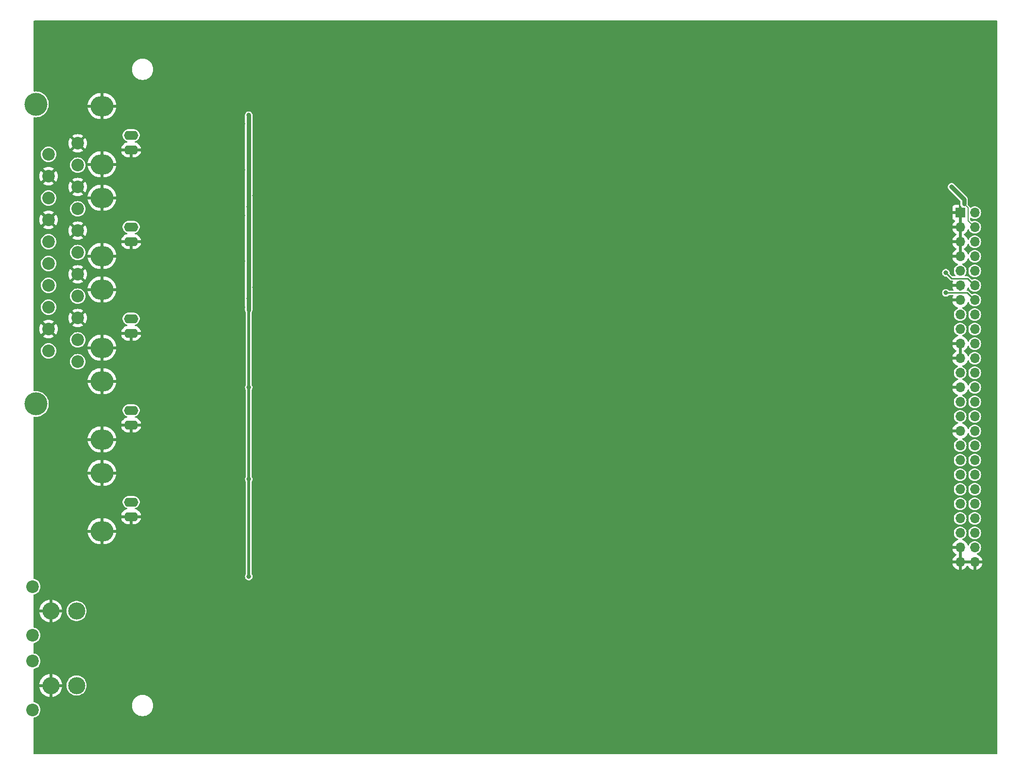
<source format=gbr>
%TF.GenerationSoftware,KiCad,Pcbnew,8.0.7*%
%TF.CreationDate,2025-02-21T11:32:42+13:00*%
%TF.ProjectId,JVCard,4a564361-7264-42e6-9b69-6361645f7063,rev?*%
%TF.SameCoordinates,Original*%
%TF.FileFunction,Copper,L2,Bot*%
%TF.FilePolarity,Positive*%
%FSLAX46Y46*%
G04 Gerber Fmt 4.6, Leading zero omitted, Abs format (unit mm)*
G04 Created by KiCad (PCBNEW 8.0.7) date 2025-02-21 11:32:42*
%MOMM*%
%LPD*%
G01*
G04 APERTURE LIST*
%TA.AperFunction,ComponentPad*%
%ADD10O,2.500000X1.600000*%
%TD*%
%TA.AperFunction,ComponentPad*%
%ADD11O,4.000000X3.500000*%
%TD*%
%TA.AperFunction,ComponentPad*%
%ADD12C,4.000000*%
%TD*%
%TA.AperFunction,ComponentPad*%
%ADD13C,2.200000*%
%TD*%
%TA.AperFunction,ComponentPad*%
%ADD14O,1.700000X1.700000*%
%TD*%
%TA.AperFunction,ComponentPad*%
%ADD15R,1.700000X1.700000*%
%TD*%
%TA.AperFunction,ComponentPad*%
%ADD16O,3.000000X3.000000*%
%TD*%
%TA.AperFunction,ViaPad*%
%ADD17C,0.800000*%
%TD*%
%TA.AperFunction,Conductor*%
%ADD18C,0.800000*%
%TD*%
%TA.AperFunction,Conductor*%
%ADD19C,0.500000*%
%TD*%
%TA.AperFunction,Conductor*%
%ADD20C,0.250000*%
%TD*%
%TA.AperFunction,Conductor*%
%ADD21C,0.200000*%
%TD*%
G04 APERTURE END LIST*
D10*
%TO.P,JV1,1,In*%
%TO.N,/Vi*%
X-117000000Y-20000000D03*
D11*
%TO.P,JV1,2,Ext*%
%TO.N,GNDA*%
X-122080000Y-25080000D03*
D10*
X-117000000Y-22540000D03*
D11*
X-122080000Y-14920000D03*
%TD*%
D10*
%TO.P,JRed1,1,In*%
%TO.N,/Ri*%
X-117000000Y44000000D03*
D11*
%TO.P,JRed1,2,Ext*%
%TO.N,GNDA*%
X-122080000Y38920000D03*
D10*
X-117000000Y41460000D03*
D11*
X-122080000Y49080000D03*
%TD*%
D10*
%TO.P,JH1,1,In*%
%TO.N,/Hi*%
X-117000000Y-4000000D03*
D11*
%TO.P,JH1,2,Ext*%
%TO.N,GNDA*%
X-122080000Y-9080000D03*
D10*
X-117000000Y-6540000D03*
D11*
X-122080000Y1080000D03*
%TD*%
D10*
%TO.P,JGreen1,1,In*%
%TO.N,/Gi*%
X-117000000Y28000000D03*
D11*
%TO.P,JGreen1,2,Ext*%
%TO.N,GNDA*%
X-122080000Y22920000D03*
D10*
X-117000000Y25460000D03*
D11*
X-122080000Y33080000D03*
%TD*%
D10*
%TO.P,JBlue1,1,In*%
%TO.N,/Bi*%
X-117000000Y12000000D03*
D11*
%TO.P,JBlue1,2,Ext*%
%TO.N,GNDA*%
X-122080000Y6920000D03*
D10*
X-117000000Y9460000D03*
D11*
X-122080000Y17080000D03*
%TD*%
D12*
%TO.P,U4,0*%
%TO.N,N/C*%
X-133600000Y-2880000D03*
X-133600000Y49390000D03*
D13*
%TO.P,U4,2,AUD_IN_R*%
%TO.N,Net-(JRight1-In)*%
X-131400000Y6390000D03*
%TO.P,U4,3,AUD_OUT_L*%
%TO.N,unconnected-(U4-AUD_OUT_L-Pad3)*%
X-126320000Y8295000D03*
%TO.P,U4,4,AUD_GND*%
%TO.N,GNDA*%
X-131400000Y10200000D03*
%TO.P,U4,5,RGB_B_GND*%
X-126320000Y12105000D03*
%TO.P,U4,6,AUD_IN_L*%
%TO.N,/Ai*%
X-131400000Y14010000D03*
%TO.P,U4,7,RGB_B*%
%TO.N,/Bi*%
X-126320000Y15915000D03*
%TO.P,U4,8,VID_STAT*%
%TO.N,unconnected-(U4-VID_STAT-Pad8)*%
X-131400000Y17820000D03*
%TO.P,U4,9,RGB_G_GND*%
%TO.N,GNDA*%
X-126320000Y19725000D03*
%TO.P,U4,10,IOCTRL*%
%TO.N,unconnected-(U4-IOCTRL-Pad10)*%
X-131400000Y21630000D03*
%TO.P,U4,11,RGB_G*%
%TO.N,/Gi*%
X-126320000Y23535000D03*
%TO.P,U4,12,RSV*%
%TO.N,unconnected-(U4-RSV-Pad12)*%
X-131400000Y25440000D03*
%TO.P,U4,13,RGB_R_GND*%
%TO.N,GNDA*%
X-126320000Y27345000D03*
%TO.P,U4,20,SYNC_IN*%
%TO.N,/Hi*%
X-131400000Y40680000D03*
%TO.P,U4,15,RGB_R*%
%TO.N,/Ri*%
X-126320000Y31155000D03*
%TO.P,U4,14,RGB_STAT_GND*%
%TO.N,GNDA*%
X-131400000Y29250000D03*
%TO.P,U4,17,SYNC_GND*%
X-126320000Y34965000D03*
%TO.P,U4,16,RGB_STAT*%
%TO.N,unconnected-(U4-RGB_STAT-Pad16)*%
X-131400000Y33060000D03*
%TO.P,U4,19,SYNC_OUT*%
%TO.N,unconnected-(U4-SYNC_OUT-Pad19)*%
X-126320000Y38775000D03*
%TO.P,U4,18,SYNC_GND*%
%TO.N,GNDA*%
X-131400000Y36870000D03*
%TO.P,U4,21,GND*%
X-126320000Y42585000D03*
%TO.P,U4,1,AUD_OUT_R*%
%TO.N,unconnected-(U4-AUD_OUT_R-Pad1)*%
X-126320000Y4485000D03*
%TD*%
D14*
%TO.P,J6,50,Pin_50*%
%TO.N,GNDA*%
X30040000Y-30460000D03*
%TO.P,J6,49,Pin_49*%
X27500000Y-30460000D03*
%TO.P,J6,48,Pin_48*%
%TO.N,/Audio*%
X30040000Y-27920000D03*
%TO.P,J6,47,Pin_47*%
%TO.N,GNDA*%
X27500000Y-27920000D03*
%TO.P,J6,46,Pin_46*%
%TO.N,unconnected-(J6-Pin_46-Pad46)*%
X30040000Y-25380000D03*
%TO.P,J6,45,Pin_45*%
%TO.N,unconnected-(J6-Pin_45-Pad45)*%
X27500000Y-25380000D03*
%TO.P,J6,44,Pin_44*%
%TO.N,unconnected-(J6-Pin_44-Pad44)*%
X30040000Y-22840000D03*
%TO.P,J6,43,Pin_43*%
%TO.N,unconnected-(J6-Pin_43-Pad43)*%
X27500000Y-22840000D03*
%TO.P,J6,42,Pin_42*%
%TO.N,unconnected-(J6-Pin_42-Pad42)*%
X30040000Y-20300000D03*
%TO.P,J6,41,Pin_41*%
%TO.N,+15V*%
X27500000Y-20300000D03*
%TO.P,J6,40,Pin_40*%
%TO.N,unconnected-(J6-Pin_40-Pad40)*%
X30040000Y-17760000D03*
%TO.P,J6,39,Pin_39*%
%TO.N,+15V*%
X27500000Y-17760000D03*
%TO.P,J6,38,Pin_38*%
%TO.N,unconnected-(J6-Pin_38-Pad38)*%
X30040000Y-15220000D03*
%TO.P,J6,37,Pin_37*%
%TO.N,unconnected-(J6-Pin_37-Pad37)*%
X27500000Y-15220000D03*
%TO.P,J6,36,Pin_36*%
%TO.N,unconnected-(J6-Pin_36-Pad36)*%
X30040000Y-12680000D03*
%TO.P,J6,35,Pin_35*%
%TO.N,unconnected-(J6-Pin_35-Pad35)*%
X27500000Y-12680000D03*
%TO.P,J6,34,Pin_34*%
%TO.N,unconnected-(J6-Pin_34-Pad34)*%
X30040000Y-10140000D03*
%TO.P,J6,33,Pin_33*%
%TO.N,unconnected-(J6-Pin_33-Pad33)*%
X27500000Y-10140000D03*
%TO.P,J6,32,Pin_32*%
%TO.N,unconnected-(J6-Pin_32-Pad32)*%
X30040000Y-7600000D03*
%TO.P,J6,31,Pin_31*%
%TO.N,GNDA*%
X27500000Y-7600000D03*
%TO.P,J6,30,Pin_30*%
%TO.N,unconnected-(J6-Pin_30-Pad30)*%
X30040000Y-5060000D03*
%TO.P,J6,29,Pin_29*%
%TO.N,unconnected-(J6-Pin_29-Pad29)*%
X27500000Y-5060000D03*
%TO.P,J6,28,Pin_28*%
%TO.N,unconnected-(J6-Pin_28-Pad28)*%
X30040000Y-2520000D03*
%TO.P,J6,27,Pin_27*%
%TO.N,unconnected-(J6-Pin_27-Pad27)*%
X27500000Y-2520000D03*
%TO.P,J6,26,Pin_26*%
%TO.N,unconnected-(J6-Pin_26-Pad26)*%
X30040000Y20000D03*
%TO.P,J6,25,Pin_25*%
%TO.N,GNDA*%
X27500000Y20000D03*
%TO.P,J6,24,Pin_24*%
%TO.N,unconnected-(J6-Pin_24-Pad24)*%
X30040000Y2560000D03*
%TO.P,J6,23,Pin_23*%
%TO.N,unconnected-(J6-Pin_23-Pad23)*%
X27500000Y2560000D03*
%TO.P,J6,22,Pin_22*%
%TO.N,unconnected-(J6-Pin_22-Pad22)*%
X30040000Y5100000D03*
%TO.P,J6,21,Pin_21*%
%TO.N,GNDA*%
X27500000Y5100000D03*
%TO.P,J6,20,Pin_20*%
%TO.N,unconnected-(J6-Pin_20-Pad20)*%
X30040000Y7640000D03*
%TO.P,J6,19,Pin_19*%
%TO.N,GNDA*%
X27500000Y7640000D03*
%TO.P,J6,18,Pin_18*%
%TO.N,unconnected-(J6-Pin_18-Pad18)*%
X30040000Y10180000D03*
%TO.P,J6,17,Pin_17*%
%TO.N,unconnected-(J6-Pin_17-Pad17)*%
X27500000Y10180000D03*
%TO.P,J6,16,Pin_16*%
%TO.N,unconnected-(J6-Pin_16-Pad16)*%
X30040000Y12720000D03*
%TO.P,J6,15,Pin_15*%
%TO.N,unconnected-(J6-Pin_15-Pad15)*%
X27500000Y12720000D03*
%TO.P,J6,14,Pin_14*%
%TO.N,/Vs*%
X30040000Y15260000D03*
%TO.P,J6,13,Pin_13*%
%TO.N,GNDA*%
X27500000Y15260000D03*
%TO.P,J6,12,Pin_12*%
%TO.N,/Cs*%
X30040000Y17800000D03*
%TO.P,J6,11,Pin_11*%
%TO.N,GNDA*%
X27500000Y17800000D03*
%TO.P,J6,10,Pin_10*%
%TO.N,unconnected-(J6-Pin_10-Pad10)*%
X30040000Y20340000D03*
%TO.P,J6,9,Pin_9*%
%TO.N,unconnected-(J6-Pin_9-Pad9)*%
X27500000Y20340000D03*
%TO.P,J6,8,Pin_8*%
%TO.N,unconnected-(J6-Pin_8-Pad8)*%
X30040000Y22880000D03*
%TO.P,J6,7,Pin_7*%
%TO.N,GNDA*%
X27500000Y22880000D03*
%TO.P,J6,6,Pin_6*%
%TO.N,/Ro*%
X30040000Y25420000D03*
%TO.P,J6,5,Pin_5*%
%TO.N,GNDA*%
X27500000Y25420000D03*
%TO.P,J6,4,Pin_4*%
%TO.N,/Bo*%
X30040000Y27960000D03*
%TO.P,J6,3,Pin_3*%
%TO.N,GNDA*%
X27500000Y27960000D03*
%TO.P,J6,2,Pin_2*%
%TO.N,/Go*%
X30040000Y30500000D03*
D15*
%TO.P,J6,1,Pin_1*%
%TO.N,GNDA*%
X27500000Y30500000D03*
%TD*%
D13*
%TO.P,JRight1,0*%
%TO.N,N/C*%
X-134150000Y-56250000D03*
X-134150000Y-47750000D03*
D16*
%TO.P,JRight1,2,Ext*%
%TO.N,GNDA*%
X-131000000Y-52000000D03*
%TO.P,JRight1,1,In*%
%TO.N,Net-(JRight1-In)*%
X-126500000Y-52000000D03*
%TD*%
D13*
%TO.P,JLeft1,0*%
%TO.N,N/C*%
X-134150000Y-43250000D03*
X-134150000Y-34750000D03*
D16*
%TO.P,JLeft1,2,Ext*%
%TO.N,GNDA*%
X-131000000Y-39000000D03*
%TO.P,JLeft1,1,In*%
%TO.N,/Ai*%
X-126500000Y-39000000D03*
%TD*%
D17*
%TO.N,GNDA*%
X-95000000Y24500000D03*
X-92000000Y24500000D03*
X-106500000Y22000000D03*
X-109000000Y29500000D03*
X-100000000Y20000000D03*
X-97500000Y30000000D03*
X-109000000Y24000000D03*
X-95500000Y33500000D03*
X-97500000Y22000000D03*
X-102000000Y29500000D03*
X-95000000Y8500000D03*
X-92000000Y8500000D03*
X-106500000Y6000000D03*
X-109000000Y13500000D03*
X-100000000Y4000000D03*
X-97500000Y14000000D03*
X-109000000Y8000000D03*
X-95500000Y17500000D03*
X-97500000Y6000000D03*
X-102000000Y13500000D03*
X-98000000Y-7500000D03*
X-94000000Y-7500000D03*
X-106500000Y-10500000D03*
X-109000000Y-2500000D03*
X-99500000Y-2000000D03*
X-109000000Y-8000000D03*
X-99500000Y-10000000D03*
X-104000000Y-2500000D03*
X-98000000Y-23500000D03*
X-94000000Y-23500000D03*
X-109000000Y-18500000D03*
X-106500000Y-26500000D03*
X-109000000Y-24000000D03*
X-99500000Y-18000000D03*
X-104000000Y-18500000D03*
X-99500000Y-26000000D03*
X-89000000Y-16000000D03*
X-115000000Y-42500000D03*
X-111000000Y-42500000D03*
X-123500000Y-45500000D03*
X-116500000Y-37000000D03*
X-121000000Y-37500000D03*
X-116500000Y-45000000D03*
X-106000000Y-35000000D03*
X30500000Y34000000D03*
X27500000Y36000000D03*
X24500000Y38000000D03*
X24500000Y33000000D03*
X24500000Y23000000D03*
X24500000Y49000000D03*
X27500000Y51000000D03*
X30500000Y53000000D03*
X24000000Y59500000D03*
X22000000Y56500000D03*
X20000000Y53500000D03*
X18000000Y50500000D03*
X21500000Y47000000D03*
X26000000Y62500000D03*
X33500000Y55000000D03*
X-66000000Y59500000D03*
X-68000000Y62500000D03*
X-64000000Y56500000D03*
X-62000000Y53500000D03*
X-60000000Y50500000D03*
X-70000000Y45500000D03*
X-72500000Y48000000D03*
X-75000000Y50500000D03*
X-77500000Y53000000D03*
X-67500000Y43000000D03*
X-84500000Y45500000D03*
X-83000000Y42500000D03*
X-81000000Y39500000D03*
X-77000000Y37500000D03*
X-73000000Y37000000D03*
X-39500000Y62500000D03*
X-39500000Y59500000D03*
X-39500000Y56500000D03*
X-39500000Y53500000D03*
X-39500000Y50500000D03*
X-5000000Y62500000D03*
X-5000000Y59500000D03*
X-5000000Y56500000D03*
X-5000000Y53500000D03*
X-5000000Y50500000D03*
X-5000000Y47500000D03*
X-39500000Y47500000D03*
X-58000000Y47500000D03*
X-65000000Y40500000D03*
X-68500000Y37000000D03*
X-81000000Y30500000D03*
X-77000000Y28500000D03*
X-73000000Y26500000D03*
X-73000000Y17500000D03*
X-77000000Y19000000D03*
X-81000000Y20500000D03*
X-77000000Y9000000D03*
X-73000000Y7500000D03*
X-73000000Y-5000000D03*
X-69000000Y-5000000D03*
X-69000000Y6000000D03*
X-69000000Y16000000D03*
X-69000000Y24500000D03*
X-89000000Y0D03*
X-87000000Y16000000D03*
X-87000000Y32000000D03*
X-87000000Y48000000D03*
X-92000000Y40500000D03*
X-95000000Y40500000D03*
X-106500000Y38000000D03*
X-109000000Y40000000D03*
X-109000000Y45500000D03*
X-102000000Y45500000D03*
X-97500000Y46000000D03*
X-95500000Y49500000D03*
X-97500000Y38000000D03*
X-100000000Y36000000D03*
X-130000000Y-26000000D03*
X-130000000Y4500000D03*
X-130000000Y-7000000D03*
X-133500000Y-7000000D03*
X-133500000Y-26000000D03*
X-127000000Y-25500000D03*
X-127000000Y-7000000D03*
X-126500000Y2000000D03*
X-133000000Y4500000D03*
X-129000000Y-36500000D03*
X-124500000Y-37000000D03*
X18500000Y45500000D03*
X16500000Y47500000D03*
X21500000Y38000000D03*
X21500000Y23000000D03*
X18500000Y23000000D03*
X18500000Y38000000D03*
X-85500000Y-18000000D03*
X-84500000Y-21500000D03*
X-76500000Y-14000000D03*
X-79500000Y-12000000D03*
X-84000000Y-5500000D03*
X-85500000Y-2000000D03*
X-80500000Y3000000D03*
X-78000000Y500000D03*
X-83500000Y11000000D03*
X-85000000Y-38000000D03*
X-78500000Y-37500000D03*
X-88500000Y-35500000D03*
X-98000000Y-31500000D03*
X-98000000Y-34500000D03*
X-94000000Y-31000000D03*
X-94000000Y-35000000D03*
X-85500000Y-43000000D03*
X-76500000Y-45500000D03*
X-78500000Y-49500000D03*
X-97000000Y-37000000D03*
X-98500000Y-41000000D03*
X-78000000Y-56000000D03*
X-80000000Y-59000000D03*
X6000000Y-56000000D03*
X8000000Y-59000000D03*
X2500000Y-46000000D03*
X4500000Y-49000000D03*
X25500000Y-24500000D03*
X25500000Y-20000000D03*
X21500000Y-24500000D03*
X24000000Y-29000000D03*
X18000000Y-31000000D03*
X15000000Y-38000000D03*
X30000000Y-32500000D03*
X25000000Y-37500000D03*
X27000000Y-39500000D03*
X32000000Y-34500000D03*
X17500000Y-45000000D03*
X19500000Y-47000000D03*
X-36500000Y-46000000D03*
X-36500000Y-49000000D03*
X-36500000Y-56000000D03*
X-36500000Y-59000000D03*
X-133000000Y63000000D03*
X-133000000Y-63000000D03*
X33000000Y-63000000D03*
X33000000Y63000000D03*
X-115000000Y63500000D03*
X-115000000Y-63000000D03*
%TO.N,+12V*%
X-96500000Y0D03*
X-96500000Y31500000D03*
X-96500000Y-16000000D03*
X-96500000Y15500000D03*
X-96500000Y47500000D03*
X-96500000Y-33000000D03*
%TO.N,/Vs*%
X25000000Y16500000D03*
%TO.N,/Cs*%
X25000000Y20000000D03*
%TO.N,/Bo*%
X26000000Y35000000D03*
%TD*%
D18*
%TO.N,+12V*%
X-96500000Y17019998D02*
X-96500000Y31500000D01*
X-96500000Y13519998D02*
X-96500000Y15500000D01*
X-96500000Y15500000D02*
X-96500000Y17019998D01*
X-96500000Y46934315D02*
X-96500000Y47500000D01*
X-96500000Y31500000D02*
X-96500000Y46934315D01*
D19*
X-96500000Y-33000000D02*
X-96500000Y-16000000D01*
X-96500000Y0D02*
X-96500000Y15500000D01*
X-96500000Y0D02*
X-96500000Y-16000000D01*
D20*
%TO.N,/Vs*%
X28740000Y16500000D02*
X30000000Y15240000D01*
X25000000Y16500000D02*
X28740000Y16500000D01*
%TO.N,/Cs*%
X25000000Y20000000D02*
X26000000Y19000000D01*
X28780000Y19000000D02*
X30000000Y17780000D01*
X26000000Y19000000D02*
X28780000Y19000000D01*
D21*
%TO.N,/Bo*%
X28849999Y31330003D02*
X28180002Y32000000D01*
X30000000Y27940000D02*
X28849999Y29090001D01*
X28849999Y29090001D02*
X28849999Y31330003D01*
D18*
X28180002Y32819998D02*
X26000000Y35000000D01*
X28180002Y32000000D02*
X28180002Y32819998D01*
%TD*%
%TA.AperFunction,Conductor*%
%TO.N,GNDA*%
G36*
X29574075Y-30267007D02*
G01*
X29540000Y-30394174D01*
X29540000Y-30525826D01*
X29574075Y-30652993D01*
X29609297Y-30714000D01*
X27930703Y-30714000D01*
X27965925Y-30652993D01*
X28000000Y-30525826D01*
X28000000Y-30394174D01*
X27965925Y-30267007D01*
X27930703Y-30206000D01*
X29609297Y-30206000D01*
X29574075Y-30267007D01*
G37*
%TD.AperFunction*%
%TA.AperFunction,Conductor*%
G36*
X27754000Y-30029297D02*
G01*
X27692993Y-29994075D01*
X27565826Y-29960000D01*
X27434174Y-29960000D01*
X27307007Y-29994075D01*
X27246000Y-30029297D01*
X27246000Y-28350702D01*
X27307007Y-28385925D01*
X27434174Y-28420000D01*
X27565826Y-28420000D01*
X27692993Y-28385925D01*
X27754000Y-28350702D01*
X27754000Y-30029297D01*
G37*
%TD.AperFunction*%
%TA.AperFunction,Conductor*%
G36*
X27754000Y5530703D02*
G01*
X27692993Y5565925D01*
X27565826Y5600000D01*
X27434174Y5600000D01*
X27307007Y5565925D01*
X27246000Y5530703D01*
X27246000Y7209298D01*
X27307007Y7174075D01*
X27434174Y7140000D01*
X27565826Y7140000D01*
X27692993Y7174075D01*
X27754000Y7209298D01*
X27754000Y5530703D01*
G37*
%TD.AperFunction*%
%TA.AperFunction,Conductor*%
G36*
X27696121Y16104498D02*
G01*
X27742614Y16050842D01*
X27754000Y15998500D01*
X27754000Y15690703D01*
X27692993Y15725925D01*
X27565826Y15760000D01*
X27434174Y15760000D01*
X27307007Y15725925D01*
X27246000Y15690703D01*
X27246000Y15998500D01*
X27266002Y16066621D01*
X27319658Y16113114D01*
X27372000Y16124500D01*
X27628000Y16124500D01*
X27696121Y16104498D01*
G37*
%TD.AperFunction*%
%TA.AperFunction,Conductor*%
G36*
X27754000Y17001500D02*
G01*
X27733998Y16933379D01*
X27680342Y16886886D01*
X27628000Y16875500D01*
X27372000Y16875500D01*
X27303879Y16895502D01*
X27257386Y16949158D01*
X27246000Y17001500D01*
X27246000Y17369298D01*
X27307007Y17334075D01*
X27434174Y17300000D01*
X27565826Y17300000D01*
X27692993Y17334075D01*
X27754000Y17369298D01*
X27754000Y17001500D01*
G37*
%TD.AperFunction*%
%TA.AperFunction,Conductor*%
G36*
X27754000Y23310703D02*
G01*
X27692993Y23345925D01*
X27565826Y23380000D01*
X27434174Y23380000D01*
X27307007Y23345925D01*
X27246000Y23310703D01*
X27246000Y24989298D01*
X27307007Y24954075D01*
X27434174Y24920000D01*
X27565826Y24920000D01*
X27692993Y24954075D01*
X27754000Y24989298D01*
X27754000Y23310703D01*
G37*
%TD.AperFunction*%
%TA.AperFunction,Conductor*%
G36*
X27754000Y25850703D02*
G01*
X27692993Y25885925D01*
X27565826Y25920000D01*
X27434174Y25920000D01*
X27307007Y25885925D01*
X27246000Y25850703D01*
X27246000Y27529298D01*
X27307007Y27494075D01*
X27434174Y27460000D01*
X27565826Y27460000D01*
X27692993Y27494075D01*
X27754000Y27529298D01*
X27754000Y25850703D01*
G37*
%TD.AperFunction*%
%TA.AperFunction,Conductor*%
G36*
X27754000Y28390703D02*
G01*
X27692993Y28425925D01*
X27565826Y28460000D01*
X27434174Y28460000D01*
X27307007Y28425925D01*
X27246000Y28390703D01*
X27246000Y30069298D01*
X27307007Y30034075D01*
X27434174Y30000000D01*
X27565826Y30000000D01*
X27692993Y30034075D01*
X27754000Y30069298D01*
X27754000Y28390703D01*
G37*
%TD.AperFunction*%
%TA.AperFunction,Conductor*%
G36*
X33942121Y63979998D02*
G01*
X33988614Y63926342D01*
X34000000Y63874000D01*
X34000000Y-63874000D01*
X33979998Y-63942121D01*
X33926342Y-63988614D01*
X33874000Y-64000000D01*
X-133874000Y-64000000D01*
X-133942121Y-63979998D01*
X-133988614Y-63926342D01*
X-134000000Y-63874000D01*
X-134000000Y-57704631D01*
X-133979998Y-57636510D01*
X-133926342Y-57590017D01*
X-133906616Y-57582926D01*
X-133686337Y-57523903D01*
X-133472170Y-57424035D01*
X-133278599Y-57288495D01*
X-133111505Y-57121401D01*
X-132975965Y-56927830D01*
X-132876097Y-56713663D01*
X-132876096Y-56713661D01*
X-132814937Y-56485411D01*
X-132794341Y-56250000D01*
X-132814937Y-56014588D01*
X-132876096Y-55786338D01*
X-132876098Y-55786334D01*
X-132975966Y-55572167D01*
X-133111424Y-55378712D01*
X-116850500Y-55378712D01*
X-116850500Y-55621288D01*
X-116818838Y-55861789D01*
X-116756054Y-56096100D01*
X-116663224Y-56320212D01*
X-116541936Y-56530289D01*
X-116394265Y-56722738D01*
X-116222738Y-56894265D01*
X-116030289Y-57041936D01*
X-115820212Y-57163224D01*
X-115596100Y-57256054D01*
X-115361789Y-57318838D01*
X-115361782Y-57318838D01*
X-115361782Y-57318839D01*
X-115338637Y-57321885D01*
X-115121288Y-57350500D01*
X-115121281Y-57350500D01*
X-114878719Y-57350500D01*
X-114878712Y-57350500D01*
X-114700202Y-57326999D01*
X-114638217Y-57318839D01*
X-114638215Y-57318838D01*
X-114638211Y-57318838D01*
X-114403900Y-57256054D01*
X-114179788Y-57163224D01*
X-114179779Y-57163218D01*
X-114179775Y-57163217D01*
X-113969714Y-57041938D01*
X-113969711Y-57041936D01*
X-113777262Y-56894265D01*
X-113777256Y-56894259D01*
X-113777251Y-56894255D01*
X-113605744Y-56722748D01*
X-113605739Y-56722742D01*
X-113605735Y-56722738D01*
X-113458064Y-56530289D01*
X-113458063Y-56530288D01*
X-113458061Y-56530285D01*
X-113336782Y-56320224D01*
X-113336777Y-56320213D01*
X-113336776Y-56320212D01*
X-113243946Y-56096100D01*
X-113243945Y-56096097D01*
X-113243944Y-56096095D01*
X-113181160Y-55861782D01*
X-113149500Y-55621290D01*
X-113149500Y-55378709D01*
X-113181160Y-55138217D01*
X-113243944Y-54903904D01*
X-113243946Y-54903900D01*
X-113336777Y-54679786D01*
X-113336782Y-54679775D01*
X-113458061Y-54469714D01*
X-113605735Y-54277262D01*
X-113605744Y-54277251D01*
X-113777251Y-54105744D01*
X-113777262Y-54105735D01*
X-113969714Y-53958061D01*
X-114179775Y-53836782D01*
X-114179786Y-53836777D01*
X-114299867Y-53787038D01*
X-114403900Y-53743946D01*
X-114403904Y-53743944D01*
X-114638217Y-53681160D01*
X-114878709Y-53649500D01*
X-114878712Y-53649500D01*
X-115121288Y-53649500D01*
X-115121290Y-53649500D01*
X-115361782Y-53681160D01*
X-115596095Y-53743944D01*
X-115596097Y-53743945D01*
X-115596100Y-53743946D01*
X-115820212Y-53836776D01*
X-115820216Y-53836778D01*
X-115820224Y-53836782D01*
X-116030285Y-53958061D01*
X-116030288Y-53958063D01*
X-116030289Y-53958064D01*
X-116222738Y-54105735D01*
X-116222742Y-54105739D01*
X-116222748Y-54105744D01*
X-116394255Y-54277251D01*
X-116394259Y-54277256D01*
X-116394265Y-54277262D01*
X-116541936Y-54469711D01*
X-116541938Y-54469714D01*
X-116663217Y-54679775D01*
X-116663218Y-54679779D01*
X-116663224Y-54679788D01*
X-116756054Y-54903900D01*
X-116818838Y-55138211D01*
X-116850500Y-55378712D01*
X-133111424Y-55378712D01*
X-133111498Y-55378607D01*
X-133111507Y-55378596D01*
X-133278596Y-55211507D01*
X-133278602Y-55211502D01*
X-133472169Y-55075965D01*
X-133686334Y-54976098D01*
X-133686338Y-54976096D01*
X-133814771Y-54941683D01*
X-133906612Y-54917075D01*
X-133967233Y-54880125D01*
X-133998255Y-54816264D01*
X-134000000Y-54795369D01*
X-134000000Y-51745999D01*
X-132995318Y-51745999D01*
X-132995318Y-51746000D01*
X-131650000Y-51746000D01*
X-131650000Y-52254000D01*
X-132995318Y-52254000D01*
X-132993947Y-52274050D01*
X-132993947Y-52274051D01*
X-132938057Y-52543011D01*
X-132938055Y-52543019D01*
X-132846061Y-52801865D01*
X-132719685Y-53045756D01*
X-132719677Y-53045770D01*
X-132561270Y-53270182D01*
X-132373771Y-53470944D01*
X-132373763Y-53470951D01*
X-132160674Y-53644312D01*
X-131925969Y-53787038D01*
X-131674010Y-53896480D01*
X-131409490Y-53970595D01*
X-131254001Y-53991967D01*
X-131254000Y-53991966D01*
X-131254000Y-53198344D01*
X-131189598Y-53225021D01*
X-131064019Y-53250000D01*
X-130935981Y-53250000D01*
X-130810402Y-53225021D01*
X-130746000Y-53198344D01*
X-130746000Y-53991966D01*
X-130745998Y-53991967D01*
X-130590509Y-53970595D01*
X-130325989Y-53896480D01*
X-130074030Y-53787038D01*
X-129839325Y-53644312D01*
X-129626236Y-53470951D01*
X-129626228Y-53470944D01*
X-129438729Y-53270182D01*
X-129280322Y-53045770D01*
X-129280314Y-53045756D01*
X-129153938Y-52801865D01*
X-129061944Y-52543019D01*
X-129061942Y-52543011D01*
X-129006052Y-52274051D01*
X-129006052Y-52274050D01*
X-129004681Y-52254000D01*
X-130350000Y-52254000D01*
X-130350000Y-52000000D01*
X-128255408Y-52000000D01*
X-128235802Y-52261630D01*
X-128177420Y-52517416D01*
X-128081568Y-52761643D01*
X-127950386Y-52988857D01*
X-127786805Y-53193981D01*
X-127594479Y-53372433D01*
X-127377704Y-53520228D01*
X-127141323Y-53634063D01*
X-127141316Y-53634064D01*
X-127141314Y-53634066D01*
X-126890619Y-53711395D01*
X-126890617Y-53711395D01*
X-126890615Y-53711396D01*
X-126631182Y-53750500D01*
X-126631177Y-53750500D01*
X-126368823Y-53750500D01*
X-126368818Y-53750500D01*
X-126109385Y-53711396D01*
X-126109383Y-53711395D01*
X-126109380Y-53711395D01*
X-125858685Y-53634066D01*
X-125858672Y-53634061D01*
X-125758570Y-53585854D01*
X-125622296Y-53520228D01*
X-125622293Y-53520226D01*
X-125622286Y-53520222D01*
X-125405527Y-53372437D01*
X-125405521Y-53372433D01*
X-125213195Y-53193981D01*
X-125049614Y-52988857D01*
X-125049613Y-52988856D01*
X-125049611Y-52988853D01*
X-124918433Y-52761647D01*
X-124918430Y-52761639D01*
X-124822581Y-52517419D01*
X-124822580Y-52517417D01*
X-124764198Y-52261633D01*
X-124744592Y-52000000D01*
X-124764198Y-51738366D01*
X-124822580Y-51482582D01*
X-124822581Y-51482580D01*
X-124918430Y-51238360D01*
X-124918433Y-51238352D01*
X-125049611Y-51011146D01*
X-125213195Y-50806018D01*
X-125405522Y-50627566D01*
X-125405527Y-50627562D01*
X-125622286Y-50479777D01*
X-125622293Y-50479773D01*
X-125858672Y-50365938D01*
X-125858685Y-50365933D01*
X-126109380Y-50288604D01*
X-126239101Y-50269052D01*
X-126368818Y-50249500D01*
X-126631182Y-50249500D01*
X-126775311Y-50271224D01*
X-126890619Y-50288604D01*
X-127141314Y-50365933D01*
X-127141327Y-50365938D01*
X-127377706Y-50479773D01*
X-127377713Y-50479777D01*
X-127594472Y-50627562D01*
X-127594479Y-50627567D01*
X-127786805Y-50806019D01*
X-127905009Y-50954243D01*
X-127950388Y-51011146D01*
X-128081566Y-51238352D01*
X-128081567Y-51238356D01*
X-128081568Y-51238357D01*
X-128177420Y-51482584D01*
X-128235802Y-51738370D01*
X-128255408Y-52000000D01*
X-130350000Y-52000000D01*
X-130350000Y-51746000D01*
X-129004682Y-51746000D01*
X-129004681Y-51745999D01*
X-129006052Y-51725949D01*
X-129006052Y-51725948D01*
X-129061942Y-51456988D01*
X-129061944Y-51456980D01*
X-129153938Y-51198134D01*
X-129280314Y-50954243D01*
X-129280322Y-50954229D01*
X-129438729Y-50729817D01*
X-129626228Y-50529055D01*
X-129626236Y-50529048D01*
X-129839325Y-50355687D01*
X-130074030Y-50212961D01*
X-130325989Y-50103519D01*
X-130590509Y-50029404D01*
X-130745999Y-50008031D01*
X-130746000Y-50008032D01*
X-130746000Y-50801655D01*
X-130810402Y-50774979D01*
X-130935981Y-50750000D01*
X-131064019Y-50750000D01*
X-131189598Y-50774979D01*
X-131254000Y-50801655D01*
X-131254000Y-50008031D01*
X-131409488Y-50029404D01*
X-131409492Y-50029404D01*
X-131674010Y-50103519D01*
X-131925969Y-50212961D01*
X-132160674Y-50355687D01*
X-132373763Y-50529048D01*
X-132373771Y-50529055D01*
X-132561270Y-50729817D01*
X-132719677Y-50954229D01*
X-132719685Y-50954243D01*
X-132846061Y-51198134D01*
X-132938055Y-51456980D01*
X-132938057Y-51456988D01*
X-132993947Y-51725948D01*
X-132993947Y-51725949D01*
X-132995318Y-51745999D01*
X-134000000Y-51745999D01*
X-134000000Y-49204631D01*
X-133979998Y-49136510D01*
X-133926342Y-49090017D01*
X-133906616Y-49082926D01*
X-133686337Y-49023903D01*
X-133472170Y-48924035D01*
X-133278599Y-48788495D01*
X-133111505Y-48621401D01*
X-132975965Y-48427830D01*
X-132876097Y-48213663D01*
X-132876096Y-48213661D01*
X-132814937Y-47985411D01*
X-132794341Y-47750000D01*
X-132814937Y-47514588D01*
X-132876096Y-47286338D01*
X-132876098Y-47286334D01*
X-132975966Y-47072167D01*
X-133111498Y-46878607D01*
X-133111507Y-46878596D01*
X-133278596Y-46711507D01*
X-133278602Y-46711502D01*
X-133472169Y-46575965D01*
X-133686334Y-46476098D01*
X-133686338Y-46476096D01*
X-133814771Y-46441683D01*
X-133906612Y-46417075D01*
X-133967233Y-46380125D01*
X-133998255Y-46316264D01*
X-134000000Y-46295369D01*
X-134000000Y-44704631D01*
X-133979998Y-44636510D01*
X-133926342Y-44590017D01*
X-133906616Y-44582926D01*
X-133686337Y-44523903D01*
X-133472170Y-44424035D01*
X-133278599Y-44288495D01*
X-133111505Y-44121401D01*
X-132975965Y-43927830D01*
X-132876097Y-43713663D01*
X-132876096Y-43713661D01*
X-132814937Y-43485411D01*
X-132794341Y-43250000D01*
X-132814937Y-43014588D01*
X-132876096Y-42786338D01*
X-132876098Y-42786334D01*
X-132975966Y-42572167D01*
X-133111498Y-42378607D01*
X-133111507Y-42378596D01*
X-133278596Y-42211507D01*
X-133278602Y-42211502D01*
X-133472169Y-42075965D01*
X-133686334Y-41976098D01*
X-133686338Y-41976096D01*
X-133814771Y-41941683D01*
X-133906612Y-41917075D01*
X-133967233Y-41880125D01*
X-133998255Y-41816264D01*
X-134000000Y-41795369D01*
X-134000000Y-38745999D01*
X-132995318Y-38745999D01*
X-132995318Y-38746000D01*
X-131650000Y-38746000D01*
X-131650000Y-39254000D01*
X-132995318Y-39254000D01*
X-132993947Y-39274050D01*
X-132993947Y-39274051D01*
X-132938057Y-39543011D01*
X-132938055Y-39543019D01*
X-132846061Y-39801865D01*
X-132719685Y-40045756D01*
X-132719677Y-40045770D01*
X-132561270Y-40270182D01*
X-132373771Y-40470944D01*
X-132373763Y-40470951D01*
X-132160674Y-40644312D01*
X-131925969Y-40787038D01*
X-131674010Y-40896480D01*
X-131409490Y-40970595D01*
X-131254001Y-40991967D01*
X-131254000Y-40991966D01*
X-131254000Y-40198344D01*
X-131189598Y-40225021D01*
X-131064019Y-40250000D01*
X-130935981Y-40250000D01*
X-130810402Y-40225021D01*
X-130746000Y-40198344D01*
X-130746000Y-40991966D01*
X-130745998Y-40991967D01*
X-130590509Y-40970595D01*
X-130325989Y-40896480D01*
X-130074030Y-40787038D01*
X-129839325Y-40644312D01*
X-129626236Y-40470951D01*
X-129626228Y-40470944D01*
X-129438729Y-40270182D01*
X-129280322Y-40045770D01*
X-129280314Y-40045756D01*
X-129153938Y-39801865D01*
X-129061944Y-39543019D01*
X-129061942Y-39543011D01*
X-129006052Y-39274051D01*
X-129006052Y-39274050D01*
X-129004681Y-39254000D01*
X-130350000Y-39254000D01*
X-130350000Y-39000000D01*
X-128255408Y-39000000D01*
X-128235802Y-39261630D01*
X-128177420Y-39517416D01*
X-128081568Y-39761643D01*
X-127950386Y-39988857D01*
X-127786805Y-40193981D01*
X-127594479Y-40372433D01*
X-127377704Y-40520228D01*
X-127141323Y-40634063D01*
X-127141316Y-40634064D01*
X-127141314Y-40634066D01*
X-126890619Y-40711395D01*
X-126890617Y-40711395D01*
X-126890615Y-40711396D01*
X-126631182Y-40750500D01*
X-126631177Y-40750500D01*
X-126368823Y-40750500D01*
X-126368818Y-40750500D01*
X-126109385Y-40711396D01*
X-126109383Y-40711395D01*
X-126109380Y-40711395D01*
X-125858685Y-40634066D01*
X-125858672Y-40634061D01*
X-125758570Y-40585854D01*
X-125622296Y-40520228D01*
X-125622293Y-40520226D01*
X-125622286Y-40520222D01*
X-125405527Y-40372437D01*
X-125405521Y-40372433D01*
X-125213195Y-40193981D01*
X-125049614Y-39988857D01*
X-125049613Y-39988856D01*
X-125049611Y-39988853D01*
X-124918433Y-39761647D01*
X-124918430Y-39761639D01*
X-124822581Y-39517419D01*
X-124822580Y-39517417D01*
X-124764198Y-39261633D01*
X-124744592Y-39000000D01*
X-124764198Y-38738366D01*
X-124822580Y-38482582D01*
X-124822581Y-38482580D01*
X-124918430Y-38238360D01*
X-124918433Y-38238352D01*
X-125049611Y-38011146D01*
X-125213195Y-37806018D01*
X-125405522Y-37627566D01*
X-125405527Y-37627562D01*
X-125622286Y-37479777D01*
X-125622293Y-37479773D01*
X-125858672Y-37365938D01*
X-125858685Y-37365933D01*
X-126109380Y-37288604D01*
X-126239101Y-37269052D01*
X-126368818Y-37249500D01*
X-126631182Y-37249500D01*
X-126775311Y-37271224D01*
X-126890619Y-37288604D01*
X-127141314Y-37365933D01*
X-127141327Y-37365938D01*
X-127377706Y-37479773D01*
X-127377713Y-37479777D01*
X-127594472Y-37627562D01*
X-127594479Y-37627567D01*
X-127786805Y-37806019D01*
X-127905009Y-37954243D01*
X-127950388Y-38011146D01*
X-128081566Y-38238352D01*
X-128081567Y-38238356D01*
X-128081568Y-38238357D01*
X-128177420Y-38482584D01*
X-128235802Y-38738370D01*
X-128255408Y-39000000D01*
X-130350000Y-39000000D01*
X-130350000Y-38746000D01*
X-129004682Y-38746000D01*
X-129004681Y-38745999D01*
X-129006052Y-38725949D01*
X-129006052Y-38725948D01*
X-129061942Y-38456988D01*
X-129061944Y-38456980D01*
X-129153938Y-38198134D01*
X-129280314Y-37954243D01*
X-129280322Y-37954229D01*
X-129438729Y-37729817D01*
X-129626228Y-37529055D01*
X-129626236Y-37529048D01*
X-129839325Y-37355687D01*
X-130074030Y-37212961D01*
X-130325989Y-37103519D01*
X-130590509Y-37029404D01*
X-130745999Y-37008031D01*
X-130746000Y-37008032D01*
X-130746000Y-37801655D01*
X-130810402Y-37774979D01*
X-130935981Y-37750000D01*
X-131064019Y-37750000D01*
X-131189598Y-37774979D01*
X-131254000Y-37801655D01*
X-131254000Y-37008031D01*
X-131409488Y-37029404D01*
X-131409492Y-37029404D01*
X-131674010Y-37103519D01*
X-131925969Y-37212961D01*
X-132160674Y-37355687D01*
X-132373763Y-37529048D01*
X-132373771Y-37529055D01*
X-132561270Y-37729817D01*
X-132719677Y-37954229D01*
X-132719685Y-37954243D01*
X-132846061Y-38198134D01*
X-132938055Y-38456980D01*
X-132938057Y-38456988D01*
X-132993947Y-38725948D01*
X-132993947Y-38725949D01*
X-132995318Y-38745999D01*
X-134000000Y-38745999D01*
X-134000000Y-36204631D01*
X-133979998Y-36136510D01*
X-133926342Y-36090017D01*
X-133906616Y-36082926D01*
X-133686337Y-36023903D01*
X-133472170Y-35924035D01*
X-133278599Y-35788495D01*
X-133111505Y-35621401D01*
X-132975965Y-35427830D01*
X-132876097Y-35213663D01*
X-132876096Y-35213661D01*
X-132814937Y-34985411D01*
X-132794341Y-34750000D01*
X-132814937Y-34514588D01*
X-132876096Y-34286338D01*
X-132876098Y-34286334D01*
X-132975966Y-34072167D01*
X-133111498Y-33878607D01*
X-133111507Y-33878596D01*
X-133278596Y-33711507D01*
X-133278602Y-33711502D01*
X-133472169Y-33575965D01*
X-133686334Y-33476098D01*
X-133686338Y-33476096D01*
X-133814771Y-33441683D01*
X-133906612Y-33417075D01*
X-133967233Y-33380125D01*
X-133998255Y-33316264D01*
X-134000000Y-33295369D01*
X-134000000Y-24825999D01*
X-124574044Y-24825999D01*
X-124574044Y-24826000D01*
X-123054166Y-24826000D01*
X-123085000Y-24981016D01*
X-123085000Y-25178984D01*
X-123054166Y-25334000D01*
X-124574044Y-25334000D01*
X-124549366Y-25521451D01*
X-124472755Y-25807367D01*
X-124359482Y-26080832D01*
X-124359477Y-26080843D01*
X-124211484Y-26337174D01*
X-124031301Y-26571991D01*
X-124031282Y-26572012D01*
X-123822012Y-26781282D01*
X-123821991Y-26781301D01*
X-123587174Y-26961484D01*
X-123330843Y-27109477D01*
X-123330832Y-27109482D01*
X-123057367Y-27222755D01*
X-122771451Y-27299366D01*
X-122477999Y-27337999D01*
X-122477990Y-27338000D01*
X-122334000Y-27338000D01*
X-122334000Y-26054165D01*
X-122178984Y-26085000D01*
X-121981016Y-26085000D01*
X-121826000Y-26054165D01*
X-121826000Y-27338000D01*
X-121682010Y-27338000D01*
X-121682000Y-27337999D01*
X-121388548Y-27299366D01*
X-121102632Y-27222755D01*
X-120829167Y-27109482D01*
X-120829156Y-27109477D01*
X-120572825Y-26961484D01*
X-120338008Y-26781301D01*
X-120337987Y-26781282D01*
X-120128717Y-26572012D01*
X-120128698Y-26571991D01*
X-119948515Y-26337174D01*
X-119800522Y-26080843D01*
X-119800517Y-26080832D01*
X-119687244Y-25807367D01*
X-119610633Y-25521451D01*
X-119585956Y-25334000D01*
X-121105834Y-25334000D01*
X-121075000Y-25178984D01*
X-121075000Y-24981016D01*
X-121105834Y-24826000D01*
X-119585956Y-24826000D01*
X-119585955Y-24825999D01*
X-119610633Y-24638548D01*
X-119687244Y-24352632D01*
X-119800517Y-24079167D01*
X-119800522Y-24079156D01*
X-119948515Y-23822825D01*
X-120128698Y-23588008D01*
X-120128717Y-23587987D01*
X-120337987Y-23378717D01*
X-120338008Y-23378698D01*
X-120572825Y-23198515D01*
X-120829156Y-23050522D01*
X-120829167Y-23050517D01*
X-121102632Y-22937244D01*
X-121388548Y-22860633D01*
X-121682000Y-22822000D01*
X-121826000Y-22822000D01*
X-121826000Y-24105834D01*
X-121981016Y-24075000D01*
X-122178984Y-24075000D01*
X-122334000Y-24105834D01*
X-122334000Y-22822000D01*
X-122477999Y-22822000D01*
X-122771451Y-22860633D01*
X-123057367Y-22937244D01*
X-123330832Y-23050517D01*
X-123330843Y-23050522D01*
X-123587174Y-23198515D01*
X-123821991Y-23378698D01*
X-123822012Y-23378717D01*
X-124031282Y-23587987D01*
X-124031301Y-23588008D01*
X-124211484Y-23822825D01*
X-124359477Y-24079156D01*
X-124359482Y-24079167D01*
X-124472755Y-24352632D01*
X-124549366Y-24638548D01*
X-124574044Y-24825999D01*
X-134000000Y-24825999D01*
X-134000000Y-22286000D01*
X-118734074Y-22286000D01*
X-117367195Y-22286000D01*
X-117414674Y-22368236D01*
X-117445000Y-22481415D01*
X-117445000Y-22598585D01*
X-117414674Y-22711764D01*
X-117367195Y-22794000D01*
X-118734074Y-22794000D01*
X-118725791Y-22846295D01*
X-118662173Y-23042093D01*
X-118662170Y-23042099D01*
X-118568699Y-23225545D01*
X-118447684Y-23392107D01*
X-118447682Y-23392110D01*
X-118302110Y-23537682D01*
X-118302107Y-23537684D01*
X-118135545Y-23658699D01*
X-117952099Y-23752170D01*
X-117952093Y-23752173D01*
X-117756294Y-23815791D01*
X-117756298Y-23815791D01*
X-117552939Y-23848000D01*
X-117254000Y-23848000D01*
X-117254000Y-22907194D01*
X-117171764Y-22954674D01*
X-117058585Y-22985000D01*
X-116941415Y-22985000D01*
X-116828236Y-22954674D01*
X-116746000Y-22907194D01*
X-116746000Y-23848000D01*
X-116447061Y-23848000D01*
X-116243703Y-23815791D01*
X-116047906Y-23752173D01*
X-116047900Y-23752170D01*
X-115864454Y-23658699D01*
X-115697892Y-23537684D01*
X-115697889Y-23537682D01*
X-115552317Y-23392110D01*
X-115552315Y-23392107D01*
X-115431300Y-23225545D01*
X-115337829Y-23042099D01*
X-115337826Y-23042093D01*
X-115274208Y-22846295D01*
X-115265926Y-22794000D01*
X-116632805Y-22794000D01*
X-116585326Y-22711764D01*
X-116555000Y-22598585D01*
X-116555000Y-22481415D01*
X-116585326Y-22368236D01*
X-116632805Y-22286000D01*
X-115265926Y-22286000D01*
X-115274208Y-22233704D01*
X-115337826Y-22037906D01*
X-115337829Y-22037900D01*
X-115431300Y-21854454D01*
X-115552315Y-21687892D01*
X-115552317Y-21687889D01*
X-115697889Y-21542317D01*
X-115697892Y-21542315D01*
X-115864454Y-21421300D01*
X-116047900Y-21327829D01*
X-116047906Y-21327826D01*
X-116243705Y-21264208D01*
X-116243708Y-21264207D01*
X-116257862Y-21261965D01*
X-116322014Y-21231551D01*
X-116359539Y-21171281D01*
X-116358523Y-21100292D01*
X-116319288Y-21041121D01*
X-116262728Y-21013938D01*
X-116243580Y-21010130D01*
X-116052402Y-20930941D01*
X-115880345Y-20815977D01*
X-115880343Y-20815975D01*
X-115880337Y-20815970D01*
X-115734029Y-20669662D01*
X-115734024Y-20669656D01*
X-115622725Y-20503084D01*
X-115619059Y-20497598D01*
X-115539870Y-20306420D01*
X-115499500Y-20103465D01*
X-115499500Y-19896535D01*
X-115499500Y-19896532D01*
X-115539870Y-19693579D01*
X-115539872Y-19693574D01*
X-115619059Y-19502402D01*
X-115734024Y-19330343D01*
X-115734029Y-19330337D01*
X-115880337Y-19184029D01*
X-115880343Y-19184024D01*
X-116052402Y-19069059D01*
X-116243574Y-18989872D01*
X-116243579Y-18989870D01*
X-116446532Y-18949500D01*
X-116446535Y-18949500D01*
X-117553465Y-18949500D01*
X-117553467Y-18949500D01*
X-117756420Y-18989870D01*
X-117947598Y-19069059D01*
X-118119655Y-19184023D01*
X-118119656Y-19184024D01*
X-118119662Y-19184029D01*
X-118265970Y-19330337D01*
X-118265975Y-19330343D01*
X-118265977Y-19330345D01*
X-118380941Y-19502402D01*
X-118460130Y-19693580D01*
X-118500500Y-19896535D01*
X-118500500Y-20103465D01*
X-118460130Y-20306420D01*
X-118380941Y-20497598D01*
X-118265977Y-20669655D01*
X-118119655Y-20815977D01*
X-117947598Y-20930941D01*
X-117756420Y-21010130D01*
X-117737271Y-21013938D01*
X-117674363Y-21046844D01*
X-117639230Y-21108538D01*
X-117643028Y-21179433D01*
X-117684552Y-21237020D01*
X-117742138Y-21261965D01*
X-117756290Y-21264206D01*
X-117756294Y-21264208D01*
X-117952093Y-21327826D01*
X-117952099Y-21327829D01*
X-118135545Y-21421300D01*
X-118302107Y-21542315D01*
X-118302110Y-21542317D01*
X-118447682Y-21687889D01*
X-118447684Y-21687892D01*
X-118568699Y-21854454D01*
X-118662170Y-22037900D01*
X-118662173Y-22037906D01*
X-118725791Y-22233704D01*
X-118734074Y-22286000D01*
X-134000000Y-22286000D01*
X-134000000Y-14665999D01*
X-124574044Y-14665999D01*
X-124574044Y-14666000D01*
X-123054166Y-14666000D01*
X-123085000Y-14821016D01*
X-123085000Y-15018984D01*
X-123054166Y-15174000D01*
X-124574044Y-15174000D01*
X-124549366Y-15361451D01*
X-124472755Y-15647367D01*
X-124359482Y-15920832D01*
X-124359477Y-15920843D01*
X-124211484Y-16177174D01*
X-124031301Y-16411991D01*
X-124031282Y-16412012D01*
X-123822012Y-16621282D01*
X-123821991Y-16621301D01*
X-123587174Y-16801484D01*
X-123330843Y-16949477D01*
X-123330832Y-16949482D01*
X-123057367Y-17062755D01*
X-122771451Y-17139366D01*
X-122477999Y-17177999D01*
X-122477990Y-17178000D01*
X-122334000Y-17178000D01*
X-122334000Y-15894165D01*
X-122178984Y-15925000D01*
X-121981016Y-15925000D01*
X-121826000Y-15894165D01*
X-121826000Y-17178000D01*
X-121682010Y-17178000D01*
X-121682000Y-17177999D01*
X-121388548Y-17139366D01*
X-121102632Y-17062755D01*
X-120829167Y-16949482D01*
X-120829156Y-16949477D01*
X-120572825Y-16801484D01*
X-120338008Y-16621301D01*
X-120337987Y-16621282D01*
X-120128717Y-16412012D01*
X-120128698Y-16411991D01*
X-119948515Y-16177174D01*
X-119800522Y-15920843D01*
X-119800517Y-15920832D01*
X-119687244Y-15647367D01*
X-119610633Y-15361451D01*
X-119585956Y-15174000D01*
X-121105834Y-15174000D01*
X-121075000Y-15018984D01*
X-121075000Y-14821016D01*
X-121105834Y-14666000D01*
X-119585956Y-14666000D01*
X-119585955Y-14665999D01*
X-119610633Y-14478548D01*
X-119687244Y-14192632D01*
X-119800517Y-13919167D01*
X-119800522Y-13919156D01*
X-119948515Y-13662825D01*
X-120128698Y-13428008D01*
X-120128717Y-13427987D01*
X-120337987Y-13218717D01*
X-120338008Y-13218698D01*
X-120572825Y-13038515D01*
X-120829156Y-12890522D01*
X-120829167Y-12890517D01*
X-121102632Y-12777244D01*
X-121388548Y-12700633D01*
X-121682000Y-12662000D01*
X-121826000Y-12662000D01*
X-121826000Y-13945834D01*
X-121981016Y-13915000D01*
X-122178984Y-13915000D01*
X-122334000Y-13945834D01*
X-122334000Y-12662000D01*
X-122477999Y-12662000D01*
X-122771451Y-12700633D01*
X-123057367Y-12777244D01*
X-123330832Y-12890517D01*
X-123330843Y-12890522D01*
X-123587174Y-13038515D01*
X-123821991Y-13218698D01*
X-123822012Y-13218717D01*
X-124031282Y-13427987D01*
X-124031301Y-13428008D01*
X-124211484Y-13662825D01*
X-124359477Y-13919156D01*
X-124359482Y-13919167D01*
X-124472755Y-14192632D01*
X-124549366Y-14478548D01*
X-124574044Y-14665999D01*
X-134000000Y-14665999D01*
X-134000000Y-8825999D01*
X-124574044Y-8825999D01*
X-124574044Y-8826000D01*
X-123054166Y-8826000D01*
X-123085000Y-8981016D01*
X-123085000Y-9178984D01*
X-123054166Y-9334000D01*
X-124574044Y-9334000D01*
X-124549366Y-9521451D01*
X-124472755Y-9807367D01*
X-124359482Y-10080832D01*
X-124359477Y-10080843D01*
X-124211484Y-10337174D01*
X-124031301Y-10571991D01*
X-124031282Y-10572012D01*
X-123822012Y-10781282D01*
X-123821991Y-10781301D01*
X-123587174Y-10961484D01*
X-123330843Y-11109477D01*
X-123330832Y-11109482D01*
X-123057367Y-11222755D01*
X-122771451Y-11299366D01*
X-122477999Y-11337999D01*
X-122477990Y-11338000D01*
X-122334000Y-11338000D01*
X-122334000Y-10054165D01*
X-122178984Y-10085000D01*
X-121981016Y-10085000D01*
X-121826000Y-10054165D01*
X-121826000Y-11338000D01*
X-121682010Y-11338000D01*
X-121682000Y-11337999D01*
X-121388548Y-11299366D01*
X-121102632Y-11222755D01*
X-120829167Y-11109482D01*
X-120829156Y-11109477D01*
X-120572825Y-10961484D01*
X-120338008Y-10781301D01*
X-120337987Y-10781282D01*
X-120128717Y-10572012D01*
X-120128698Y-10571991D01*
X-119948515Y-10337174D01*
X-119800522Y-10080843D01*
X-119800517Y-10080832D01*
X-119687244Y-9807367D01*
X-119610633Y-9521451D01*
X-119585956Y-9334000D01*
X-121105834Y-9334000D01*
X-121075000Y-9178984D01*
X-121075000Y-8981016D01*
X-121105834Y-8826000D01*
X-119585956Y-8826000D01*
X-119585955Y-8825999D01*
X-119610633Y-8638548D01*
X-119687244Y-8352632D01*
X-119800517Y-8079167D01*
X-119800522Y-8079156D01*
X-119948515Y-7822825D01*
X-120128698Y-7588008D01*
X-120128717Y-7587987D01*
X-120337987Y-7378717D01*
X-120338008Y-7378698D01*
X-120572825Y-7198515D01*
X-120829156Y-7050522D01*
X-120829167Y-7050517D01*
X-121102632Y-6937244D01*
X-121388548Y-6860633D01*
X-121682000Y-6822000D01*
X-121826000Y-6822000D01*
X-121826000Y-8105834D01*
X-121981016Y-8075000D01*
X-122178984Y-8075000D01*
X-122334000Y-8105834D01*
X-122334000Y-6822000D01*
X-122477999Y-6822000D01*
X-122771451Y-6860633D01*
X-123057367Y-6937244D01*
X-123330832Y-7050517D01*
X-123330843Y-7050522D01*
X-123587174Y-7198515D01*
X-123821991Y-7378698D01*
X-123822012Y-7378717D01*
X-124031282Y-7587987D01*
X-124031301Y-7588008D01*
X-124211484Y-7822825D01*
X-124359477Y-8079156D01*
X-124359482Y-8079167D01*
X-124472755Y-8352632D01*
X-124549366Y-8638548D01*
X-124574044Y-8825999D01*
X-134000000Y-8825999D01*
X-134000000Y-6286000D01*
X-118734074Y-6286000D01*
X-117367195Y-6286000D01*
X-117414674Y-6368236D01*
X-117445000Y-6481415D01*
X-117445000Y-6598585D01*
X-117414674Y-6711764D01*
X-117367195Y-6794000D01*
X-118734074Y-6794000D01*
X-118725791Y-6846295D01*
X-118662173Y-7042093D01*
X-118662170Y-7042099D01*
X-118568699Y-7225545D01*
X-118447684Y-7392107D01*
X-118447682Y-7392110D01*
X-118302110Y-7537682D01*
X-118302107Y-7537684D01*
X-118135545Y-7658699D01*
X-117952099Y-7752170D01*
X-117952093Y-7752173D01*
X-117756294Y-7815791D01*
X-117756298Y-7815791D01*
X-117552939Y-7848000D01*
X-117254000Y-7848000D01*
X-117254000Y-6907194D01*
X-117171764Y-6954674D01*
X-117058585Y-6985000D01*
X-116941415Y-6985000D01*
X-116828236Y-6954674D01*
X-116746000Y-6907194D01*
X-116746000Y-7848000D01*
X-116447061Y-7848000D01*
X-116243703Y-7815791D01*
X-116047906Y-7752173D01*
X-116047900Y-7752170D01*
X-115864454Y-7658699D01*
X-115697892Y-7537684D01*
X-115697889Y-7537682D01*
X-115552317Y-7392110D01*
X-115552315Y-7392107D01*
X-115431300Y-7225545D01*
X-115337829Y-7042099D01*
X-115337826Y-7042093D01*
X-115274208Y-6846295D01*
X-115265926Y-6794000D01*
X-116632805Y-6794000D01*
X-116585326Y-6711764D01*
X-116555000Y-6598585D01*
X-116555000Y-6481415D01*
X-116585326Y-6368236D01*
X-116632805Y-6286000D01*
X-115265926Y-6286000D01*
X-115274208Y-6233704D01*
X-115337826Y-6037906D01*
X-115337829Y-6037900D01*
X-115431300Y-5854454D01*
X-115552315Y-5687892D01*
X-115552317Y-5687889D01*
X-115697889Y-5542317D01*
X-115697892Y-5542315D01*
X-115864454Y-5421300D01*
X-116047900Y-5327829D01*
X-116047906Y-5327826D01*
X-116243705Y-5264208D01*
X-116243708Y-5264207D01*
X-116257862Y-5261965D01*
X-116322014Y-5231551D01*
X-116359539Y-5171281D01*
X-116358523Y-5100292D01*
X-116319288Y-5041121D01*
X-116262728Y-5013938D01*
X-116243580Y-5010130D01*
X-116052402Y-4930941D01*
X-115880345Y-4815977D01*
X-115880343Y-4815975D01*
X-115880337Y-4815970D01*
X-115734029Y-4669662D01*
X-115734024Y-4669656D01*
X-115734023Y-4669655D01*
X-115619059Y-4497598D01*
X-115539870Y-4306420D01*
X-115529235Y-4252955D01*
X-115499500Y-4103467D01*
X-115499500Y-3896532D01*
X-115539870Y-3693579D01*
X-115539872Y-3693574D01*
X-115619059Y-3502402D01*
X-115734024Y-3330343D01*
X-115734029Y-3330337D01*
X-115880337Y-3184029D01*
X-115880343Y-3184024D01*
X-116052402Y-3069059D01*
X-116243574Y-2989872D01*
X-116243579Y-2989870D01*
X-116446532Y-2949500D01*
X-116446535Y-2949500D01*
X-117553465Y-2949500D01*
X-117553467Y-2949500D01*
X-117756420Y-2989870D01*
X-117947598Y-3069059D01*
X-118119655Y-3184023D01*
X-118119656Y-3184024D01*
X-118119662Y-3184029D01*
X-118265970Y-3330337D01*
X-118265975Y-3330343D01*
X-118265977Y-3330345D01*
X-118380941Y-3502402D01*
X-118460130Y-3693580D01*
X-118500500Y-3896535D01*
X-118500500Y-4103465D01*
X-118460130Y-4306420D01*
X-118380941Y-4497598D01*
X-118265977Y-4669655D01*
X-118119655Y-4815977D01*
X-117947598Y-4930941D01*
X-117756420Y-5010130D01*
X-117737271Y-5013938D01*
X-117674363Y-5046844D01*
X-117639230Y-5108538D01*
X-117643028Y-5179433D01*
X-117684552Y-5237020D01*
X-117742138Y-5261965D01*
X-117756290Y-5264206D01*
X-117756294Y-5264208D01*
X-117952093Y-5327826D01*
X-117952099Y-5327829D01*
X-118135545Y-5421300D01*
X-118302107Y-5542315D01*
X-118302110Y-5542317D01*
X-118447682Y-5687889D01*
X-118447684Y-5687892D01*
X-118568699Y-5854454D01*
X-118662170Y-6037900D01*
X-118662173Y-6037906D01*
X-118725791Y-6233704D01*
X-118734074Y-6286000D01*
X-134000000Y-6286000D01*
X-134000000Y-5243639D01*
X-133979998Y-5175518D01*
X-133926342Y-5129025D01*
X-133865762Y-5117909D01*
X-133645572Y-5132341D01*
X-133600003Y-5135329D01*
X-133600000Y-5135329D01*
X-133599997Y-5135329D01*
X-133473837Y-5127059D01*
X-133305620Y-5116034D01*
X-133016278Y-5058481D01*
X-132736923Y-4963652D01*
X-132472335Y-4833172D01*
X-132227616Y-4669656D01*
X-132227044Y-4669274D01*
X-132202746Y-4647965D01*
X-132005242Y-4474758D01*
X-131810727Y-4252957D01*
X-131810725Y-4252955D01*
X-131646826Y-4007662D01*
X-131516351Y-3743083D01*
X-131516348Y-3743077D01*
X-131462017Y-3583024D01*
X-131421520Y-3463727D01*
X-131421518Y-3463720D01*
X-131363968Y-3174393D01*
X-131363965Y-3174375D01*
X-131344671Y-2880003D01*
X-131344671Y-2879996D01*
X-131363965Y-2585624D01*
X-131363968Y-2585606D01*
X-131421518Y-2296279D01*
X-131421520Y-2296272D01*
X-131516347Y-2016923D01*
X-131646826Y-1752338D01*
X-131810721Y-1507050D01*
X-131850695Y-1461469D01*
X-132005242Y-1285242D01*
X-132070648Y-1227882D01*
X-132227044Y-1090725D01*
X-132472337Y-926826D01*
X-132736916Y-796351D01*
X-132736920Y-796349D01*
X-132736923Y-796348D01*
X-132741789Y-794695D01*
X-133016272Y-701520D01*
X-133016279Y-701518D01*
X-133305606Y-643968D01*
X-133305624Y-643965D01*
X-133599997Y-624671D01*
X-133600003Y-624671D01*
X-133865759Y-642090D01*
X-133935042Y-626586D01*
X-133984945Y-576087D01*
X-134000000Y-516360D01*
X-134000000Y1334001D01*
X-124574044Y1334001D01*
X-124574044Y1334000D01*
X-123054166Y1334000D01*
X-123085000Y1178984D01*
X-123085000Y981016D01*
X-123054166Y826000D01*
X-124574044Y826000D01*
X-124549366Y638549D01*
X-124472755Y352633D01*
X-124359482Y79168D01*
X-124359477Y79157D01*
X-124211484Y-177174D01*
X-124031301Y-411991D01*
X-124031282Y-412012D01*
X-123822012Y-621282D01*
X-123821991Y-621301D01*
X-123587174Y-801484D01*
X-123330843Y-949477D01*
X-123330832Y-949482D01*
X-123057367Y-1062755D01*
X-122771451Y-1139366D01*
X-122477999Y-1177999D01*
X-122477990Y-1178000D01*
X-122334000Y-1178000D01*
X-122334000Y105835D01*
X-122178984Y75000D01*
X-121981016Y75000D01*
X-121826000Y105835D01*
X-121826000Y-1178000D01*
X-121682010Y-1178000D01*
X-121682000Y-1177999D01*
X-121388548Y-1139366D01*
X-121102632Y-1062755D01*
X-120829167Y-949482D01*
X-120829156Y-949477D01*
X-120572825Y-801484D01*
X-120338008Y-621301D01*
X-120337987Y-621282D01*
X-120128717Y-412012D01*
X-120128698Y-411991D01*
X-119948515Y-177174D01*
X-119800522Y79157D01*
X-119800517Y79168D01*
X-119687244Y352633D01*
X-119610633Y638549D01*
X-119585956Y826000D01*
X-121105834Y826000D01*
X-121075000Y981016D01*
X-121075000Y1178984D01*
X-121105834Y1334000D01*
X-119585956Y1334000D01*
X-119585955Y1334001D01*
X-119610633Y1521452D01*
X-119687244Y1807368D01*
X-119800517Y2080833D01*
X-119800522Y2080844D01*
X-119948515Y2337175D01*
X-120128698Y2571992D01*
X-120128717Y2572013D01*
X-120337987Y2781283D01*
X-120338008Y2781302D01*
X-120572825Y2961485D01*
X-120829156Y3109478D01*
X-120829167Y3109483D01*
X-121102632Y3222756D01*
X-121388548Y3299367D01*
X-121682000Y3338000D01*
X-121826000Y3338000D01*
X-121826000Y2054166D01*
X-121981016Y2085000D01*
X-122178984Y2085000D01*
X-122334000Y2054166D01*
X-122334000Y3338000D01*
X-122477999Y3338000D01*
X-122771451Y3299367D01*
X-123057367Y3222756D01*
X-123330832Y3109483D01*
X-123330843Y3109478D01*
X-123587174Y2961485D01*
X-123821991Y2781302D01*
X-123822012Y2781283D01*
X-124031282Y2572013D01*
X-124031301Y2571992D01*
X-124211484Y2337175D01*
X-124359477Y2080844D01*
X-124359482Y2080833D01*
X-124472755Y1807368D01*
X-124549366Y1521452D01*
X-124574044Y1334001D01*
X-134000000Y1334001D01*
X-134000000Y4485000D01*
X-127675659Y4485000D01*
X-127655063Y4249592D01*
X-127593903Y4021337D01*
X-127494035Y3807170D01*
X-127358495Y3613599D01*
X-127191401Y3446505D01*
X-126997830Y3310965D01*
X-126783663Y3211097D01*
X-126555408Y3149937D01*
X-126320000Y3129341D01*
X-126084592Y3149937D01*
X-125856337Y3211097D01*
X-125642170Y3310965D01*
X-125448599Y3446505D01*
X-125281505Y3613599D01*
X-125278051Y3618531D01*
X-125145965Y3807170D01*
X-125046098Y4021335D01*
X-125046096Y4021339D01*
X-124984937Y4249589D01*
X-124964341Y4485000D01*
X-124984937Y4720412D01*
X-125046096Y4948662D01*
X-125046098Y4948666D01*
X-125145966Y5162833D01*
X-125281498Y5356393D01*
X-125281507Y5356404D01*
X-125448596Y5523493D01*
X-125448602Y5523498D01*
X-125642169Y5659035D01*
X-125856334Y5758902D01*
X-125856338Y5758904D01*
X-126084588Y5820063D01*
X-126320000Y5840659D01*
X-126555411Y5820063D01*
X-126783661Y5758904D01*
X-126783665Y5758902D01*
X-126997832Y5659034D01*
X-127191392Y5523502D01*
X-127191397Y5523498D01*
X-127191401Y5523495D01*
X-127358495Y5356401D01*
X-127358498Y5356397D01*
X-127358501Y5356393D01*
X-127494033Y5162833D01*
X-127494034Y5162830D01*
X-127494035Y5162829D01*
X-127593903Y4948663D01*
X-127655063Y4720408D01*
X-127675659Y4485000D01*
X-134000000Y4485000D01*
X-134000000Y6390000D01*
X-132755659Y6390000D01*
X-132735063Y6154592D01*
X-132673903Y5926337D01*
X-132574035Y5712170D01*
X-132438495Y5518599D01*
X-132271401Y5351505D01*
X-132077830Y5215965D01*
X-131863663Y5116097D01*
X-131635408Y5054937D01*
X-131400000Y5034341D01*
X-131164592Y5054937D01*
X-130936337Y5116097D01*
X-130722170Y5215965D01*
X-130528599Y5351505D01*
X-130361505Y5518599D01*
X-130358074Y5523498D01*
X-130225965Y5712170D01*
X-130166049Y5840659D01*
X-130126097Y5926337D01*
X-130126096Y5926339D01*
X-130064937Y6154589D01*
X-130044341Y6390000D01*
X-130064937Y6625412D01*
X-130126096Y6853662D01*
X-130126098Y6853666D01*
X-130225966Y7067833D01*
X-130361498Y7261393D01*
X-130361507Y7261404D01*
X-130528596Y7428493D01*
X-130528602Y7428498D01*
X-130722169Y7564035D01*
X-130936334Y7663902D01*
X-130936338Y7663904D01*
X-131164588Y7725063D01*
X-131400000Y7745659D01*
X-131635411Y7725063D01*
X-131863661Y7663904D01*
X-131863665Y7663902D01*
X-132077832Y7564034D01*
X-132271392Y7428502D01*
X-132271397Y7428498D01*
X-132271401Y7428495D01*
X-132438495Y7261401D01*
X-132438498Y7261397D01*
X-132438501Y7261393D01*
X-132574033Y7067833D01*
X-132574034Y7067830D01*
X-132574035Y7067829D01*
X-132673903Y6853663D01*
X-132735063Y6625408D01*
X-132755659Y6390000D01*
X-134000000Y6390000D01*
X-134000000Y8295000D01*
X-127675659Y8295000D01*
X-127655063Y8059592D01*
X-127593903Y7831337D01*
X-127494035Y7617170D01*
X-127358495Y7423599D01*
X-127191401Y7256505D01*
X-126997830Y7120965D01*
X-126783663Y7021097D01*
X-126555408Y6959937D01*
X-126320000Y6939341D01*
X-126084592Y6959937D01*
X-125856337Y7021097D01*
X-125642170Y7120965D01*
X-125566427Y7174001D01*
X-124574044Y7174001D01*
X-124574044Y7174000D01*
X-123054166Y7174000D01*
X-123085000Y7018984D01*
X-123085000Y6821016D01*
X-123054166Y6666000D01*
X-124574044Y6666000D01*
X-124549366Y6478549D01*
X-124472755Y6192633D01*
X-124359482Y5919168D01*
X-124359477Y5919157D01*
X-124211484Y5662826D01*
X-124031301Y5428009D01*
X-124031282Y5427988D01*
X-123822012Y5218718D01*
X-123821991Y5218699D01*
X-123587174Y5038516D01*
X-123330843Y4890523D01*
X-123330832Y4890518D01*
X-123057367Y4777245D01*
X-122771451Y4700634D01*
X-122477999Y4662001D01*
X-122477990Y4662000D01*
X-122334000Y4662000D01*
X-122334000Y5945835D01*
X-122178984Y5915000D01*
X-121981016Y5915000D01*
X-121826000Y5945835D01*
X-121826000Y4662000D01*
X-121682010Y4662000D01*
X-121682000Y4662001D01*
X-121388548Y4700634D01*
X-121102632Y4777245D01*
X-120829167Y4890518D01*
X-120829156Y4890523D01*
X-120572825Y5038516D01*
X-120338008Y5218699D01*
X-120337987Y5218718D01*
X-120128717Y5427988D01*
X-120128698Y5428009D01*
X-119948515Y5662826D01*
X-119800522Y5919157D01*
X-119800517Y5919168D01*
X-119687244Y6192633D01*
X-119610633Y6478549D01*
X-119585956Y6666000D01*
X-121105834Y6666000D01*
X-121075000Y6821016D01*
X-121075000Y7018984D01*
X-121105834Y7174000D01*
X-119585956Y7174000D01*
X-119585955Y7174001D01*
X-119610633Y7361452D01*
X-119687244Y7647368D01*
X-119800517Y7920833D01*
X-119800522Y7920844D01*
X-119948515Y8177175D01*
X-120128698Y8411992D01*
X-120128717Y8412013D01*
X-120337987Y8621283D01*
X-120338008Y8621302D01*
X-120572825Y8801485D01*
X-120829156Y8949478D01*
X-120829167Y8949483D01*
X-121102632Y9062756D01*
X-121388548Y9139367D01*
X-121682000Y9178000D01*
X-121826000Y9178000D01*
X-121826000Y7894166D01*
X-121981016Y7925000D01*
X-122178984Y7925000D01*
X-122334000Y7894166D01*
X-122334000Y9178000D01*
X-122477999Y9178000D01*
X-122771451Y9139367D01*
X-123057367Y9062756D01*
X-123330832Y8949483D01*
X-123330843Y8949478D01*
X-123587174Y8801485D01*
X-123821991Y8621302D01*
X-123822012Y8621283D01*
X-124031282Y8412013D01*
X-124031301Y8411992D01*
X-124211484Y8177175D01*
X-124359477Y7920844D01*
X-124359482Y7920833D01*
X-124472755Y7647368D01*
X-124549366Y7361452D01*
X-124574044Y7174001D01*
X-125566427Y7174001D01*
X-125448599Y7256505D01*
X-125281505Y7423599D01*
X-125278074Y7428498D01*
X-125145965Y7617170D01*
X-125046098Y7831335D01*
X-125046096Y7831339D01*
X-124984937Y8059589D01*
X-124964341Y8295000D01*
X-124984937Y8530412D01*
X-125046096Y8758662D01*
X-125046098Y8758666D01*
X-125145966Y8972833D01*
X-125281498Y9166393D01*
X-125281507Y9166404D01*
X-125448596Y9333493D01*
X-125448602Y9333498D01*
X-125642169Y9469035D01*
X-125856334Y9568902D01*
X-125856338Y9568904D01*
X-126084588Y9630063D01*
X-126320000Y9650659D01*
X-126555411Y9630063D01*
X-126783661Y9568904D01*
X-126783665Y9568902D01*
X-126997832Y9469034D01*
X-127191392Y9333502D01*
X-127191397Y9333498D01*
X-127191401Y9333495D01*
X-127358495Y9166401D01*
X-127358498Y9166397D01*
X-127358501Y9166393D01*
X-127494033Y8972833D01*
X-127494034Y8972830D01*
X-127494035Y8972829D01*
X-127593903Y8758663D01*
X-127655063Y8530408D01*
X-127675659Y8295000D01*
X-134000000Y8295000D01*
X-134000000Y10200000D01*
X-133012971Y10200000D01*
X-132993113Y9947677D01*
X-132934028Y9701566D01*
X-132837167Y9467723D01*
X-132705822Y9253389D01*
X-132705820Y9253389D01*
X-132002698Y9956511D01*
X-131976022Y9892110D01*
X-131904888Y9785649D01*
X-131814351Y9695112D01*
X-131707890Y9623978D01*
X-131643489Y9597302D01*
X-132346611Y8894180D01*
X-132346611Y8894178D01*
X-132132277Y8762833D01*
X-131898434Y8665972D01*
X-131652323Y8606887D01*
X-131400000Y8587029D01*
X-131147676Y8606887D01*
X-130901565Y8665972D01*
X-130667727Y8762831D01*
X-130453387Y8894178D01*
X-130453387Y8894180D01*
X-131156510Y9597302D01*
X-131092110Y9623978D01*
X-130985649Y9695112D01*
X-130895112Y9785649D01*
X-130823978Y9892110D01*
X-130797301Y9956512D01*
X-130094178Y9253389D01*
X-130094177Y9253389D01*
X-129962830Y9467728D01*
X-129865971Y9701566D01*
X-129862986Y9714000D01*
X-118734074Y9714000D01*
X-117367195Y9714000D01*
X-117414674Y9631764D01*
X-117445000Y9518585D01*
X-117445000Y9401415D01*
X-117414674Y9288236D01*
X-117367195Y9206000D01*
X-118734074Y9206000D01*
X-118725791Y9153705D01*
X-118662173Y8957907D01*
X-118662170Y8957901D01*
X-118568699Y8774455D01*
X-118447684Y8607893D01*
X-118447682Y8607890D01*
X-118302110Y8462318D01*
X-118302107Y8462316D01*
X-118135545Y8341301D01*
X-117952099Y8247830D01*
X-117952093Y8247827D01*
X-117756294Y8184209D01*
X-117756298Y8184209D01*
X-117552939Y8152000D01*
X-117254000Y8152000D01*
X-117254000Y9092806D01*
X-117171764Y9045326D01*
X-117058585Y9015000D01*
X-116941415Y9015000D01*
X-116828236Y9045326D01*
X-116746000Y9092806D01*
X-116746000Y8152000D01*
X-116447061Y8152000D01*
X-116243703Y8184209D01*
X-116047906Y8247827D01*
X-116047900Y8247830D01*
X-115864454Y8341301D01*
X-115697892Y8462316D01*
X-115697889Y8462318D01*
X-115552317Y8607890D01*
X-115552315Y8607893D01*
X-115431300Y8774455D01*
X-115337829Y8957901D01*
X-115337826Y8957907D01*
X-115274208Y9153705D01*
X-115265926Y9206000D01*
X-116632805Y9206000D01*
X-116585326Y9288236D01*
X-116555000Y9401415D01*
X-116555000Y9518585D01*
X-116585326Y9631764D01*
X-116632805Y9714000D01*
X-115265926Y9714000D01*
X-115274208Y9766296D01*
X-115337826Y9962094D01*
X-115337829Y9962100D01*
X-115431300Y10145546D01*
X-115552315Y10312108D01*
X-115552317Y10312111D01*
X-115697889Y10457683D01*
X-115697892Y10457685D01*
X-115864454Y10578700D01*
X-116047900Y10672171D01*
X-116047906Y10672174D01*
X-116243705Y10735792D01*
X-116243708Y10735793D01*
X-116257862Y10738035D01*
X-116322014Y10768449D01*
X-116359539Y10828719D01*
X-116358523Y10899708D01*
X-116319288Y10958879D01*
X-116262728Y10986062D01*
X-116243580Y10989870D01*
X-116052402Y11069059D01*
X-115880345Y11184023D01*
X-115880343Y11184025D01*
X-115880337Y11184030D01*
X-115734029Y11330338D01*
X-115734024Y11330344D01*
X-115734023Y11330345D01*
X-115619059Y11502402D01*
X-115539870Y11693580D01*
X-115532496Y11730652D01*
X-115499500Y11896533D01*
X-115499500Y12103468D01*
X-115539870Y12306421D01*
X-115539872Y12306426D01*
X-115619059Y12497598D01*
X-115734024Y12669657D01*
X-115734029Y12669663D01*
X-115880337Y12815971D01*
X-115880343Y12815976D01*
X-116052402Y12930941D01*
X-116243574Y13010128D01*
X-116243579Y13010130D01*
X-116446532Y13050500D01*
X-116446535Y13050500D01*
X-117553465Y13050500D01*
X-117553467Y13050500D01*
X-117756420Y13010130D01*
X-117947598Y12930941D01*
X-118119655Y12815977D01*
X-118119656Y12815976D01*
X-118119662Y12815971D01*
X-118265970Y12669663D01*
X-118265975Y12669657D01*
X-118265977Y12669655D01*
X-118380941Y12497598D01*
X-118460130Y12306420D01*
X-118500500Y12103465D01*
X-118500500Y11896535D01*
X-118460130Y11693580D01*
X-118380941Y11502402D01*
X-118265977Y11330345D01*
X-118119655Y11184023D01*
X-117947598Y11069059D01*
X-117756420Y10989870D01*
X-117737271Y10986062D01*
X-117674363Y10953156D01*
X-117639230Y10891462D01*
X-117643028Y10820567D01*
X-117684552Y10762980D01*
X-117742138Y10738035D01*
X-117756290Y10735794D01*
X-117756294Y10735792D01*
X-117952093Y10672174D01*
X-117952099Y10672171D01*
X-118135545Y10578700D01*
X-118302107Y10457685D01*
X-118302110Y10457683D01*
X-118447682Y10312111D01*
X-118447684Y10312108D01*
X-118568699Y10145546D01*
X-118662170Y9962100D01*
X-118662173Y9962094D01*
X-118725791Y9766296D01*
X-118734074Y9714000D01*
X-129862986Y9714000D01*
X-129806886Y9947677D01*
X-129787028Y10200000D01*
X-129806886Y10452324D01*
X-129865971Y10698435D01*
X-129962830Y10932273D01*
X-130094176Y11146613D01*
X-130094178Y11146613D01*
X-130797301Y10443490D01*
X-130823978Y10507890D01*
X-130895112Y10614351D01*
X-130985649Y10704888D01*
X-131092110Y10776022D01*
X-131156510Y10802699D01*
X-130453387Y11505822D01*
X-130453387Y11505824D01*
X-130667727Y11637170D01*
X-130901565Y11734029D01*
X-131147676Y11793114D01*
X-131400000Y11812972D01*
X-131652323Y11793114D01*
X-131898434Y11734029D01*
X-132132272Y11637170D01*
X-132346611Y11505823D01*
X-132346611Y11505822D01*
X-131643488Y10802699D01*
X-131707890Y10776022D01*
X-131814351Y10704888D01*
X-131904888Y10614351D01*
X-131976022Y10507890D01*
X-132002697Y10443491D01*
X-132705820Y11146613D01*
X-132705822Y11146613D01*
X-132837169Y10932273D01*
X-132934028Y10698435D01*
X-132993113Y10452324D01*
X-133012971Y10200000D01*
X-134000000Y10200000D01*
X-134000000Y12105000D01*
X-127932971Y12105000D01*
X-127913113Y11852677D01*
X-127854028Y11606566D01*
X-127757167Y11372723D01*
X-127625822Y11158389D01*
X-127625820Y11158389D01*
X-126922698Y11861511D01*
X-126896022Y11797110D01*
X-126824888Y11690649D01*
X-126734351Y11600112D01*
X-126627890Y11528978D01*
X-126563489Y11502302D01*
X-127266611Y10799180D01*
X-127266611Y10799178D01*
X-127052277Y10667833D01*
X-126818434Y10570972D01*
X-126572323Y10511887D01*
X-126320000Y10492029D01*
X-126067676Y10511887D01*
X-125821565Y10570972D01*
X-125587727Y10667831D01*
X-125373387Y10799178D01*
X-125373387Y10799180D01*
X-126076510Y11502302D01*
X-126012110Y11528978D01*
X-125905649Y11600112D01*
X-125815112Y11690649D01*
X-125743978Y11797110D01*
X-125717301Y11861512D01*
X-125014178Y11158389D01*
X-125014177Y11158389D01*
X-124882830Y11372728D01*
X-124785971Y11606566D01*
X-124726886Y11852677D01*
X-124707028Y12105000D01*
X-124726886Y12357324D01*
X-124785971Y12603435D01*
X-124882830Y12837273D01*
X-125014176Y13051613D01*
X-125014178Y13051613D01*
X-125717301Y12348490D01*
X-125743978Y12412890D01*
X-125815112Y12519351D01*
X-125905649Y12609888D01*
X-126012110Y12681022D01*
X-126076510Y12707699D01*
X-125373387Y13410822D01*
X-125373387Y13410824D01*
X-125587727Y13542170D01*
X-125821565Y13639029D01*
X-126067676Y13698114D01*
X-126320000Y13717972D01*
X-126572323Y13698114D01*
X-126818434Y13639029D01*
X-127052272Y13542170D01*
X-127266611Y13410823D01*
X-127266611Y13410822D01*
X-126563488Y12707699D01*
X-126627890Y12681022D01*
X-126734351Y12609888D01*
X-126824888Y12519351D01*
X-126896022Y12412890D01*
X-126922697Y12348491D01*
X-127625820Y13051613D01*
X-127625822Y13051613D01*
X-127757169Y12837273D01*
X-127854028Y12603435D01*
X-127913113Y12357324D01*
X-127932971Y12105000D01*
X-134000000Y12105000D01*
X-134000000Y14010000D01*
X-132755659Y14010000D01*
X-132735063Y13774592D01*
X-132673903Y13546337D01*
X-132574035Y13332170D01*
X-132438495Y13138599D01*
X-132271401Y12971505D01*
X-132077830Y12835965D01*
X-131863663Y12736097D01*
X-131635408Y12674937D01*
X-131400000Y12654341D01*
X-131164592Y12674937D01*
X-130936337Y12736097D01*
X-130722170Y12835965D01*
X-130528599Y12971505D01*
X-130361505Y13138599D01*
X-130225965Y13332170D01*
X-130126097Y13546337D01*
X-130111187Y13601982D01*
X-130064937Y13774589D01*
X-130044341Y14010000D01*
X-130064937Y14245412D01*
X-130126096Y14473662D01*
X-130126098Y14473666D01*
X-130225966Y14687833D01*
X-130361498Y14881393D01*
X-130361507Y14881404D01*
X-130528596Y15048493D01*
X-130528602Y15048498D01*
X-130722169Y15184035D01*
X-130936334Y15283902D01*
X-130936338Y15283904D01*
X-131164588Y15345063D01*
X-131400000Y15365659D01*
X-131635411Y15345063D01*
X-131863661Y15283904D01*
X-131863665Y15283902D01*
X-132077832Y15184034D01*
X-132271392Y15048502D01*
X-132271397Y15048498D01*
X-132271401Y15048495D01*
X-132438495Y14881401D01*
X-132438498Y14881397D01*
X-132438501Y14881393D01*
X-132574033Y14687833D01*
X-132574034Y14687830D01*
X-132574035Y14687829D01*
X-132673903Y14473663D01*
X-132735063Y14245408D01*
X-132755659Y14010000D01*
X-134000000Y14010000D01*
X-134000000Y15915000D01*
X-127675659Y15915000D01*
X-127655063Y15679592D01*
X-127593903Y15451337D01*
X-127494035Y15237170D01*
X-127358495Y15043599D01*
X-127191401Y14876505D01*
X-126997830Y14740965D01*
X-126783663Y14641097D01*
X-126555408Y14579937D01*
X-126320000Y14559341D01*
X-126084592Y14579937D01*
X-125856337Y14641097D01*
X-125642170Y14740965D01*
X-125448599Y14876505D01*
X-125281505Y15043599D01*
X-125278074Y15048498D01*
X-125145965Y15237170D01*
X-125046098Y15451335D01*
X-125046096Y15451339D01*
X-124984937Y15679589D01*
X-124964341Y15915000D01*
X-124984937Y16150412D01*
X-125046096Y16378662D01*
X-125046098Y16378666D01*
X-125145966Y16592833D01*
X-125281498Y16786393D01*
X-125281507Y16786404D01*
X-125448596Y16953493D01*
X-125448602Y16953498D01*
X-125642169Y17089035D01*
X-125856334Y17188902D01*
X-125856338Y17188904D01*
X-126084588Y17250063D01*
X-126320000Y17270659D01*
X-126555411Y17250063D01*
X-126783661Y17188904D01*
X-126783665Y17188902D01*
X-126997832Y17089034D01*
X-127191392Y16953502D01*
X-127191397Y16953498D01*
X-127191401Y16953495D01*
X-127358495Y16786401D01*
X-127358498Y16786397D01*
X-127358501Y16786393D01*
X-127494033Y16592833D01*
X-127494034Y16592830D01*
X-127494035Y16592829D01*
X-127593903Y16378663D01*
X-127655063Y16150408D01*
X-127675659Y15915000D01*
X-134000000Y15915000D01*
X-134000000Y17820000D01*
X-132755659Y17820000D01*
X-132735063Y17584592D01*
X-132673903Y17356337D01*
X-132574035Y17142170D01*
X-132438495Y16948599D01*
X-132271401Y16781505D01*
X-132077830Y16645965D01*
X-131863663Y16546097D01*
X-131635408Y16484937D01*
X-131400000Y16464341D01*
X-131164592Y16484937D01*
X-130936337Y16546097D01*
X-130722170Y16645965D01*
X-130528599Y16781505D01*
X-130361505Y16948599D01*
X-130361113Y16949158D01*
X-130225965Y17142170D01*
X-130136513Y17334000D01*
X-130136513Y17334001D01*
X-124574044Y17334001D01*
X-124574044Y17334000D01*
X-123054166Y17334000D01*
X-123085000Y17178984D01*
X-123085000Y16981016D01*
X-123054166Y16826000D01*
X-124574044Y16826000D01*
X-124549366Y16638549D01*
X-124472755Y16352633D01*
X-124359482Y16079168D01*
X-124359477Y16079157D01*
X-124211484Y15822826D01*
X-124031301Y15588009D01*
X-124031282Y15587988D01*
X-123822012Y15378718D01*
X-123821991Y15378699D01*
X-123587174Y15198516D01*
X-123330843Y15050523D01*
X-123330832Y15050518D01*
X-123057367Y14937245D01*
X-122771451Y14860634D01*
X-122477999Y14822001D01*
X-122477990Y14822000D01*
X-122334000Y14822000D01*
X-122334000Y16105835D01*
X-122178984Y16075000D01*
X-121981016Y16075000D01*
X-121826000Y16105835D01*
X-121826000Y14822000D01*
X-121682010Y14822000D01*
X-121682000Y14822001D01*
X-121388548Y14860634D01*
X-121102632Y14937245D01*
X-120829167Y15050518D01*
X-120829156Y15050523D01*
X-120572825Y15198516D01*
X-120338008Y15378699D01*
X-120337987Y15378718D01*
X-120128717Y15587988D01*
X-120128698Y15588009D01*
X-119948515Y15822826D01*
X-119800522Y16079157D01*
X-119800517Y16079168D01*
X-119687244Y16352633D01*
X-119610633Y16638549D01*
X-119585956Y16826000D01*
X-121105834Y16826000D01*
X-121075000Y16981016D01*
X-121075000Y17178984D01*
X-121105834Y17334000D01*
X-119585956Y17334000D01*
X-119585955Y17334001D01*
X-119610633Y17521452D01*
X-119687244Y17807368D01*
X-119800517Y18080833D01*
X-119800522Y18080844D01*
X-119948515Y18337175D01*
X-120128698Y18571992D01*
X-120128717Y18572013D01*
X-120337987Y18781283D01*
X-120338008Y18781302D01*
X-120572825Y18961485D01*
X-120829156Y19109478D01*
X-120829167Y19109483D01*
X-121102632Y19222756D01*
X-121388548Y19299367D01*
X-121682000Y19338000D01*
X-121826000Y19338000D01*
X-121826000Y18054166D01*
X-121981016Y18085000D01*
X-122178984Y18085000D01*
X-122334000Y18054166D01*
X-122334000Y19338000D01*
X-122477999Y19338000D01*
X-122771451Y19299367D01*
X-123057367Y19222756D01*
X-123330832Y19109483D01*
X-123330843Y19109478D01*
X-123587174Y18961485D01*
X-123821991Y18781302D01*
X-123822012Y18781283D01*
X-124031282Y18572013D01*
X-124031301Y18571992D01*
X-124211484Y18337175D01*
X-124359477Y18080844D01*
X-124359482Y18080833D01*
X-124472755Y17807368D01*
X-124549366Y17521452D01*
X-124574044Y17334001D01*
X-130136513Y17334001D01*
X-130126097Y17356337D01*
X-130126096Y17356339D01*
X-130064937Y17584589D01*
X-130044341Y17820000D01*
X-130064937Y18055412D01*
X-130126096Y18283662D01*
X-130126098Y18283666D01*
X-130225966Y18497833D01*
X-130361498Y18691393D01*
X-130361507Y18691404D01*
X-130528596Y18858493D01*
X-130528602Y18858498D01*
X-130722169Y18994035D01*
X-130936334Y19093902D01*
X-130936338Y19093904D01*
X-131164588Y19155063D01*
X-131400000Y19175659D01*
X-131635411Y19155063D01*
X-131863661Y19093904D01*
X-131863665Y19093902D01*
X-132077832Y18994034D01*
X-132271392Y18858502D01*
X-132271397Y18858498D01*
X-132271401Y18858495D01*
X-132438495Y18691401D01*
X-132438498Y18691397D01*
X-132438501Y18691393D01*
X-132574033Y18497833D01*
X-132574034Y18497830D01*
X-132574035Y18497829D01*
X-132673903Y18283663D01*
X-132696521Y18199250D01*
X-132728250Y18080833D01*
X-132735063Y18055408D01*
X-132755659Y17820000D01*
X-134000000Y17820000D01*
X-134000000Y19725000D01*
X-127932971Y19725000D01*
X-127913113Y19472677D01*
X-127854028Y19226566D01*
X-127757167Y18992723D01*
X-127625822Y18778389D01*
X-127625820Y18778389D01*
X-126922698Y19481511D01*
X-126896022Y19417110D01*
X-126824888Y19310649D01*
X-126734351Y19220112D01*
X-126627890Y19148978D01*
X-126563489Y19122302D01*
X-127266611Y18419180D01*
X-127266611Y18419178D01*
X-127052277Y18287833D01*
X-126818434Y18190972D01*
X-126572323Y18131887D01*
X-126320000Y18112029D01*
X-126067676Y18131887D01*
X-125821565Y18190972D01*
X-125587727Y18287831D01*
X-125373387Y18419178D01*
X-125373387Y18419180D01*
X-126076510Y19122302D01*
X-126012110Y19148978D01*
X-125905649Y19220112D01*
X-125815112Y19310649D01*
X-125743978Y19417110D01*
X-125717301Y19481512D01*
X-125014178Y18778389D01*
X-125014177Y18778389D01*
X-124882830Y18992728D01*
X-124785971Y19226566D01*
X-124726886Y19472677D01*
X-124707028Y19725000D01*
X-124726886Y19977324D01*
X-124785971Y20223435D01*
X-124882830Y20457273D01*
X-125014176Y20671613D01*
X-125014178Y20671613D01*
X-125717301Y19968490D01*
X-125743978Y20032890D01*
X-125815112Y20139351D01*
X-125905649Y20229888D01*
X-126012110Y20301022D01*
X-126076510Y20327699D01*
X-125373387Y21030822D01*
X-125373387Y21030824D01*
X-125587727Y21162170D01*
X-125821565Y21259029D01*
X-126067676Y21318114D01*
X-126320000Y21337972D01*
X-126572323Y21318114D01*
X-126818434Y21259029D01*
X-127052272Y21162170D01*
X-127266611Y21030823D01*
X-127266611Y21030822D01*
X-126563488Y20327699D01*
X-126627890Y20301022D01*
X-126734351Y20229888D01*
X-126824888Y20139351D01*
X-126896022Y20032890D01*
X-126922697Y19968491D01*
X-127625820Y20671613D01*
X-127625822Y20671613D01*
X-127757169Y20457273D01*
X-127854028Y20223435D01*
X-127913113Y19977324D01*
X-127932971Y19725000D01*
X-134000000Y19725000D01*
X-134000000Y21630000D01*
X-132755659Y21630000D01*
X-132735063Y21394592D01*
X-132673903Y21166337D01*
X-132574035Y20952170D01*
X-132438495Y20758599D01*
X-132271401Y20591505D01*
X-132077830Y20455965D01*
X-131863663Y20356097D01*
X-131635408Y20294937D01*
X-131400000Y20274341D01*
X-131164592Y20294937D01*
X-130936337Y20356097D01*
X-130722170Y20455965D01*
X-130528599Y20591505D01*
X-130361505Y20758599D01*
X-130225965Y20952170D01*
X-130126097Y21166337D01*
X-130126096Y21166339D01*
X-130064937Y21394589D01*
X-130044341Y21630000D01*
X-130064937Y21865412D01*
X-130126096Y22093662D01*
X-130126098Y22093666D01*
X-130225966Y22307833D01*
X-130361498Y22501393D01*
X-130361507Y22501404D01*
X-130528596Y22668493D01*
X-130528602Y22668498D01*
X-130722169Y22804035D01*
X-130936334Y22903902D01*
X-130936338Y22903904D01*
X-131164588Y22965063D01*
X-131400000Y22985659D01*
X-131635411Y22965063D01*
X-131863661Y22903904D01*
X-131863665Y22903902D01*
X-132077832Y22804034D01*
X-132271392Y22668502D01*
X-132271397Y22668498D01*
X-132271401Y22668495D01*
X-132438495Y22501401D01*
X-132438498Y22501397D01*
X-132438501Y22501393D01*
X-132574033Y22307833D01*
X-132574034Y22307830D01*
X-132574035Y22307829D01*
X-132673903Y22093663D01*
X-132735063Y21865408D01*
X-132755659Y21630000D01*
X-134000000Y21630000D01*
X-134000000Y23535000D01*
X-127675659Y23535000D01*
X-127655063Y23299592D01*
X-127593903Y23071337D01*
X-127494035Y22857170D01*
X-127358495Y22663599D01*
X-127191401Y22496505D01*
X-126997830Y22360965D01*
X-126783663Y22261097D01*
X-126555408Y22199937D01*
X-126320000Y22179341D01*
X-126084592Y22199937D01*
X-125856337Y22261097D01*
X-125642170Y22360965D01*
X-125448599Y22496505D01*
X-125281505Y22663599D01*
X-125278074Y22668498D01*
X-125145965Y22857170D01*
X-125046098Y23071335D01*
X-125046096Y23071339D01*
X-125018588Y23174001D01*
X-124574044Y23174001D01*
X-124574044Y23174000D01*
X-123054166Y23174000D01*
X-123085000Y23018984D01*
X-123085000Y22821016D01*
X-123054166Y22666000D01*
X-124574044Y22666000D01*
X-124549366Y22478549D01*
X-124472755Y22192633D01*
X-124359482Y21919168D01*
X-124359477Y21919157D01*
X-124211484Y21662826D01*
X-124031301Y21428009D01*
X-124031282Y21427988D01*
X-123822012Y21218718D01*
X-123821991Y21218699D01*
X-123587174Y21038516D01*
X-123330843Y20890523D01*
X-123330832Y20890518D01*
X-123057367Y20777245D01*
X-122771451Y20700634D01*
X-122477999Y20662001D01*
X-122477990Y20662000D01*
X-122334000Y20662000D01*
X-122334000Y21945835D01*
X-122178984Y21915000D01*
X-121981016Y21915000D01*
X-121826000Y21945835D01*
X-121826000Y20662000D01*
X-121682010Y20662000D01*
X-121682000Y20662001D01*
X-121388548Y20700634D01*
X-121102632Y20777245D01*
X-120829167Y20890518D01*
X-120829156Y20890523D01*
X-120572825Y21038516D01*
X-120338008Y21218699D01*
X-120337987Y21218718D01*
X-120128717Y21427988D01*
X-120128698Y21428009D01*
X-119948515Y21662826D01*
X-119800522Y21919157D01*
X-119800517Y21919168D01*
X-119687244Y22192633D01*
X-119610633Y22478549D01*
X-119585956Y22666000D01*
X-121105834Y22666000D01*
X-121075000Y22821016D01*
X-121075000Y23018984D01*
X-121105834Y23174000D01*
X-119585956Y23174000D01*
X-119585955Y23174001D01*
X-119610633Y23361452D01*
X-119687244Y23647368D01*
X-119800517Y23920833D01*
X-119800522Y23920844D01*
X-119948515Y24177175D01*
X-120128698Y24411992D01*
X-120128717Y24412013D01*
X-120337987Y24621283D01*
X-120338008Y24621302D01*
X-120572825Y24801485D01*
X-120829156Y24949478D01*
X-120829167Y24949483D01*
X-121102632Y25062756D01*
X-121388548Y25139367D01*
X-121682000Y25178000D01*
X-121826000Y25178000D01*
X-121826000Y23894166D01*
X-121981016Y23925000D01*
X-122178984Y23925000D01*
X-122334000Y23894166D01*
X-122334000Y25178000D01*
X-122477999Y25178000D01*
X-122771451Y25139367D01*
X-123057367Y25062756D01*
X-123330832Y24949483D01*
X-123330843Y24949478D01*
X-123587174Y24801485D01*
X-123821991Y24621302D01*
X-123822012Y24621283D01*
X-124031282Y24412013D01*
X-124031301Y24411992D01*
X-124211484Y24177175D01*
X-124359477Y23920844D01*
X-124359482Y23920833D01*
X-124472755Y23647368D01*
X-124549366Y23361452D01*
X-124574044Y23174001D01*
X-125018588Y23174001D01*
X-124984937Y23299589D01*
X-124964341Y23535000D01*
X-124984937Y23770412D01*
X-125046096Y23998662D01*
X-125046098Y23998666D01*
X-125145966Y24212833D01*
X-125281498Y24406393D01*
X-125281507Y24406404D01*
X-125448596Y24573493D01*
X-125448602Y24573498D01*
X-125642169Y24709035D01*
X-125856334Y24808902D01*
X-125856338Y24808904D01*
X-126084588Y24870063D01*
X-126320000Y24890659D01*
X-126555411Y24870063D01*
X-126783661Y24808904D01*
X-126783665Y24808902D01*
X-126997832Y24709034D01*
X-127191392Y24573502D01*
X-127191397Y24573498D01*
X-127191401Y24573495D01*
X-127358495Y24406401D01*
X-127358498Y24406397D01*
X-127358501Y24406393D01*
X-127494033Y24212833D01*
X-127494034Y24212830D01*
X-127494035Y24212829D01*
X-127593903Y23998663D01*
X-127655063Y23770408D01*
X-127675659Y23535000D01*
X-134000000Y23535000D01*
X-134000000Y25440000D01*
X-132755659Y25440000D01*
X-132735063Y25204592D01*
X-132673903Y24976337D01*
X-132574035Y24762170D01*
X-132438495Y24568599D01*
X-132271401Y24401505D01*
X-132077830Y24265965D01*
X-131863663Y24166097D01*
X-131635408Y24104937D01*
X-131400000Y24084341D01*
X-131164592Y24104937D01*
X-130936337Y24166097D01*
X-130722170Y24265965D01*
X-130528599Y24401505D01*
X-130361505Y24568599D01*
X-130358074Y24573498D01*
X-130225965Y24762170D01*
X-130126098Y24976335D01*
X-130126096Y24976339D01*
X-130064937Y25204589D01*
X-130044341Y25440000D01*
X-130064937Y25675412D01*
X-130075277Y25714000D01*
X-118734074Y25714000D01*
X-117367195Y25714000D01*
X-117414674Y25631764D01*
X-117445000Y25518585D01*
X-117445000Y25401415D01*
X-117414674Y25288236D01*
X-117367195Y25206000D01*
X-118734074Y25206000D01*
X-118725791Y25153705D01*
X-118662173Y24957907D01*
X-118662170Y24957901D01*
X-118568699Y24774455D01*
X-118447684Y24607893D01*
X-118447682Y24607890D01*
X-118302110Y24462318D01*
X-118302107Y24462316D01*
X-118135545Y24341301D01*
X-117952099Y24247830D01*
X-117952093Y24247827D01*
X-117756294Y24184209D01*
X-117756298Y24184209D01*
X-117552939Y24152000D01*
X-117254000Y24152000D01*
X-117254000Y25092806D01*
X-117171764Y25045326D01*
X-117058585Y25015000D01*
X-116941415Y25015000D01*
X-116828236Y25045326D01*
X-116746000Y25092806D01*
X-116746000Y24152000D01*
X-116447061Y24152000D01*
X-116243703Y24184209D01*
X-116047906Y24247827D01*
X-116047900Y24247830D01*
X-115864454Y24341301D01*
X-115697892Y24462316D01*
X-115697889Y24462318D01*
X-115552317Y24607890D01*
X-115552315Y24607893D01*
X-115431300Y24774455D01*
X-115337829Y24957901D01*
X-115337826Y24957907D01*
X-115274208Y25153705D01*
X-115265926Y25206000D01*
X-116632805Y25206000D01*
X-116585326Y25288236D01*
X-116555000Y25401415D01*
X-116555000Y25518585D01*
X-116585326Y25631764D01*
X-116632805Y25714000D01*
X-115265926Y25714000D01*
X-115274208Y25766296D01*
X-115337826Y25962094D01*
X-115337829Y25962100D01*
X-115431300Y26145546D01*
X-115552315Y26312108D01*
X-115552317Y26312111D01*
X-115697889Y26457683D01*
X-115697892Y26457685D01*
X-115864454Y26578700D01*
X-116047900Y26672171D01*
X-116047906Y26672174D01*
X-116243705Y26735792D01*
X-116243708Y26735793D01*
X-116257862Y26738035D01*
X-116322014Y26768449D01*
X-116359539Y26828719D01*
X-116358523Y26899708D01*
X-116319288Y26958879D01*
X-116262728Y26986062D01*
X-116243580Y26989870D01*
X-116052402Y27069059D01*
X-115880345Y27184023D01*
X-115880343Y27184025D01*
X-115880337Y27184030D01*
X-115734029Y27330338D01*
X-115734024Y27330344D01*
X-115724231Y27345000D01*
X-115619059Y27502402D01*
X-115539870Y27693580D01*
X-115537756Y27704210D01*
X-115499500Y27896533D01*
X-115499500Y28103468D01*
X-115539870Y28306421D01*
X-115539872Y28306426D01*
X-115619059Y28497598D01*
X-115734024Y28669657D01*
X-115734029Y28669663D01*
X-115880337Y28815971D01*
X-115880343Y28815976D01*
X-116052402Y28930941D01*
X-116243574Y29010128D01*
X-116243579Y29010130D01*
X-116446532Y29050500D01*
X-116446535Y29050500D01*
X-117553465Y29050500D01*
X-117553467Y29050500D01*
X-117756420Y29010130D01*
X-117947598Y28930941D01*
X-118119655Y28815977D01*
X-118119656Y28815976D01*
X-118119662Y28815971D01*
X-118265970Y28669663D01*
X-118265975Y28669657D01*
X-118265977Y28669655D01*
X-118380941Y28497598D01*
X-118460130Y28306420D01*
X-118500500Y28103465D01*
X-118500500Y27896535D01*
X-118460130Y27693580D01*
X-118380941Y27502402D01*
X-118265977Y27330345D01*
X-118119655Y27184023D01*
X-117947598Y27069059D01*
X-117756420Y26989870D01*
X-117737271Y26986062D01*
X-117674363Y26953156D01*
X-117639230Y26891462D01*
X-117643028Y26820567D01*
X-117684552Y26762980D01*
X-117742138Y26738035D01*
X-117756290Y26735794D01*
X-117756294Y26735792D01*
X-117952093Y26672174D01*
X-117952099Y26672171D01*
X-118135545Y26578700D01*
X-118302107Y26457685D01*
X-118302110Y26457683D01*
X-118447682Y26312111D01*
X-118447684Y26312108D01*
X-118568699Y26145546D01*
X-118662170Y25962100D01*
X-118662173Y25962094D01*
X-118725791Y25766296D01*
X-118734074Y25714000D01*
X-130075277Y25714000D01*
X-130126096Y25903662D01*
X-130126098Y25903666D01*
X-130225966Y26117833D01*
X-130361498Y26311393D01*
X-130361507Y26311404D01*
X-130528596Y26478493D01*
X-130528602Y26478498D01*
X-130722169Y26614035D01*
X-130936334Y26713902D01*
X-130936338Y26713904D01*
X-131164588Y26775063D01*
X-131400000Y26795659D01*
X-131635411Y26775063D01*
X-131863661Y26713904D01*
X-131863665Y26713902D01*
X-132077832Y26614034D01*
X-132271392Y26478502D01*
X-132271397Y26478498D01*
X-132271401Y26478495D01*
X-132438495Y26311401D01*
X-132438498Y26311397D01*
X-132438501Y26311393D01*
X-132574033Y26117833D01*
X-132574034Y26117830D01*
X-132574035Y26117829D01*
X-132673903Y25903663D01*
X-132735063Y25675408D01*
X-132755659Y25440000D01*
X-134000000Y25440000D01*
X-134000000Y27345000D01*
X-127932971Y27345000D01*
X-127913113Y27092677D01*
X-127854028Y26846566D01*
X-127757167Y26612723D01*
X-127625822Y26398389D01*
X-127625820Y26398389D01*
X-126922698Y27101511D01*
X-126896022Y27037110D01*
X-126824888Y26930649D01*
X-126734351Y26840112D01*
X-126627890Y26768978D01*
X-126563489Y26742302D01*
X-127266611Y26039180D01*
X-127266611Y26039178D01*
X-127052277Y25907833D01*
X-126818434Y25810972D01*
X-126572323Y25751887D01*
X-126320000Y25732029D01*
X-126067676Y25751887D01*
X-125821565Y25810972D01*
X-125587727Y25907831D01*
X-125373387Y26039178D01*
X-125373387Y26039180D01*
X-126076510Y26742302D01*
X-126012110Y26768978D01*
X-125905649Y26840112D01*
X-125815112Y26930649D01*
X-125743978Y27037110D01*
X-125717301Y27101512D01*
X-125014178Y26398389D01*
X-125014177Y26398389D01*
X-124882830Y26612728D01*
X-124785971Y26846566D01*
X-124726886Y27092677D01*
X-124707028Y27345000D01*
X-124726886Y27597324D01*
X-124785971Y27843435D01*
X-124882830Y28077273D01*
X-125014176Y28291613D01*
X-125014178Y28291613D01*
X-125717301Y27588490D01*
X-125743978Y27652890D01*
X-125815112Y27759351D01*
X-125905649Y27849888D01*
X-126012110Y27921022D01*
X-126076510Y27947699D01*
X-125373387Y28650822D01*
X-125373387Y28650824D01*
X-125587727Y28782170D01*
X-125821565Y28879029D01*
X-126067676Y28938114D01*
X-126320000Y28957972D01*
X-126572323Y28938114D01*
X-126818434Y28879029D01*
X-127052272Y28782170D01*
X-127266611Y28650823D01*
X-127266611Y28650822D01*
X-126563488Y27947699D01*
X-126627890Y27921022D01*
X-126734351Y27849888D01*
X-126824888Y27759351D01*
X-126896022Y27652890D01*
X-126922697Y27588491D01*
X-127625820Y28291613D01*
X-127625822Y28291613D01*
X-127757169Y28077273D01*
X-127854028Y27843435D01*
X-127913113Y27597324D01*
X-127932971Y27345000D01*
X-134000000Y27345000D01*
X-134000000Y29250000D01*
X-133012971Y29250000D01*
X-132993113Y28997677D01*
X-132934028Y28751566D01*
X-132837167Y28517723D01*
X-132705822Y28303389D01*
X-132705820Y28303389D01*
X-132002698Y29006511D01*
X-131976022Y28942110D01*
X-131904888Y28835649D01*
X-131814351Y28745112D01*
X-131707890Y28673978D01*
X-131643489Y28647302D01*
X-132346611Y27944180D01*
X-132346611Y27944178D01*
X-132132277Y27812833D01*
X-131898434Y27715972D01*
X-131652323Y27656887D01*
X-131400000Y27637029D01*
X-131147676Y27656887D01*
X-130901565Y27715972D01*
X-130667727Y27812831D01*
X-130453387Y27944178D01*
X-130453387Y27944180D01*
X-131156510Y28647302D01*
X-131092110Y28673978D01*
X-130985649Y28745112D01*
X-130895112Y28835649D01*
X-130823978Y28942110D01*
X-130797301Y29006512D01*
X-130094178Y28303389D01*
X-130094177Y28303389D01*
X-129962830Y28517728D01*
X-129865971Y28751566D01*
X-129806886Y28997677D01*
X-129787028Y29250000D01*
X-129806886Y29502324D01*
X-129865971Y29748435D01*
X-129962830Y29982273D01*
X-130094176Y30196613D01*
X-130094178Y30196613D01*
X-130797301Y29493490D01*
X-130823978Y29557890D01*
X-130895112Y29664351D01*
X-130985649Y29754888D01*
X-131092110Y29826022D01*
X-131156510Y29852699D01*
X-130453387Y30555822D01*
X-130453387Y30555824D01*
X-130667727Y30687170D01*
X-130901565Y30784029D01*
X-131147676Y30843114D01*
X-131400000Y30862972D01*
X-131652323Y30843114D01*
X-131898434Y30784029D01*
X-132132272Y30687170D01*
X-132346611Y30555823D01*
X-132346611Y30555822D01*
X-131643488Y29852699D01*
X-131707890Y29826022D01*
X-131814351Y29754888D01*
X-131904888Y29664351D01*
X-131976022Y29557890D01*
X-132002697Y29493491D01*
X-132705820Y30196613D01*
X-132705822Y30196613D01*
X-132837169Y29982273D01*
X-132934028Y29748435D01*
X-132993113Y29502324D01*
X-133012971Y29250000D01*
X-134000000Y29250000D01*
X-134000000Y31155000D01*
X-127675659Y31155000D01*
X-127655063Y30919592D01*
X-127593903Y30691337D01*
X-127494035Y30477170D01*
X-127358495Y30283599D01*
X-127191401Y30116505D01*
X-126997830Y29980965D01*
X-126783663Y29881097D01*
X-126555408Y29819937D01*
X-126320000Y29799341D01*
X-126084592Y29819937D01*
X-125856337Y29881097D01*
X-125642170Y29980965D01*
X-125448599Y30116505D01*
X-125281505Y30283599D01*
X-125272179Y30296917D01*
X-125145965Y30477170D01*
X-125046098Y30691335D01*
X-125046096Y30691339D01*
X-124984937Y30919589D01*
X-124964341Y31155000D01*
X-124984937Y31390412D01*
X-125046096Y31618662D01*
X-125046098Y31618666D01*
X-125145966Y31832833D01*
X-125281498Y32026393D01*
X-125281507Y32026404D01*
X-125448596Y32193493D01*
X-125448602Y32193498D01*
X-125642169Y32329035D01*
X-125856334Y32428902D01*
X-125856338Y32428904D01*
X-126084588Y32490063D01*
X-126320000Y32510659D01*
X-126555411Y32490063D01*
X-126783661Y32428904D01*
X-126783665Y32428902D01*
X-126997832Y32329034D01*
X-127191392Y32193502D01*
X-127191397Y32193498D01*
X-127191401Y32193495D01*
X-127358495Y32026401D01*
X-127358498Y32026397D01*
X-127358501Y32026393D01*
X-127494033Y31832833D01*
X-127494034Y31832830D01*
X-127494035Y31832829D01*
X-127593903Y31618663D01*
X-127655063Y31390408D01*
X-127675659Y31155000D01*
X-134000000Y31155000D01*
X-134000000Y33060000D01*
X-132755659Y33060000D01*
X-132735063Y32824592D01*
X-132673903Y32596337D01*
X-132574035Y32382170D01*
X-132438495Y32188599D01*
X-132271401Y32021505D01*
X-132077830Y31885965D01*
X-131863663Y31786097D01*
X-131635408Y31724937D01*
X-131400000Y31704341D01*
X-131164592Y31724937D01*
X-130936337Y31786097D01*
X-130722170Y31885965D01*
X-130528599Y32021505D01*
X-130361505Y32188599D01*
X-130358074Y32193498D01*
X-130225965Y32382170D01*
X-130166049Y32510659D01*
X-130126097Y32596337D01*
X-130075049Y32786852D01*
X-130064937Y32824589D01*
X-130044341Y33060000D01*
X-130064937Y33295412D01*
X-130075277Y33334001D01*
X-124574044Y33334001D01*
X-124574044Y33334000D01*
X-123054166Y33334000D01*
X-123085000Y33178984D01*
X-123085000Y32981016D01*
X-123054166Y32826000D01*
X-124574044Y32826000D01*
X-124549366Y32638549D01*
X-124472755Y32352633D01*
X-124359482Y32079168D01*
X-124359477Y32079157D01*
X-124211484Y31822826D01*
X-124031301Y31588009D01*
X-124031282Y31587988D01*
X-123822012Y31378718D01*
X-123821991Y31378699D01*
X-123587174Y31198516D01*
X-123330843Y31050523D01*
X-123330832Y31050518D01*
X-123057367Y30937245D01*
X-122771451Y30860634D01*
X-122477999Y30822001D01*
X-122477990Y30822000D01*
X-122334000Y30822000D01*
X-122334000Y32105835D01*
X-122178984Y32075000D01*
X-121981016Y32075000D01*
X-121826000Y32105835D01*
X-121826000Y30822000D01*
X-121682010Y30822000D01*
X-121682000Y30822001D01*
X-121388548Y30860634D01*
X-121102632Y30937245D01*
X-120829167Y31050518D01*
X-120829156Y31050523D01*
X-120572825Y31198516D01*
X-120338008Y31378699D01*
X-120337987Y31378718D01*
X-120128717Y31587988D01*
X-120128698Y31588009D01*
X-119948515Y31822826D01*
X-119800522Y32079157D01*
X-119800517Y32079168D01*
X-119687244Y32352633D01*
X-119610633Y32638549D01*
X-119585956Y32826000D01*
X-121105834Y32826000D01*
X-121075000Y32981016D01*
X-121075000Y33178984D01*
X-121105834Y33334000D01*
X-119585956Y33334000D01*
X-119585955Y33334001D01*
X-119610633Y33521452D01*
X-119687244Y33807368D01*
X-119800517Y34080833D01*
X-119800522Y34080844D01*
X-119948515Y34337175D01*
X-120128698Y34571992D01*
X-120128717Y34572013D01*
X-120337987Y34781283D01*
X-120338008Y34781302D01*
X-120572825Y34961485D01*
X-120829156Y35109478D01*
X-120829167Y35109483D01*
X-121102632Y35222756D01*
X-121388548Y35299367D01*
X-121682000Y35338000D01*
X-121826000Y35338000D01*
X-121826000Y34054166D01*
X-121981016Y34085000D01*
X-122178984Y34085000D01*
X-122334000Y34054166D01*
X-122334000Y35338000D01*
X-122477999Y35338000D01*
X-122771451Y35299367D01*
X-123057367Y35222756D01*
X-123330832Y35109483D01*
X-123330843Y35109478D01*
X-123587174Y34961485D01*
X-123821991Y34781302D01*
X-123822012Y34781283D01*
X-124031282Y34572013D01*
X-124031301Y34571992D01*
X-124211484Y34337175D01*
X-124359477Y34080844D01*
X-124359482Y34080833D01*
X-124472755Y33807368D01*
X-124549366Y33521452D01*
X-124574044Y33334001D01*
X-130075277Y33334001D01*
X-130126096Y33523662D01*
X-130126098Y33523666D01*
X-130225966Y33737833D01*
X-130361498Y33931393D01*
X-130361507Y33931404D01*
X-130528596Y34098493D01*
X-130528602Y34098498D01*
X-130722169Y34234035D01*
X-130936334Y34333902D01*
X-130936338Y34333904D01*
X-131164588Y34395063D01*
X-131400000Y34415659D01*
X-131635411Y34395063D01*
X-131863661Y34333904D01*
X-131863665Y34333902D01*
X-132077832Y34234034D01*
X-132271392Y34098502D01*
X-132271397Y34098498D01*
X-132271401Y34098495D01*
X-132438495Y33931401D01*
X-132438498Y33931397D01*
X-132438501Y33931393D01*
X-132574033Y33737833D01*
X-132574034Y33737830D01*
X-132574035Y33737829D01*
X-132673903Y33523663D01*
X-132735063Y33295408D01*
X-132755659Y33060000D01*
X-134000000Y33060000D01*
X-134000000Y34965000D01*
X-127932971Y34965000D01*
X-127913113Y34712677D01*
X-127854028Y34466566D01*
X-127757167Y34232723D01*
X-127625822Y34018389D01*
X-127625820Y34018389D01*
X-126922698Y34721511D01*
X-126896022Y34657110D01*
X-126824888Y34550649D01*
X-126734351Y34460112D01*
X-126627890Y34388978D01*
X-126563489Y34362302D01*
X-127266611Y33659180D01*
X-127266611Y33659178D01*
X-127052277Y33527833D01*
X-126818434Y33430972D01*
X-126572323Y33371887D01*
X-126320000Y33352029D01*
X-126067676Y33371887D01*
X-125821565Y33430972D01*
X-125587727Y33527831D01*
X-125373387Y33659178D01*
X-125373387Y33659180D01*
X-126076510Y34362302D01*
X-126012110Y34388978D01*
X-125905649Y34460112D01*
X-125815112Y34550649D01*
X-125743978Y34657110D01*
X-125717301Y34721512D01*
X-125014178Y34018389D01*
X-125014177Y34018389D01*
X-124882830Y34232728D01*
X-124785971Y34466566D01*
X-124726886Y34712677D01*
X-124707028Y34965000D01*
X-124726886Y35217324D01*
X-124785971Y35463435D01*
X-124882830Y35697273D01*
X-125014176Y35911613D01*
X-125014178Y35911613D01*
X-125717301Y35208490D01*
X-125743978Y35272890D01*
X-125815112Y35379351D01*
X-125905649Y35469888D01*
X-126012110Y35541022D01*
X-126076510Y35567699D01*
X-125373387Y36270822D01*
X-125373387Y36270824D01*
X-125587727Y36402170D01*
X-125821565Y36499029D01*
X-126067676Y36558114D01*
X-126320000Y36577972D01*
X-126572323Y36558114D01*
X-126818434Y36499029D01*
X-127052272Y36402170D01*
X-127266611Y36270823D01*
X-127266611Y36270822D01*
X-126563488Y35567699D01*
X-126627890Y35541022D01*
X-126734351Y35469888D01*
X-126824888Y35379351D01*
X-126896022Y35272890D01*
X-126922697Y35208491D01*
X-127625820Y35911613D01*
X-127625822Y35911613D01*
X-127757169Y35697273D01*
X-127854028Y35463435D01*
X-127913113Y35217324D01*
X-127932971Y34965000D01*
X-134000000Y34965000D01*
X-134000000Y36870000D01*
X-133012971Y36870000D01*
X-132993113Y36617677D01*
X-132934028Y36371566D01*
X-132837167Y36137723D01*
X-132705822Y35923389D01*
X-132705820Y35923389D01*
X-132002698Y36626511D01*
X-131976022Y36562110D01*
X-131904888Y36455649D01*
X-131814351Y36365112D01*
X-131707890Y36293978D01*
X-131643489Y36267302D01*
X-132346611Y35564180D01*
X-132346611Y35564178D01*
X-132132277Y35432833D01*
X-131898434Y35335972D01*
X-131652323Y35276887D01*
X-131400000Y35257029D01*
X-131147676Y35276887D01*
X-130901565Y35335972D01*
X-130667727Y35432831D01*
X-130453387Y35564178D01*
X-130453387Y35564180D01*
X-131156510Y36267302D01*
X-131092110Y36293978D01*
X-130985649Y36365112D01*
X-130895112Y36455649D01*
X-130823978Y36562110D01*
X-130797301Y36626512D01*
X-130094178Y35923389D01*
X-130094177Y35923389D01*
X-129962830Y36137728D01*
X-129865971Y36371566D01*
X-129806886Y36617677D01*
X-129787028Y36870000D01*
X-129806886Y37122324D01*
X-129865971Y37368435D01*
X-129962830Y37602273D01*
X-130094176Y37816613D01*
X-130094178Y37816613D01*
X-130797301Y37113490D01*
X-130823978Y37177890D01*
X-130895112Y37284351D01*
X-130985649Y37374888D01*
X-131092110Y37446022D01*
X-131156510Y37472699D01*
X-130453387Y38175822D01*
X-130453387Y38175824D01*
X-130667727Y38307170D01*
X-130901565Y38404029D01*
X-131147676Y38463114D01*
X-131400000Y38482972D01*
X-131652323Y38463114D01*
X-131898434Y38404029D01*
X-132132272Y38307170D01*
X-132346611Y38175823D01*
X-132346611Y38175822D01*
X-131643488Y37472699D01*
X-131707890Y37446022D01*
X-131814351Y37374888D01*
X-131904888Y37284351D01*
X-131976022Y37177890D01*
X-132002697Y37113491D01*
X-132705820Y37816613D01*
X-132705822Y37816613D01*
X-132837169Y37602273D01*
X-132934028Y37368435D01*
X-132993113Y37122324D01*
X-133012971Y36870000D01*
X-134000000Y36870000D01*
X-134000000Y38775000D01*
X-127675659Y38775000D01*
X-127655063Y38539592D01*
X-127593903Y38311337D01*
X-127494035Y38097170D01*
X-127358495Y37903599D01*
X-127191401Y37736505D01*
X-126997830Y37600965D01*
X-126783663Y37501097D01*
X-126555408Y37439937D01*
X-126320000Y37419341D01*
X-126084592Y37439937D01*
X-125856337Y37501097D01*
X-125642170Y37600965D01*
X-125448599Y37736505D01*
X-125281505Y37903599D01*
X-125145965Y38097170D01*
X-125046097Y38311337D01*
X-125046096Y38311339D01*
X-124984937Y38539589D01*
X-124964341Y38775000D01*
X-124984937Y39010412D01*
X-125028770Y39174001D01*
X-124574044Y39174001D01*
X-124574044Y39174000D01*
X-123054166Y39174000D01*
X-123085000Y39018984D01*
X-123085000Y38821016D01*
X-123054166Y38666000D01*
X-124574044Y38666000D01*
X-124549366Y38478549D01*
X-124472755Y38192633D01*
X-124359482Y37919168D01*
X-124359477Y37919157D01*
X-124211484Y37662826D01*
X-124031301Y37428009D01*
X-124031282Y37427988D01*
X-123822012Y37218718D01*
X-123821991Y37218699D01*
X-123587174Y37038516D01*
X-123330843Y36890523D01*
X-123330832Y36890518D01*
X-123057367Y36777245D01*
X-122771451Y36700634D01*
X-122477999Y36662001D01*
X-122477990Y36662000D01*
X-122334000Y36662000D01*
X-122334000Y37945835D01*
X-122178984Y37915000D01*
X-121981016Y37915000D01*
X-121826000Y37945835D01*
X-121826000Y36662000D01*
X-121682010Y36662000D01*
X-121682000Y36662001D01*
X-121388548Y36700634D01*
X-121102632Y36777245D01*
X-120829167Y36890518D01*
X-120829156Y36890523D01*
X-120572825Y37038516D01*
X-120338008Y37218699D01*
X-120337987Y37218718D01*
X-120128717Y37427988D01*
X-120128698Y37428009D01*
X-119948515Y37662826D01*
X-119800522Y37919157D01*
X-119800517Y37919168D01*
X-119687244Y38192633D01*
X-119610633Y38478549D01*
X-119585956Y38666000D01*
X-121105834Y38666000D01*
X-121075000Y38821016D01*
X-121075000Y39018984D01*
X-121105834Y39174000D01*
X-119585956Y39174000D01*
X-119585955Y39174001D01*
X-119610633Y39361452D01*
X-119687244Y39647368D01*
X-119800517Y39920833D01*
X-119800522Y39920844D01*
X-119948515Y40177175D01*
X-120128698Y40411992D01*
X-120128717Y40412013D01*
X-120337987Y40621283D01*
X-120338008Y40621302D01*
X-120572825Y40801485D01*
X-120829156Y40949478D01*
X-120829167Y40949483D01*
X-121102632Y41062756D01*
X-121388548Y41139367D01*
X-121682000Y41178000D01*
X-121826000Y41178000D01*
X-121826000Y39894166D01*
X-121981016Y39925000D01*
X-122178984Y39925000D01*
X-122334000Y39894166D01*
X-122334000Y41178000D01*
X-122477999Y41178000D01*
X-122771451Y41139367D01*
X-123057367Y41062756D01*
X-123330832Y40949483D01*
X-123330843Y40949478D01*
X-123587174Y40801485D01*
X-123821991Y40621302D01*
X-123822012Y40621283D01*
X-124031282Y40412013D01*
X-124031301Y40411992D01*
X-124211484Y40177175D01*
X-124359477Y39920844D01*
X-124359482Y39920833D01*
X-124472755Y39647368D01*
X-124549366Y39361452D01*
X-124574044Y39174001D01*
X-125028770Y39174001D01*
X-125046096Y39238662D01*
X-125046098Y39238666D01*
X-125145966Y39452833D01*
X-125281498Y39646393D01*
X-125281507Y39646404D01*
X-125448596Y39813493D01*
X-125448602Y39813498D01*
X-125642169Y39949035D01*
X-125856334Y40048902D01*
X-125856338Y40048904D01*
X-126084588Y40110063D01*
X-126320000Y40130659D01*
X-126555411Y40110063D01*
X-126783661Y40048904D01*
X-126783665Y40048902D01*
X-126997832Y39949034D01*
X-127191392Y39813502D01*
X-127191397Y39813498D01*
X-127191401Y39813495D01*
X-127358495Y39646401D01*
X-127358498Y39646397D01*
X-127358501Y39646393D01*
X-127494033Y39452833D01*
X-127494034Y39452830D01*
X-127494035Y39452829D01*
X-127593903Y39238663D01*
X-127655063Y39010408D01*
X-127675659Y38775000D01*
X-134000000Y38775000D01*
X-134000000Y40680000D01*
X-132755659Y40680000D01*
X-132735063Y40444592D01*
X-132673903Y40216337D01*
X-132574035Y40002170D01*
X-132438495Y39808599D01*
X-132271401Y39641505D01*
X-132077830Y39505965D01*
X-131863663Y39406097D01*
X-131635408Y39344937D01*
X-131400000Y39324341D01*
X-131164592Y39344937D01*
X-130936337Y39406097D01*
X-130722170Y39505965D01*
X-130528599Y39641505D01*
X-130361505Y39808599D01*
X-130358074Y39813498D01*
X-130225965Y40002170D01*
X-130126098Y40216335D01*
X-130126096Y40216339D01*
X-130064937Y40444589D01*
X-130044341Y40680000D01*
X-130064937Y40915412D01*
X-130126096Y41143662D01*
X-130126098Y41143666D01*
X-130225966Y41357833D01*
X-130361498Y41551393D01*
X-130361507Y41551404D01*
X-130528596Y41718493D01*
X-130528602Y41718498D01*
X-130722169Y41854035D01*
X-130936334Y41953902D01*
X-130936338Y41953904D01*
X-131164588Y42015063D01*
X-131400000Y42035659D01*
X-131635411Y42015063D01*
X-131863661Y41953904D01*
X-131863665Y41953902D01*
X-132077832Y41854034D01*
X-132271392Y41718502D01*
X-132271397Y41718498D01*
X-132271401Y41718495D01*
X-132438495Y41551401D01*
X-132438498Y41551397D01*
X-132438501Y41551393D01*
X-132574033Y41357833D01*
X-132574034Y41357830D01*
X-132574035Y41357829D01*
X-132673903Y41143663D01*
X-132735063Y40915408D01*
X-132755659Y40680000D01*
X-134000000Y40680000D01*
X-134000000Y42585000D01*
X-127932971Y42585000D01*
X-127913113Y42332677D01*
X-127854028Y42086566D01*
X-127757167Y41852723D01*
X-127625822Y41638389D01*
X-127625820Y41638389D01*
X-126922698Y42341511D01*
X-126896022Y42277110D01*
X-126824888Y42170649D01*
X-126734351Y42080112D01*
X-126627890Y42008978D01*
X-126563489Y41982302D01*
X-127266611Y41279180D01*
X-127266611Y41279178D01*
X-127052277Y41147833D01*
X-126818434Y41050972D01*
X-126572323Y40991887D01*
X-126320000Y40972029D01*
X-126067676Y40991887D01*
X-125821565Y41050972D01*
X-125587727Y41147831D01*
X-125373387Y41279178D01*
X-125373387Y41279180D01*
X-126076510Y41982302D01*
X-126012110Y42008978D01*
X-125905649Y42080112D01*
X-125815112Y42170649D01*
X-125743978Y42277110D01*
X-125717301Y42341512D01*
X-125014178Y41638389D01*
X-125014177Y41638389D01*
X-124967843Y41714000D01*
X-118734074Y41714000D01*
X-117367195Y41714000D01*
X-117414674Y41631764D01*
X-117445000Y41518585D01*
X-117445000Y41401415D01*
X-117414674Y41288236D01*
X-117367195Y41206000D01*
X-118734074Y41206000D01*
X-118725791Y41153705D01*
X-118662173Y40957907D01*
X-118662170Y40957901D01*
X-118568699Y40774455D01*
X-118447684Y40607893D01*
X-118447682Y40607890D01*
X-118302110Y40462318D01*
X-118302107Y40462316D01*
X-118135545Y40341301D01*
X-117952099Y40247830D01*
X-117952093Y40247827D01*
X-117756294Y40184209D01*
X-117756298Y40184209D01*
X-117552939Y40152000D01*
X-117254000Y40152000D01*
X-117254000Y41092806D01*
X-117171764Y41045326D01*
X-117058585Y41015000D01*
X-116941415Y41015000D01*
X-116828236Y41045326D01*
X-116746000Y41092806D01*
X-116746000Y40152000D01*
X-116447061Y40152000D01*
X-116243703Y40184209D01*
X-116047906Y40247827D01*
X-116047900Y40247830D01*
X-115864454Y40341301D01*
X-115697892Y40462316D01*
X-115697889Y40462318D01*
X-115552317Y40607890D01*
X-115552315Y40607893D01*
X-115431300Y40774455D01*
X-115337829Y40957901D01*
X-115337826Y40957907D01*
X-115274208Y41153705D01*
X-115265926Y41206000D01*
X-116632805Y41206000D01*
X-116585326Y41288236D01*
X-116555000Y41401415D01*
X-116555000Y41518585D01*
X-116585326Y41631764D01*
X-116632805Y41714000D01*
X-115265926Y41714000D01*
X-115274208Y41766296D01*
X-115337826Y41962094D01*
X-115337829Y41962100D01*
X-115431300Y42145546D01*
X-115552315Y42312108D01*
X-115552317Y42312111D01*
X-115697889Y42457683D01*
X-115697892Y42457685D01*
X-115864454Y42578700D01*
X-116047900Y42672171D01*
X-116047906Y42672174D01*
X-116243705Y42735792D01*
X-116243708Y42735793D01*
X-116257862Y42738035D01*
X-116322014Y42768449D01*
X-116359539Y42828719D01*
X-116358523Y42899708D01*
X-116319288Y42958879D01*
X-116262728Y42986062D01*
X-116243580Y42989870D01*
X-116052402Y43069059D01*
X-115880345Y43184023D01*
X-115880343Y43184025D01*
X-115880337Y43184030D01*
X-115734029Y43330338D01*
X-115734024Y43330344D01*
X-115734023Y43330345D01*
X-115619059Y43502402D01*
X-115539870Y43693580D01*
X-115499500Y43896535D01*
X-115499500Y44103465D01*
X-115499500Y44103468D01*
X-115539870Y44306421D01*
X-115539872Y44306426D01*
X-115619059Y44497598D01*
X-115734024Y44669657D01*
X-115734029Y44669663D01*
X-115880337Y44815971D01*
X-115880343Y44815976D01*
X-116052402Y44930941D01*
X-116243574Y45010128D01*
X-116243579Y45010130D01*
X-116446532Y45050500D01*
X-116446535Y45050500D01*
X-117553465Y45050500D01*
X-117553467Y45050500D01*
X-117756420Y45010130D01*
X-117947598Y44930941D01*
X-118119655Y44815977D01*
X-118119656Y44815976D01*
X-118119662Y44815971D01*
X-118265970Y44669663D01*
X-118265975Y44669657D01*
X-118265977Y44669655D01*
X-118380941Y44497598D01*
X-118460130Y44306420D01*
X-118500500Y44103465D01*
X-118500500Y43896535D01*
X-118460130Y43693580D01*
X-118380941Y43502402D01*
X-118265977Y43330345D01*
X-118119655Y43184023D01*
X-117947598Y43069059D01*
X-117756420Y42989870D01*
X-117737271Y42986062D01*
X-117674363Y42953156D01*
X-117639230Y42891462D01*
X-117643028Y42820567D01*
X-117684552Y42762980D01*
X-117742138Y42738035D01*
X-117756290Y42735794D01*
X-117756294Y42735792D01*
X-117952093Y42672174D01*
X-117952099Y42672171D01*
X-118135545Y42578700D01*
X-118302107Y42457685D01*
X-118302110Y42457683D01*
X-118447682Y42312111D01*
X-118447684Y42312108D01*
X-118568699Y42145546D01*
X-118662170Y41962100D01*
X-118662173Y41962094D01*
X-118725791Y41766296D01*
X-118734074Y41714000D01*
X-124967843Y41714000D01*
X-124882830Y41852728D01*
X-124785971Y42086566D01*
X-124726886Y42332677D01*
X-124707028Y42585000D01*
X-124726886Y42837324D01*
X-124785971Y43083435D01*
X-124882830Y43317273D01*
X-125014176Y43531613D01*
X-125014178Y43531613D01*
X-125717301Y42828490D01*
X-125743978Y42892890D01*
X-125815112Y42999351D01*
X-125905649Y43089888D01*
X-126012110Y43161022D01*
X-126076510Y43187699D01*
X-125373387Y43890822D01*
X-125373387Y43890824D01*
X-125587727Y44022170D01*
X-125821565Y44119029D01*
X-126067676Y44178114D01*
X-126320000Y44197972D01*
X-126572323Y44178114D01*
X-126818434Y44119029D01*
X-127052272Y44022170D01*
X-127266611Y43890823D01*
X-127266611Y43890822D01*
X-126563488Y43187699D01*
X-126627890Y43161022D01*
X-126734351Y43089888D01*
X-126824888Y42999351D01*
X-126896022Y42892890D01*
X-126922697Y42828491D01*
X-127625820Y43531613D01*
X-127625822Y43531613D01*
X-127757169Y43317273D01*
X-127854028Y43083435D01*
X-127913113Y42837324D01*
X-127932971Y42585000D01*
X-134000000Y42585000D01*
X-134000000Y47026361D01*
X-133979998Y47094482D01*
X-133926342Y47140975D01*
X-133865762Y47152091D01*
X-133645572Y47137659D01*
X-133600003Y47134671D01*
X-133600000Y47134671D01*
X-133599997Y47134671D01*
X-133473837Y47142941D01*
X-133305620Y47153966D01*
X-133016278Y47211519D01*
X-132736923Y47306348D01*
X-132472335Y47436828D01*
X-132330226Y47531782D01*
X-132227044Y47600726D01*
X-132147804Y47670218D01*
X-132005242Y47795242D01*
X-131815583Y48011506D01*
X-131810725Y48017045D01*
X-131646826Y48262338D01*
X-131516351Y48526917D01*
X-131516348Y48526923D01*
X-131428113Y48786852D01*
X-131421520Y48806273D01*
X-131421518Y48806280D01*
X-131363968Y49095607D01*
X-131363965Y49095625D01*
X-131348341Y49334001D01*
X-124574044Y49334001D01*
X-124574044Y49334000D01*
X-123054166Y49334000D01*
X-123085000Y49178984D01*
X-123085000Y48981016D01*
X-123054166Y48826000D01*
X-124574044Y48826000D01*
X-124549366Y48638549D01*
X-124472755Y48352633D01*
X-124359482Y48079168D01*
X-124359477Y48079157D01*
X-124211484Y47822826D01*
X-124031301Y47588009D01*
X-124031282Y47587988D01*
X-123822012Y47378718D01*
X-123821991Y47378699D01*
X-123587174Y47198516D01*
X-123330843Y47050523D01*
X-123330832Y47050518D01*
X-123057367Y46937245D01*
X-122771451Y46860634D01*
X-122477999Y46822001D01*
X-122477990Y46822000D01*
X-122334000Y46822000D01*
X-122334000Y48105835D01*
X-122178984Y48075000D01*
X-121981016Y48075000D01*
X-121826000Y48105835D01*
X-121826000Y46822000D01*
X-121682010Y46822000D01*
X-121682000Y46822001D01*
X-121388548Y46860634D01*
X-121102632Y46937245D01*
X-120829167Y47050518D01*
X-120829156Y47050523D01*
X-120572825Y47198516D01*
X-120338008Y47378699D01*
X-120337987Y47378718D01*
X-120216703Y47500002D01*
X-97155278Y47500002D01*
X-97155278Y47500000D01*
X-97151419Y47468220D01*
X-97150500Y47453031D01*
X-97150500Y31546970D01*
X-97151419Y31531782D01*
X-97155278Y31500002D01*
X-97155278Y31500000D01*
X-97151419Y31468220D01*
X-97150500Y31453031D01*
X-97150500Y15546970D01*
X-97151419Y15531782D01*
X-97155278Y15500002D01*
X-97155278Y15500000D01*
X-97151419Y15468220D01*
X-97150500Y15453031D01*
X-97150500Y13455929D01*
X-97125501Y13330254D01*
X-97076465Y13211871D01*
X-97027509Y13138603D01*
X-97021735Y13129962D01*
X-97000520Y13062209D01*
X-97000500Y13059960D01*
X-97000500Y459281D01*
X-97020502Y391160D01*
X-97022804Y387705D01*
X-97080220Y304523D01*
X-97123888Y189380D01*
X-97136238Y156816D01*
X-97152850Y20000D01*
X-97155278Y0D01*
X-97136237Y-156818D01*
X-97080220Y-304523D01*
X-97028053Y-380099D01*
X-97022804Y-387704D01*
X-97000568Y-455129D01*
X-97000500Y-459280D01*
X-97000500Y-15540719D01*
X-97020502Y-15608840D01*
X-97022804Y-15612295D01*
X-97080220Y-15695477D01*
X-97120551Y-15801821D01*
X-97136238Y-15843184D01*
X-97155278Y-15999996D01*
X-97155278Y-16000000D01*
X-97136237Y-16156818D01*
X-97080220Y-16304523D01*
X-97022804Y-16387704D01*
X-97000568Y-16455129D01*
X-97000500Y-16459280D01*
X-97000500Y-32540719D01*
X-97020502Y-32608840D01*
X-97022804Y-32612295D01*
X-97080220Y-32695477D01*
X-97123980Y-32810865D01*
X-97136238Y-32843184D01*
X-97155278Y-32999996D01*
X-97155278Y-33000003D01*
X-97136238Y-33156815D01*
X-97136237Y-33156817D01*
X-97136237Y-33156818D01*
X-97080220Y-33304523D01*
X-96990483Y-33434530D01*
X-96872240Y-33539283D01*
X-96732365Y-33612696D01*
X-96578985Y-33650500D01*
X-96578983Y-33650500D01*
X-96421017Y-33650500D01*
X-96421015Y-33650500D01*
X-96344325Y-33631598D01*
X-96267638Y-33612697D01*
X-96267636Y-33612696D01*
X-96267635Y-33612696D01*
X-96127760Y-33539283D01*
X-96009517Y-33434530D01*
X-95995993Y-33414937D01*
X-95919783Y-33304529D01*
X-95919782Y-33304526D01*
X-95919781Y-33304525D01*
X-95919780Y-33304523D01*
X-95891771Y-33230670D01*
X-95863761Y-33156815D01*
X-95844722Y-33000003D01*
X-95844722Y-32999996D01*
X-95863761Y-32843184D01*
X-95919781Y-32695474D01*
X-95977196Y-32612295D01*
X-95999432Y-32544870D01*
X-95999500Y-32540719D01*
X-95999500Y-27665999D01*
X26163455Y-27665999D01*
X26163456Y-27666000D01*
X27069297Y-27666000D01*
X27034075Y-27727007D01*
X27000000Y-27854174D01*
X27000000Y-27985826D01*
X27034075Y-28112993D01*
X27069297Y-28174000D01*
X26163455Y-28174000D01*
X26211176Y-28362449D01*
X26211179Y-28362456D01*
X26301580Y-28568548D01*
X26424674Y-28756958D01*
X26577097Y-28922534D01*
X26754698Y-29060767D01*
X26754699Y-29060768D01*
X26788734Y-29079187D01*
X26839123Y-29129201D01*
X26854475Y-29198518D01*
X26829913Y-29265130D01*
X26788734Y-29300813D01*
X26754699Y-29319231D01*
X26754698Y-29319232D01*
X26577097Y-29457465D01*
X26424674Y-29623041D01*
X26301580Y-29811451D01*
X26211179Y-30017543D01*
X26211176Y-30017550D01*
X26163455Y-30205999D01*
X26163456Y-30206000D01*
X27069297Y-30206000D01*
X27034075Y-30267007D01*
X27000000Y-30394174D01*
X27000000Y-30525826D01*
X27034075Y-30652993D01*
X27069297Y-30714000D01*
X26163455Y-30714000D01*
X26211176Y-30902449D01*
X26211179Y-30902456D01*
X26301580Y-31108548D01*
X26424674Y-31296958D01*
X26577097Y-31462534D01*
X26754698Y-31600767D01*
X26754699Y-31600768D01*
X26952628Y-31707882D01*
X26952630Y-31707883D01*
X27165483Y-31780955D01*
X27165492Y-31780957D01*
X27246000Y-31794391D01*
X27246000Y-30890702D01*
X27307007Y-30925925D01*
X27434174Y-30960000D01*
X27565826Y-30960000D01*
X27692993Y-30925925D01*
X27754000Y-30890702D01*
X27754000Y-31794390D01*
X27834507Y-31780957D01*
X27834516Y-31780955D01*
X28047369Y-31707883D01*
X28047371Y-31707882D01*
X28245300Y-31600768D01*
X28245301Y-31600767D01*
X28422902Y-31462534D01*
X28575327Y-31296955D01*
X28664517Y-31160441D01*
X28718521Y-31114352D01*
X28788868Y-31104777D01*
X28853226Y-31134754D01*
X28875483Y-31160441D01*
X28964672Y-31296955D01*
X29117097Y-31462534D01*
X29294698Y-31600767D01*
X29294699Y-31600768D01*
X29492628Y-31707882D01*
X29492630Y-31707883D01*
X29705483Y-31780955D01*
X29705492Y-31780957D01*
X29786000Y-31794391D01*
X29786000Y-30890702D01*
X29847007Y-30925925D01*
X29974174Y-30960000D01*
X30105826Y-30960000D01*
X30232993Y-30925925D01*
X30294000Y-30890702D01*
X30294000Y-31794390D01*
X30374507Y-31780957D01*
X30374516Y-31780955D01*
X30587369Y-31707883D01*
X30587371Y-31707882D01*
X30785300Y-31600768D01*
X30785301Y-31600767D01*
X30962902Y-31462534D01*
X31115325Y-31296958D01*
X31238419Y-31108548D01*
X31328820Y-30902456D01*
X31328823Y-30902449D01*
X31376544Y-30714000D01*
X30470703Y-30714000D01*
X30505925Y-30652993D01*
X30540000Y-30525826D01*
X30540000Y-30394174D01*
X30505925Y-30267007D01*
X30470703Y-30206000D01*
X31376544Y-30206000D01*
X31376544Y-30205999D01*
X31328823Y-30017550D01*
X31328820Y-30017543D01*
X31238419Y-29811451D01*
X31115325Y-29623041D01*
X30962902Y-29457465D01*
X30785301Y-29319232D01*
X30785300Y-29319231D01*
X30587371Y-29212117D01*
X30587368Y-29212116D01*
X30470324Y-29171935D01*
X30412389Y-29130898D01*
X30385837Y-29065053D01*
X30399099Y-28995306D01*
X30447963Y-28943801D01*
X30465707Y-28935276D01*
X30532637Y-28909348D01*
X30706041Y-28801981D01*
X30856764Y-28664579D01*
X30979673Y-28501821D01*
X31070582Y-28319250D01*
X31126397Y-28123083D01*
X31145215Y-27920000D01*
X31126397Y-27716917D01*
X31070582Y-27520750D01*
X30979673Y-27338179D01*
X30950363Y-27299366D01*
X30856765Y-27175421D01*
X30706040Y-27038018D01*
X30706039Y-27038017D01*
X30532648Y-26930658D01*
X30532641Y-26930654D01*
X30532637Y-26930652D01*
X30416133Y-26885518D01*
X30342457Y-26856976D01*
X30275629Y-26844484D01*
X30141976Y-26819500D01*
X29938024Y-26819500D01*
X29837784Y-26838238D01*
X29737542Y-26856976D01*
X29590190Y-26914060D01*
X29547363Y-26930652D01*
X29547362Y-26930652D01*
X29547361Y-26930653D01*
X29547351Y-26930658D01*
X29373960Y-27038017D01*
X29373959Y-27038018D01*
X29223234Y-27175421D01*
X29100329Y-27338175D01*
X29100327Y-27338178D01*
X29100327Y-27338179D01*
X29030933Y-27477543D01*
X29021827Y-27495830D01*
X28973558Y-27547893D01*
X28904803Y-27565596D01*
X28837393Y-27543317D01*
X28792729Y-27488130D01*
X28789863Y-27480579D01*
X28788821Y-27477544D01*
X28698419Y-27271451D01*
X28575325Y-27083041D01*
X28422902Y-26917465D01*
X28245301Y-26779232D01*
X28245300Y-26779231D01*
X28047371Y-26672117D01*
X28047368Y-26672116D01*
X27930324Y-26631935D01*
X27872389Y-26590898D01*
X27845837Y-26525053D01*
X27859099Y-26455306D01*
X27907963Y-26403801D01*
X27925707Y-26395276D01*
X27992637Y-26369348D01*
X28166041Y-26261981D01*
X28316764Y-26124579D01*
X28439673Y-25961821D01*
X28530582Y-25779250D01*
X28586397Y-25583083D01*
X28605215Y-25380000D01*
X28934785Y-25380000D01*
X28953603Y-25583084D01*
X29009416Y-25779245D01*
X29009417Y-25779247D01*
X29009418Y-25779250D01*
X29100327Y-25961821D01*
X29100328Y-25961822D01*
X29100329Y-25961824D01*
X29223234Y-26124578D01*
X29373959Y-26261981D01*
X29373960Y-26261982D01*
X29547351Y-26369341D01*
X29547354Y-26369342D01*
X29547363Y-26369348D01*
X29737544Y-26443024D01*
X29938024Y-26480500D01*
X29938026Y-26480500D01*
X30141974Y-26480500D01*
X30141976Y-26480500D01*
X30342456Y-26443024D01*
X30532637Y-26369348D01*
X30706041Y-26261981D01*
X30856764Y-26124579D01*
X30979673Y-25961821D01*
X31070582Y-25779250D01*
X31126397Y-25583083D01*
X31145215Y-25380000D01*
X31126397Y-25176917D01*
X31070582Y-24980750D01*
X30979673Y-24798179D01*
X30971119Y-24786852D01*
X30856765Y-24635421D01*
X30706040Y-24498018D01*
X30706039Y-24498017D01*
X30532648Y-24390658D01*
X30532641Y-24390654D01*
X30532637Y-24390652D01*
X30416133Y-24345518D01*
X30342457Y-24316976D01*
X30248245Y-24299365D01*
X30141976Y-24279500D01*
X29938024Y-24279500D01*
X29837784Y-24298238D01*
X29737542Y-24316976D01*
X29590190Y-24374060D01*
X29547363Y-24390652D01*
X29547362Y-24390652D01*
X29547361Y-24390653D01*
X29547351Y-24390658D01*
X29373960Y-24498017D01*
X29373959Y-24498018D01*
X29223234Y-24635421D01*
X29100329Y-24798175D01*
X29009416Y-24980754D01*
X28953603Y-25176915D01*
X28934785Y-25380000D01*
X28605215Y-25380000D01*
X28586397Y-25176917D01*
X28530582Y-24980750D01*
X28439673Y-24798179D01*
X28431119Y-24786852D01*
X28316765Y-24635421D01*
X28166040Y-24498018D01*
X28166039Y-24498017D01*
X27992648Y-24390658D01*
X27992641Y-24390654D01*
X27992637Y-24390652D01*
X27876133Y-24345518D01*
X27802457Y-24316976D01*
X27708245Y-24299365D01*
X27601976Y-24279500D01*
X27398024Y-24279500D01*
X27297784Y-24298238D01*
X27197542Y-24316976D01*
X27050190Y-24374060D01*
X27007363Y-24390652D01*
X27007362Y-24390652D01*
X27007361Y-24390653D01*
X27007351Y-24390658D01*
X26833960Y-24498017D01*
X26833959Y-24498018D01*
X26683234Y-24635421D01*
X26560329Y-24798175D01*
X26469416Y-24980754D01*
X26413603Y-25176915D01*
X26394785Y-25380000D01*
X26413603Y-25583084D01*
X26469416Y-25779245D01*
X26469417Y-25779247D01*
X26469418Y-25779250D01*
X26560327Y-25961821D01*
X26560328Y-25961822D01*
X26560329Y-25961824D01*
X26683234Y-26124578D01*
X26833959Y-26261981D01*
X26833960Y-26261982D01*
X27007351Y-26369341D01*
X27007356Y-26369343D01*
X27007363Y-26369348D01*
X27074280Y-26395271D01*
X27130574Y-26438529D01*
X27154545Y-26505356D01*
X27138582Y-26574535D01*
X27087751Y-26624101D01*
X27069676Y-26631935D01*
X26952628Y-26672118D01*
X26754699Y-26779231D01*
X26754698Y-26779232D01*
X26577097Y-26917465D01*
X26424674Y-27083041D01*
X26301580Y-27271451D01*
X26211179Y-27477543D01*
X26211176Y-27477550D01*
X26163455Y-27665999D01*
X-95999500Y-27665999D01*
X-95999500Y-22840000D01*
X26394785Y-22840000D01*
X26413603Y-23043084D01*
X26469416Y-23239245D01*
X26469417Y-23239247D01*
X26469418Y-23239250D01*
X26560327Y-23421821D01*
X26560328Y-23421822D01*
X26560329Y-23421824D01*
X26683234Y-23584578D01*
X26833959Y-23721981D01*
X26833960Y-23721982D01*
X27007351Y-23829341D01*
X27007354Y-23829342D01*
X27007363Y-23829348D01*
X27197544Y-23903024D01*
X27398024Y-23940500D01*
X27398026Y-23940500D01*
X27601974Y-23940500D01*
X27601976Y-23940500D01*
X27802456Y-23903024D01*
X27992637Y-23829348D01*
X28166041Y-23721981D01*
X28316764Y-23584579D01*
X28439673Y-23421821D01*
X28530582Y-23239250D01*
X28586397Y-23043083D01*
X28605215Y-22840000D01*
X28934785Y-22840000D01*
X28953603Y-23043084D01*
X29009416Y-23239245D01*
X29009417Y-23239247D01*
X29009418Y-23239250D01*
X29100327Y-23421821D01*
X29100328Y-23421822D01*
X29100329Y-23421824D01*
X29223234Y-23584578D01*
X29373959Y-23721981D01*
X29373960Y-23721982D01*
X29547351Y-23829341D01*
X29547354Y-23829342D01*
X29547363Y-23829348D01*
X29737544Y-23903024D01*
X29938024Y-23940500D01*
X29938026Y-23940500D01*
X30141974Y-23940500D01*
X30141976Y-23940500D01*
X30342456Y-23903024D01*
X30532637Y-23829348D01*
X30706041Y-23721981D01*
X30856764Y-23584579D01*
X30979673Y-23421821D01*
X31070582Y-23239250D01*
X31126397Y-23043083D01*
X31145215Y-22840000D01*
X31126397Y-22636917D01*
X31070582Y-22440750D01*
X30979673Y-22258179D01*
X30979670Y-22258175D01*
X30856765Y-22095421D01*
X30706040Y-21958018D01*
X30706039Y-21958017D01*
X30532648Y-21850658D01*
X30532641Y-21850654D01*
X30532637Y-21850652D01*
X30416133Y-21805518D01*
X30342457Y-21776976D01*
X30275629Y-21764484D01*
X30141976Y-21739500D01*
X29938024Y-21739500D01*
X29837784Y-21758238D01*
X29737542Y-21776976D01*
X29590190Y-21834060D01*
X29547363Y-21850652D01*
X29547362Y-21850652D01*
X29547361Y-21850653D01*
X29547351Y-21850658D01*
X29373960Y-21958017D01*
X29373959Y-21958018D01*
X29223234Y-22095421D01*
X29100329Y-22258175D01*
X29009416Y-22440754D01*
X28953603Y-22636915D01*
X28934785Y-22840000D01*
X28605215Y-22840000D01*
X28586397Y-22636917D01*
X28530582Y-22440750D01*
X28439673Y-22258179D01*
X28439670Y-22258175D01*
X28316765Y-22095421D01*
X28166040Y-21958018D01*
X28166039Y-21958017D01*
X27992648Y-21850658D01*
X27992641Y-21850654D01*
X27992637Y-21850652D01*
X27876133Y-21805518D01*
X27802457Y-21776976D01*
X27735629Y-21764484D01*
X27601976Y-21739500D01*
X27398024Y-21739500D01*
X27297784Y-21758238D01*
X27197542Y-21776976D01*
X27050190Y-21834060D01*
X27007363Y-21850652D01*
X27007362Y-21850652D01*
X27007361Y-21850653D01*
X27007351Y-21850658D01*
X26833960Y-21958017D01*
X26833959Y-21958018D01*
X26683234Y-22095421D01*
X26560329Y-22258175D01*
X26469416Y-22440754D01*
X26413603Y-22636915D01*
X26394785Y-22840000D01*
X-95999500Y-22840000D01*
X-95999500Y-20300000D01*
X26394785Y-20300000D01*
X26413603Y-20503084D01*
X26469416Y-20699245D01*
X26469417Y-20699247D01*
X26469418Y-20699250D01*
X26560327Y-20881821D01*
X26560328Y-20881822D01*
X26560329Y-20881824D01*
X26683234Y-21044578D01*
X26833959Y-21181981D01*
X26833960Y-21181982D01*
X27007351Y-21289341D01*
X27007354Y-21289342D01*
X27007363Y-21289348D01*
X27197544Y-21363024D01*
X27398024Y-21400500D01*
X27398026Y-21400500D01*
X27601974Y-21400500D01*
X27601976Y-21400500D01*
X27802456Y-21363024D01*
X27992637Y-21289348D01*
X28166041Y-21181981D01*
X28316764Y-21044579D01*
X28319376Y-21041121D01*
X28402580Y-20930940D01*
X28439673Y-20881821D01*
X28530582Y-20699250D01*
X28586397Y-20503083D01*
X28605215Y-20300000D01*
X28934785Y-20300000D01*
X28953603Y-20503084D01*
X29009416Y-20699245D01*
X29009417Y-20699247D01*
X29009418Y-20699250D01*
X29100327Y-20881821D01*
X29100328Y-20881822D01*
X29100329Y-20881824D01*
X29223234Y-21044578D01*
X29373959Y-21181981D01*
X29373960Y-21181982D01*
X29547351Y-21289341D01*
X29547354Y-21289342D01*
X29547363Y-21289348D01*
X29737544Y-21363024D01*
X29938024Y-21400500D01*
X29938026Y-21400500D01*
X30141974Y-21400500D01*
X30141976Y-21400500D01*
X30342456Y-21363024D01*
X30532637Y-21289348D01*
X30706041Y-21181981D01*
X30856764Y-21044579D01*
X30859376Y-21041121D01*
X30942580Y-20930940D01*
X30979673Y-20881821D01*
X31070582Y-20699250D01*
X31126397Y-20503083D01*
X31145215Y-20300000D01*
X31126397Y-20096917D01*
X31070582Y-19900750D01*
X30979673Y-19718179D01*
X30961092Y-19693574D01*
X30856765Y-19555421D01*
X30706040Y-19418018D01*
X30706039Y-19418017D01*
X30532648Y-19310658D01*
X30532641Y-19310654D01*
X30532637Y-19310652D01*
X30416133Y-19265518D01*
X30342457Y-19236976D01*
X30275629Y-19224484D01*
X30141976Y-19199500D01*
X29938024Y-19199500D01*
X29837784Y-19218238D01*
X29737542Y-19236976D01*
X29590190Y-19294060D01*
X29547363Y-19310652D01*
X29547362Y-19310652D01*
X29547361Y-19310653D01*
X29547351Y-19310658D01*
X29373960Y-19418017D01*
X29373959Y-19418018D01*
X29223234Y-19555421D01*
X29100329Y-19718175D01*
X29009416Y-19900754D01*
X28953603Y-20096915D01*
X28934785Y-20300000D01*
X28605215Y-20300000D01*
X28586397Y-20096917D01*
X28530582Y-19900750D01*
X28439673Y-19718179D01*
X28421092Y-19693574D01*
X28316765Y-19555421D01*
X28166040Y-19418018D01*
X28166039Y-19418017D01*
X27992648Y-19310658D01*
X27992641Y-19310654D01*
X27992637Y-19310652D01*
X27876133Y-19265518D01*
X27802457Y-19236976D01*
X27735629Y-19224484D01*
X27601976Y-19199500D01*
X27398024Y-19199500D01*
X27297784Y-19218238D01*
X27197542Y-19236976D01*
X27050190Y-19294060D01*
X27007363Y-19310652D01*
X27007362Y-19310652D01*
X27007361Y-19310653D01*
X27007351Y-19310658D01*
X26833960Y-19418017D01*
X26833959Y-19418018D01*
X26683234Y-19555421D01*
X26560329Y-19718175D01*
X26469416Y-19900754D01*
X26413603Y-20096915D01*
X26394785Y-20300000D01*
X-95999500Y-20300000D01*
X-95999500Y-17760000D01*
X26394785Y-17760000D01*
X26413603Y-17963084D01*
X26469416Y-18159245D01*
X26469417Y-18159247D01*
X26469418Y-18159250D01*
X26560327Y-18341821D01*
X26560328Y-18341822D01*
X26560329Y-18341824D01*
X26683234Y-18504578D01*
X26833959Y-18641981D01*
X26833960Y-18641982D01*
X27007351Y-18749341D01*
X27007354Y-18749342D01*
X27007363Y-18749348D01*
X27197544Y-18823024D01*
X27398024Y-18860500D01*
X27398026Y-18860500D01*
X27601974Y-18860500D01*
X27601976Y-18860500D01*
X27802456Y-18823024D01*
X27992637Y-18749348D01*
X28166041Y-18641981D01*
X28316764Y-18504579D01*
X28439673Y-18341821D01*
X28530582Y-18159250D01*
X28586397Y-17963083D01*
X28605215Y-17760000D01*
X28934785Y-17760000D01*
X28953603Y-17963084D01*
X29009416Y-18159245D01*
X29009417Y-18159247D01*
X29009418Y-18159250D01*
X29100327Y-18341821D01*
X29100328Y-18341822D01*
X29100329Y-18341824D01*
X29223234Y-18504578D01*
X29373959Y-18641981D01*
X29373960Y-18641982D01*
X29547351Y-18749341D01*
X29547354Y-18749342D01*
X29547363Y-18749348D01*
X29737544Y-18823024D01*
X29938024Y-18860500D01*
X29938026Y-18860500D01*
X30141974Y-18860500D01*
X30141976Y-18860500D01*
X30342456Y-18823024D01*
X30532637Y-18749348D01*
X30706041Y-18641981D01*
X30856764Y-18504579D01*
X30979673Y-18341821D01*
X31070582Y-18159250D01*
X31126397Y-17963083D01*
X31145215Y-17760000D01*
X31126397Y-17556917D01*
X31070582Y-17360750D01*
X30979673Y-17178179D01*
X30950363Y-17139366D01*
X30856765Y-17015421D01*
X30706040Y-16878018D01*
X30706039Y-16878017D01*
X30532648Y-16770658D01*
X30532641Y-16770654D01*
X30532637Y-16770652D01*
X30416133Y-16725518D01*
X30342457Y-16696976D01*
X30275629Y-16684484D01*
X30141976Y-16659500D01*
X29938024Y-16659500D01*
X29837784Y-16678238D01*
X29737542Y-16696976D01*
X29590190Y-16754060D01*
X29547363Y-16770652D01*
X29547362Y-16770652D01*
X29547361Y-16770653D01*
X29547351Y-16770658D01*
X29373960Y-16878017D01*
X29373959Y-16878018D01*
X29223234Y-17015421D01*
X29100329Y-17178175D01*
X29009416Y-17360754D01*
X28953603Y-17556915D01*
X28934785Y-17760000D01*
X28605215Y-17760000D01*
X28586397Y-17556917D01*
X28530582Y-17360750D01*
X28439673Y-17178179D01*
X28410363Y-17139366D01*
X28316765Y-17015421D01*
X28166040Y-16878018D01*
X28166039Y-16878017D01*
X27992648Y-16770658D01*
X27992641Y-16770654D01*
X27992637Y-16770652D01*
X27876133Y-16725518D01*
X27802457Y-16696976D01*
X27735629Y-16684484D01*
X27601976Y-16659500D01*
X27398024Y-16659500D01*
X27297784Y-16678238D01*
X27197542Y-16696976D01*
X27050190Y-16754060D01*
X27007363Y-16770652D01*
X27007362Y-16770652D01*
X27007361Y-16770653D01*
X27007351Y-16770658D01*
X26833960Y-16878017D01*
X26833959Y-16878018D01*
X26683234Y-17015421D01*
X26560329Y-17178175D01*
X26469416Y-17360754D01*
X26413603Y-17556915D01*
X26394785Y-17760000D01*
X-95999500Y-17760000D01*
X-95999500Y-16459280D01*
X-95979498Y-16391159D01*
X-95977196Y-16387704D01*
X-95919782Y-16304526D01*
X-95919778Y-16304518D01*
X-95863762Y-16156816D01*
X-95844722Y-16000003D01*
X-95844722Y-15999996D01*
X-95863761Y-15843184D01*
X-95919781Y-15695474D01*
X-95977196Y-15612295D01*
X-95999432Y-15544870D01*
X-95999500Y-15540719D01*
X-95999500Y-15220000D01*
X26394785Y-15220000D01*
X26413603Y-15423084D01*
X26469416Y-15619245D01*
X26469417Y-15619247D01*
X26469418Y-15619250D01*
X26560327Y-15801821D01*
X26560328Y-15801822D01*
X26560329Y-15801824D01*
X26683234Y-15964578D01*
X26833959Y-16101981D01*
X26833960Y-16101982D01*
X27007351Y-16209341D01*
X27007354Y-16209342D01*
X27007363Y-16209348D01*
X27197544Y-16283024D01*
X27398024Y-16320500D01*
X27398026Y-16320500D01*
X27601974Y-16320500D01*
X27601976Y-16320500D01*
X27802456Y-16283024D01*
X27992637Y-16209348D01*
X28166041Y-16101981D01*
X28316764Y-15964579D01*
X28439673Y-15801821D01*
X28530582Y-15619250D01*
X28586397Y-15423083D01*
X28605215Y-15220000D01*
X28934785Y-15220000D01*
X28953603Y-15423084D01*
X29009416Y-15619245D01*
X29009417Y-15619247D01*
X29009418Y-15619250D01*
X29100327Y-15801821D01*
X29100328Y-15801822D01*
X29100329Y-15801824D01*
X29223234Y-15964578D01*
X29373959Y-16101981D01*
X29373960Y-16101982D01*
X29547351Y-16209341D01*
X29547354Y-16209342D01*
X29547363Y-16209348D01*
X29737544Y-16283024D01*
X29938024Y-16320500D01*
X29938026Y-16320500D01*
X30141974Y-16320500D01*
X30141976Y-16320500D01*
X30342456Y-16283024D01*
X30532637Y-16209348D01*
X30706041Y-16101981D01*
X30856764Y-15964579D01*
X30979673Y-15801821D01*
X31070582Y-15619250D01*
X31126397Y-15423083D01*
X31145215Y-15220000D01*
X31126397Y-15016917D01*
X31070582Y-14820750D01*
X30979673Y-14638179D01*
X30971119Y-14626852D01*
X30856765Y-14475421D01*
X30706040Y-14338018D01*
X30706039Y-14338017D01*
X30532648Y-14230658D01*
X30532641Y-14230654D01*
X30532637Y-14230652D01*
X30416133Y-14185518D01*
X30342457Y-14156976D01*
X30248245Y-14139365D01*
X30141976Y-14119500D01*
X29938024Y-14119500D01*
X29837784Y-14138238D01*
X29737542Y-14156976D01*
X29590190Y-14214060D01*
X29547363Y-14230652D01*
X29547362Y-14230652D01*
X29547361Y-14230653D01*
X29547351Y-14230658D01*
X29373960Y-14338017D01*
X29373959Y-14338018D01*
X29223234Y-14475421D01*
X29100329Y-14638175D01*
X29009416Y-14820754D01*
X28953603Y-15016915D01*
X28934785Y-15220000D01*
X28605215Y-15220000D01*
X28586397Y-15016917D01*
X28530582Y-14820750D01*
X28439673Y-14638179D01*
X28431119Y-14626852D01*
X28316765Y-14475421D01*
X28166040Y-14338018D01*
X28166039Y-14338017D01*
X27992648Y-14230658D01*
X27992641Y-14230654D01*
X27992637Y-14230652D01*
X27876133Y-14185518D01*
X27802457Y-14156976D01*
X27708245Y-14139365D01*
X27601976Y-14119500D01*
X27398024Y-14119500D01*
X27297784Y-14138238D01*
X27197542Y-14156976D01*
X27050190Y-14214060D01*
X27007363Y-14230652D01*
X27007362Y-14230652D01*
X27007361Y-14230653D01*
X27007351Y-14230658D01*
X26833960Y-14338017D01*
X26833959Y-14338018D01*
X26683234Y-14475421D01*
X26560329Y-14638175D01*
X26469416Y-14820754D01*
X26413603Y-15016915D01*
X26394785Y-15220000D01*
X-95999500Y-15220000D01*
X-95999500Y-12680000D01*
X26394785Y-12680000D01*
X26413603Y-12883084D01*
X26469416Y-13079245D01*
X26469417Y-13079247D01*
X26469418Y-13079250D01*
X26560327Y-13261821D01*
X26560328Y-13261822D01*
X26560329Y-13261824D01*
X26683234Y-13424578D01*
X26833959Y-13561981D01*
X26833960Y-13561982D01*
X27007351Y-13669341D01*
X27007354Y-13669342D01*
X27007363Y-13669348D01*
X27197544Y-13743024D01*
X27398024Y-13780500D01*
X27398026Y-13780500D01*
X27601974Y-13780500D01*
X27601976Y-13780500D01*
X27802456Y-13743024D01*
X27992637Y-13669348D01*
X28166041Y-13561981D01*
X28316764Y-13424579D01*
X28439673Y-13261821D01*
X28530582Y-13079250D01*
X28586397Y-12883083D01*
X28605215Y-12680000D01*
X28934785Y-12680000D01*
X28953603Y-12883084D01*
X29009416Y-13079245D01*
X29009417Y-13079247D01*
X29009418Y-13079250D01*
X29100327Y-13261821D01*
X29100328Y-13261822D01*
X29100329Y-13261824D01*
X29223234Y-13424578D01*
X29373959Y-13561981D01*
X29373960Y-13561982D01*
X29547351Y-13669341D01*
X29547354Y-13669342D01*
X29547363Y-13669348D01*
X29737544Y-13743024D01*
X29938024Y-13780500D01*
X29938026Y-13780500D01*
X30141974Y-13780500D01*
X30141976Y-13780500D01*
X30342456Y-13743024D01*
X30532637Y-13669348D01*
X30706041Y-13561981D01*
X30856764Y-13424579D01*
X30979673Y-13261821D01*
X31070582Y-13079250D01*
X31126397Y-12883083D01*
X31145215Y-12680000D01*
X31126397Y-12476917D01*
X31070582Y-12280750D01*
X30979673Y-12098179D01*
X30979670Y-12098175D01*
X30856765Y-11935421D01*
X30706040Y-11798018D01*
X30706039Y-11798017D01*
X30532648Y-11690658D01*
X30532641Y-11690654D01*
X30532637Y-11690652D01*
X30416133Y-11645518D01*
X30342457Y-11616976D01*
X30275629Y-11604484D01*
X30141976Y-11579500D01*
X29938024Y-11579500D01*
X29837784Y-11598238D01*
X29737542Y-11616976D01*
X29590190Y-11674060D01*
X29547363Y-11690652D01*
X29547362Y-11690652D01*
X29547361Y-11690653D01*
X29547351Y-11690658D01*
X29373960Y-11798017D01*
X29373959Y-11798018D01*
X29223234Y-11935421D01*
X29100329Y-12098175D01*
X29009416Y-12280754D01*
X28953603Y-12476915D01*
X28934785Y-12680000D01*
X28605215Y-12680000D01*
X28586397Y-12476917D01*
X28530582Y-12280750D01*
X28439673Y-12098179D01*
X28439670Y-12098175D01*
X28316765Y-11935421D01*
X28166040Y-11798018D01*
X28166039Y-11798017D01*
X27992648Y-11690658D01*
X27992641Y-11690654D01*
X27992637Y-11690652D01*
X27876133Y-11645518D01*
X27802457Y-11616976D01*
X27735629Y-11604484D01*
X27601976Y-11579500D01*
X27398024Y-11579500D01*
X27297784Y-11598238D01*
X27197542Y-11616976D01*
X27050190Y-11674060D01*
X27007363Y-11690652D01*
X27007362Y-11690652D01*
X27007361Y-11690653D01*
X27007351Y-11690658D01*
X26833960Y-11798017D01*
X26833959Y-11798018D01*
X26683234Y-11935421D01*
X26560329Y-12098175D01*
X26469416Y-12280754D01*
X26413603Y-12476915D01*
X26394785Y-12680000D01*
X-95999500Y-12680000D01*
X-95999500Y-7345999D01*
X26163455Y-7345999D01*
X26163456Y-7346000D01*
X27069297Y-7346000D01*
X27034075Y-7407007D01*
X27000000Y-7534174D01*
X27000000Y-7665826D01*
X27034075Y-7792993D01*
X27069297Y-7854000D01*
X26163455Y-7854000D01*
X26211176Y-8042449D01*
X26211179Y-8042456D01*
X26301580Y-8248548D01*
X26424674Y-8436958D01*
X26577097Y-8602534D01*
X26754698Y-8740767D01*
X26754699Y-8740768D01*
X26952628Y-8847882D01*
X26952630Y-8847883D01*
X27069675Y-8888064D01*
X27127610Y-8929101D01*
X27154162Y-8994945D01*
X27140901Y-9064692D01*
X27092037Y-9116198D01*
X27074280Y-9124728D01*
X27007367Y-9150650D01*
X27007351Y-9150658D01*
X26833960Y-9258017D01*
X26833959Y-9258018D01*
X26683234Y-9395421D01*
X26560329Y-9558175D01*
X26469416Y-9740754D01*
X26413603Y-9936915D01*
X26394785Y-10140000D01*
X26413603Y-10343084D01*
X26469416Y-10539245D01*
X26469417Y-10539247D01*
X26469418Y-10539250D01*
X26560327Y-10721821D01*
X26560328Y-10721822D01*
X26560329Y-10721824D01*
X26683234Y-10884578D01*
X26833959Y-11021981D01*
X26833960Y-11021982D01*
X27007351Y-11129341D01*
X27007354Y-11129342D01*
X27007363Y-11129348D01*
X27197544Y-11203024D01*
X27398024Y-11240500D01*
X27398026Y-11240500D01*
X27601974Y-11240500D01*
X27601976Y-11240500D01*
X27802456Y-11203024D01*
X27992637Y-11129348D01*
X28166041Y-11021981D01*
X28316764Y-10884579D01*
X28439673Y-10721821D01*
X28530582Y-10539250D01*
X28586397Y-10343083D01*
X28605215Y-10140000D01*
X28934785Y-10140000D01*
X28953603Y-10343084D01*
X29009416Y-10539245D01*
X29009417Y-10539247D01*
X29009418Y-10539250D01*
X29100327Y-10721821D01*
X29100328Y-10721822D01*
X29100329Y-10721824D01*
X29223234Y-10884578D01*
X29373959Y-11021981D01*
X29373960Y-11021982D01*
X29547351Y-11129341D01*
X29547354Y-11129342D01*
X29547363Y-11129348D01*
X29737544Y-11203024D01*
X29938024Y-11240500D01*
X29938026Y-11240500D01*
X30141974Y-11240500D01*
X30141976Y-11240500D01*
X30342456Y-11203024D01*
X30532637Y-11129348D01*
X30706041Y-11021981D01*
X30856764Y-10884579D01*
X30979673Y-10721821D01*
X31070582Y-10539250D01*
X31126397Y-10343083D01*
X31145215Y-10140000D01*
X31126397Y-9936917D01*
X31070582Y-9740750D01*
X30979673Y-9558179D01*
X30978062Y-9556046D01*
X30856765Y-9395421D01*
X30706040Y-9258018D01*
X30706039Y-9258017D01*
X30532648Y-9150658D01*
X30532641Y-9150654D01*
X30532637Y-9150652D01*
X30416133Y-9105518D01*
X30342457Y-9076976D01*
X30275629Y-9064484D01*
X30141976Y-9039500D01*
X29938024Y-9039500D01*
X29837784Y-9058238D01*
X29737542Y-9076976D01*
X29614281Y-9124728D01*
X29547363Y-9150652D01*
X29547362Y-9150652D01*
X29547361Y-9150653D01*
X29547351Y-9150658D01*
X29373960Y-9258017D01*
X29373959Y-9258018D01*
X29223234Y-9395421D01*
X29100329Y-9558175D01*
X29009416Y-9740754D01*
X28953603Y-9936915D01*
X28934785Y-10140000D01*
X28605215Y-10140000D01*
X28586397Y-9936917D01*
X28530582Y-9740750D01*
X28439673Y-9558179D01*
X28438062Y-9556046D01*
X28316765Y-9395421D01*
X28166040Y-9258018D01*
X28166039Y-9258017D01*
X27992648Y-9150658D01*
X27992641Y-9150654D01*
X27992637Y-9150652D01*
X27925718Y-9124727D01*
X27869425Y-9081469D01*
X27845454Y-9014642D01*
X27861418Y-8945463D01*
X27912249Y-8895897D01*
X27930325Y-8888064D01*
X28047365Y-8847884D01*
X28047371Y-8847882D01*
X28245300Y-8740768D01*
X28245301Y-8740767D01*
X28422902Y-8602534D01*
X28575325Y-8436958D01*
X28698419Y-8248548D01*
X28788819Y-8042460D01*
X28789861Y-8039425D01*
X28790621Y-8038351D01*
X28790916Y-8037680D01*
X28791054Y-8037740D01*
X28830896Y-7981488D01*
X28896740Y-7954933D01*
X28966487Y-7968192D01*
X29017994Y-8017054D01*
X29021815Y-8024147D01*
X29100327Y-8181821D01*
X29100328Y-8181822D01*
X29100329Y-8181824D01*
X29223234Y-8344578D01*
X29373959Y-8481981D01*
X29373960Y-8481982D01*
X29547351Y-8589341D01*
X29547354Y-8589342D01*
X29547363Y-8589348D01*
X29737544Y-8663024D01*
X29938024Y-8700500D01*
X29938026Y-8700500D01*
X30141974Y-8700500D01*
X30141976Y-8700500D01*
X30342456Y-8663024D01*
X30532637Y-8589348D01*
X30706041Y-8481981D01*
X30856764Y-8344579D01*
X30979673Y-8181821D01*
X31070582Y-7999250D01*
X31126397Y-7803083D01*
X31145215Y-7600000D01*
X31126397Y-7396917D01*
X31070582Y-7200750D01*
X30979673Y-7018179D01*
X30979670Y-7018175D01*
X30856765Y-6855421D01*
X30706040Y-6718018D01*
X30706039Y-6718017D01*
X30532648Y-6610658D01*
X30532641Y-6610654D01*
X30532637Y-6610652D01*
X30416133Y-6565518D01*
X30342457Y-6536976D01*
X30275629Y-6524484D01*
X30141976Y-6499500D01*
X29938024Y-6499500D01*
X29837784Y-6518238D01*
X29737542Y-6536976D01*
X29590190Y-6594060D01*
X29547363Y-6610652D01*
X29547362Y-6610652D01*
X29547361Y-6610653D01*
X29547351Y-6610658D01*
X29373960Y-6718017D01*
X29373959Y-6718018D01*
X29223234Y-6855421D01*
X29100329Y-7018175D01*
X29100327Y-7018178D01*
X29100327Y-7018179D01*
X29030933Y-7157543D01*
X29021827Y-7175830D01*
X28973558Y-7227893D01*
X28904803Y-7245596D01*
X28837393Y-7223317D01*
X28792729Y-7168130D01*
X28789863Y-7160579D01*
X28788821Y-7157544D01*
X28698419Y-6951451D01*
X28575325Y-6763041D01*
X28422902Y-6597465D01*
X28245301Y-6459232D01*
X28245300Y-6459231D01*
X28047371Y-6352117D01*
X28047368Y-6352116D01*
X27930324Y-6311935D01*
X27872389Y-6270898D01*
X27845837Y-6205053D01*
X27859099Y-6135306D01*
X27907963Y-6083801D01*
X27925707Y-6075276D01*
X27992637Y-6049348D01*
X28166041Y-5941981D01*
X28316764Y-5804579D01*
X28439673Y-5641821D01*
X28530582Y-5459250D01*
X28586397Y-5263083D01*
X28605215Y-5060000D01*
X28934785Y-5060000D01*
X28953603Y-5263084D01*
X29009416Y-5459245D01*
X29009417Y-5459247D01*
X29009418Y-5459250D01*
X29100327Y-5641821D01*
X29100328Y-5641822D01*
X29100329Y-5641824D01*
X29223234Y-5804578D01*
X29373959Y-5941981D01*
X29373960Y-5941982D01*
X29547351Y-6049341D01*
X29547354Y-6049342D01*
X29547363Y-6049348D01*
X29737544Y-6123024D01*
X29938024Y-6160500D01*
X29938026Y-6160500D01*
X30141974Y-6160500D01*
X30141976Y-6160500D01*
X30342456Y-6123024D01*
X30532637Y-6049348D01*
X30706041Y-5941981D01*
X30856764Y-5804579D01*
X30979673Y-5641821D01*
X31070582Y-5459250D01*
X31126397Y-5263083D01*
X31145215Y-5060000D01*
X31126397Y-4856917D01*
X31070582Y-4660750D01*
X30979673Y-4478179D01*
X30977089Y-4474757D01*
X30856765Y-4315421D01*
X30706040Y-4178018D01*
X30706039Y-4178017D01*
X30532648Y-4070658D01*
X30532641Y-4070654D01*
X30532637Y-4070652D01*
X30370048Y-4007665D01*
X30342457Y-3996976D01*
X30275629Y-3984484D01*
X30141976Y-3959500D01*
X29938024Y-3959500D01*
X29837784Y-3978238D01*
X29737542Y-3996976D01*
X29590190Y-4054060D01*
X29547363Y-4070652D01*
X29547362Y-4070652D01*
X29547361Y-4070653D01*
X29547351Y-4070658D01*
X29373960Y-4178017D01*
X29373959Y-4178018D01*
X29223234Y-4315421D01*
X29100329Y-4478175D01*
X29009416Y-4660754D01*
X28953603Y-4856915D01*
X28934785Y-5060000D01*
X28605215Y-5060000D01*
X28586397Y-4856917D01*
X28530582Y-4660750D01*
X28439673Y-4478179D01*
X28437089Y-4474757D01*
X28316765Y-4315421D01*
X28166040Y-4178018D01*
X28166039Y-4178017D01*
X27992648Y-4070658D01*
X27992641Y-4070654D01*
X27992637Y-4070652D01*
X27830048Y-4007665D01*
X27802457Y-3996976D01*
X27735629Y-3984484D01*
X27601976Y-3959500D01*
X27398024Y-3959500D01*
X27297784Y-3978238D01*
X27197542Y-3996976D01*
X27050190Y-4054060D01*
X27007363Y-4070652D01*
X27007362Y-4070652D01*
X27007361Y-4070653D01*
X27007351Y-4070658D01*
X26833960Y-4178017D01*
X26833959Y-4178018D01*
X26683234Y-4315421D01*
X26560329Y-4478175D01*
X26469416Y-4660754D01*
X26413603Y-4856915D01*
X26394785Y-5060000D01*
X26413603Y-5263084D01*
X26469416Y-5459245D01*
X26469417Y-5459247D01*
X26469418Y-5459250D01*
X26560327Y-5641821D01*
X26560328Y-5641822D01*
X26560329Y-5641824D01*
X26683234Y-5804578D01*
X26833959Y-5941981D01*
X26833960Y-5941982D01*
X27007351Y-6049341D01*
X27007356Y-6049343D01*
X27007363Y-6049348D01*
X27074280Y-6075271D01*
X27130574Y-6118529D01*
X27154545Y-6185356D01*
X27138582Y-6254535D01*
X27087751Y-6304101D01*
X27069676Y-6311935D01*
X26952628Y-6352118D01*
X26754699Y-6459231D01*
X26754698Y-6459232D01*
X26577097Y-6597465D01*
X26424674Y-6763041D01*
X26301580Y-6951451D01*
X26211179Y-7157543D01*
X26211176Y-7157550D01*
X26163455Y-7345999D01*
X-95999500Y-7345999D01*
X-95999500Y-459280D01*
X-95979498Y-391159D01*
X-95977196Y-387704D01*
X-95971360Y-379250D01*
X-95919780Y-304523D01*
X-95871483Y-177174D01*
X-95863762Y-156816D01*
X-95844722Y-3D01*
X-95844722Y4D01*
X-95863761Y156816D01*
X-95919781Y304526D01*
X-95977196Y387705D01*
X-95999432Y455130D01*
X-95999500Y459281D01*
X-95999500Y7894001D01*
X26163455Y7894001D01*
X26163456Y7894000D01*
X27069297Y7894000D01*
X27034075Y7832993D01*
X27000000Y7705826D01*
X27000000Y7574174D01*
X27034075Y7447007D01*
X27069297Y7386000D01*
X26163455Y7386000D01*
X26211176Y7197551D01*
X26211179Y7197544D01*
X26301580Y6991452D01*
X26424674Y6803042D01*
X26577097Y6637466D01*
X26754698Y6499233D01*
X26754699Y6499232D01*
X26788734Y6480813D01*
X26839123Y6430799D01*
X26854475Y6361482D01*
X26829913Y6294870D01*
X26788734Y6259187D01*
X26754699Y6240769D01*
X26754698Y6240768D01*
X26577097Y6102535D01*
X26424674Y5936959D01*
X26301580Y5748549D01*
X26211179Y5542457D01*
X26211176Y5542450D01*
X26163455Y5354001D01*
X26163456Y5354000D01*
X27069297Y5354000D01*
X27034075Y5292993D01*
X27000000Y5165826D01*
X27000000Y5034174D01*
X27034075Y4907007D01*
X27069297Y4846000D01*
X26163455Y4846000D01*
X26211176Y4657551D01*
X26211179Y4657544D01*
X26301580Y4451452D01*
X26424674Y4263042D01*
X26577097Y4097466D01*
X26754698Y3959233D01*
X26754699Y3959232D01*
X26952628Y3852118D01*
X26952630Y3852117D01*
X27069675Y3811936D01*
X27127610Y3770899D01*
X27154162Y3705055D01*
X27140901Y3635308D01*
X27092037Y3583802D01*
X27074280Y3575272D01*
X27007367Y3549350D01*
X27007351Y3549342D01*
X26833960Y3441983D01*
X26833959Y3441982D01*
X26683234Y3304579D01*
X26560329Y3141825D01*
X26469416Y2959246D01*
X26413603Y2763085D01*
X26394785Y2560000D01*
X26413603Y2356916D01*
X26469416Y2160755D01*
X26469417Y2160753D01*
X26469418Y2160750D01*
X26560327Y1978179D01*
X26560328Y1978178D01*
X26560329Y1978176D01*
X26683234Y1815422D01*
X26833959Y1678019D01*
X26833960Y1678018D01*
X27007351Y1570659D01*
X27007356Y1570657D01*
X27007363Y1570652D01*
X27074280Y1544729D01*
X27130574Y1501471D01*
X27154545Y1434644D01*
X27138582Y1365465D01*
X27087751Y1315899D01*
X27069676Y1308065D01*
X26952628Y1267882D01*
X26754699Y1160769D01*
X26754698Y1160768D01*
X26577097Y1022535D01*
X26424674Y856959D01*
X26301580Y668549D01*
X26211179Y462457D01*
X26211176Y462450D01*
X26163455Y274001D01*
X26163456Y274000D01*
X27069297Y274000D01*
X27034075Y212993D01*
X27000000Y85826D01*
X27000000Y-45826D01*
X27034075Y-172993D01*
X27069297Y-234000D01*
X26163455Y-234000D01*
X26211176Y-422449D01*
X26211179Y-422456D01*
X26301580Y-628548D01*
X26424674Y-816958D01*
X26577097Y-982534D01*
X26754698Y-1120767D01*
X26754699Y-1120768D01*
X26952628Y-1227882D01*
X26952630Y-1227883D01*
X27069675Y-1268064D01*
X27127610Y-1309101D01*
X27154162Y-1374945D01*
X27140901Y-1444692D01*
X27092037Y-1496198D01*
X27074280Y-1504728D01*
X27007367Y-1530650D01*
X27007351Y-1530658D01*
X26833960Y-1638017D01*
X26833959Y-1638018D01*
X26683234Y-1775421D01*
X26560329Y-1938175D01*
X26469416Y-2120754D01*
X26413603Y-2316915D01*
X26394785Y-2520000D01*
X26413603Y-2723084D01*
X26469416Y-2919245D01*
X26469417Y-2919247D01*
X26469418Y-2919250D01*
X26560327Y-3101821D01*
X26560328Y-3101822D01*
X26560329Y-3101824D01*
X26683234Y-3264578D01*
X26833959Y-3401981D01*
X26833960Y-3401982D01*
X27007351Y-3509341D01*
X27007354Y-3509342D01*
X27007363Y-3509348D01*
X27197544Y-3583024D01*
X27398024Y-3620500D01*
X27398026Y-3620500D01*
X27601974Y-3620500D01*
X27601976Y-3620500D01*
X27802456Y-3583024D01*
X27992637Y-3509348D01*
X28166041Y-3401981D01*
X28316764Y-3264579D01*
X28439673Y-3101821D01*
X28530582Y-2919250D01*
X28586397Y-2723083D01*
X28605215Y-2520000D01*
X28934785Y-2520000D01*
X28953603Y-2723084D01*
X29009416Y-2919245D01*
X29009417Y-2919247D01*
X29009418Y-2919250D01*
X29100327Y-3101821D01*
X29100328Y-3101822D01*
X29100329Y-3101824D01*
X29223234Y-3264578D01*
X29373959Y-3401981D01*
X29373960Y-3401982D01*
X29547351Y-3509341D01*
X29547354Y-3509342D01*
X29547363Y-3509348D01*
X29737544Y-3583024D01*
X29938024Y-3620500D01*
X29938026Y-3620500D01*
X30141974Y-3620500D01*
X30141976Y-3620500D01*
X30342456Y-3583024D01*
X30532637Y-3509348D01*
X30706041Y-3401981D01*
X30856764Y-3264579D01*
X30979673Y-3101821D01*
X31070582Y-2919250D01*
X31126397Y-2723083D01*
X31145215Y-2520000D01*
X31126397Y-2316917D01*
X31070582Y-2120750D01*
X30979673Y-1938179D01*
X30979670Y-1938175D01*
X30856765Y-1775421D01*
X30706040Y-1638018D01*
X30706039Y-1638017D01*
X30532648Y-1530658D01*
X30532641Y-1530654D01*
X30532637Y-1530652D01*
X30416133Y-1485518D01*
X30342457Y-1456976D01*
X30275629Y-1444484D01*
X30141976Y-1419500D01*
X29938024Y-1419500D01*
X29837784Y-1438238D01*
X29737542Y-1456976D01*
X29614281Y-1504728D01*
X29547363Y-1530652D01*
X29547362Y-1530652D01*
X29547361Y-1530653D01*
X29547351Y-1530658D01*
X29373960Y-1638017D01*
X29373959Y-1638018D01*
X29223234Y-1775421D01*
X29100329Y-1938175D01*
X29009416Y-2120754D01*
X28953603Y-2316915D01*
X28934785Y-2520000D01*
X28605215Y-2520000D01*
X28586397Y-2316917D01*
X28530582Y-2120750D01*
X28439673Y-1938179D01*
X28439670Y-1938175D01*
X28316765Y-1775421D01*
X28166040Y-1638018D01*
X28166039Y-1638017D01*
X27992648Y-1530658D01*
X27992641Y-1530654D01*
X27992637Y-1530652D01*
X27925718Y-1504727D01*
X27869425Y-1461469D01*
X27845454Y-1394642D01*
X27861418Y-1325463D01*
X27912249Y-1275897D01*
X27930325Y-1268064D01*
X28047365Y-1227884D01*
X28047371Y-1227882D01*
X28245300Y-1120768D01*
X28245301Y-1120767D01*
X28422902Y-982534D01*
X28575325Y-816958D01*
X28698419Y-628548D01*
X28788819Y-422460D01*
X28789861Y-419425D01*
X28790621Y-418351D01*
X28790916Y-417680D01*
X28791054Y-417740D01*
X28830896Y-361488D01*
X28896740Y-334933D01*
X28966487Y-348192D01*
X29017994Y-397054D01*
X29021815Y-404147D01*
X29100327Y-561821D01*
X29100328Y-561822D01*
X29100329Y-561824D01*
X29223234Y-724578D01*
X29373959Y-861981D01*
X29373960Y-861982D01*
X29547351Y-969341D01*
X29547354Y-969342D01*
X29547363Y-969348D01*
X29737544Y-1043024D01*
X29938024Y-1080500D01*
X29938026Y-1080500D01*
X30141974Y-1080500D01*
X30141976Y-1080500D01*
X30342456Y-1043024D01*
X30532637Y-969348D01*
X30706041Y-861981D01*
X30856764Y-724579D01*
X30979673Y-561821D01*
X31070582Y-379250D01*
X31126397Y-183083D01*
X31145215Y20000D01*
X31126397Y223083D01*
X31070582Y419250D01*
X30979673Y601821D01*
X30978062Y603954D01*
X30856765Y764579D01*
X30706040Y901982D01*
X30706039Y901983D01*
X30532648Y1009342D01*
X30532641Y1009346D01*
X30532637Y1009348D01*
X30416133Y1054482D01*
X30342457Y1083024D01*
X30275629Y1095516D01*
X30141976Y1120500D01*
X29938024Y1120500D01*
X29837784Y1101762D01*
X29737542Y1083024D01*
X29590190Y1025940D01*
X29547363Y1009348D01*
X29547362Y1009348D01*
X29547361Y1009347D01*
X29547351Y1009342D01*
X29373960Y901983D01*
X29373959Y901982D01*
X29223234Y764579D01*
X29100329Y601825D01*
X29100327Y601822D01*
X29100327Y601821D01*
X29030933Y462457D01*
X29021827Y444170D01*
X28973558Y392107D01*
X28904803Y374404D01*
X28837393Y396683D01*
X28792729Y451870D01*
X28789863Y459421D01*
X28788821Y462456D01*
X28698419Y668549D01*
X28575325Y856959D01*
X28422902Y1022535D01*
X28245301Y1160768D01*
X28245300Y1160769D01*
X28047371Y1267883D01*
X28047368Y1267884D01*
X27930324Y1308065D01*
X27872389Y1349102D01*
X27845837Y1414947D01*
X27859099Y1484694D01*
X27907963Y1536199D01*
X27925707Y1544724D01*
X27992637Y1570652D01*
X28166041Y1678019D01*
X28316764Y1815421D01*
X28439673Y1978179D01*
X28530582Y2160750D01*
X28586397Y2356917D01*
X28605215Y2560000D01*
X28934785Y2560000D01*
X28953603Y2356916D01*
X29009416Y2160755D01*
X29009417Y2160753D01*
X29009418Y2160750D01*
X29100327Y1978179D01*
X29100328Y1978178D01*
X29100329Y1978176D01*
X29223234Y1815422D01*
X29373959Y1678019D01*
X29373960Y1678018D01*
X29547351Y1570659D01*
X29547354Y1570658D01*
X29547363Y1570652D01*
X29737544Y1496976D01*
X29938024Y1459500D01*
X29938026Y1459500D01*
X30141974Y1459500D01*
X30141976Y1459500D01*
X30342456Y1496976D01*
X30532637Y1570652D01*
X30706041Y1678019D01*
X30856764Y1815421D01*
X30979673Y1978179D01*
X31070582Y2160750D01*
X31126397Y2356917D01*
X31145215Y2560000D01*
X31126397Y2763083D01*
X31070582Y2959250D01*
X30979673Y3141821D01*
X30973543Y3149938D01*
X30856765Y3304579D01*
X30706040Y3441982D01*
X30706039Y3441983D01*
X30532648Y3549342D01*
X30532641Y3549346D01*
X30532637Y3549348D01*
X30416133Y3594482D01*
X30342457Y3623024D01*
X30275629Y3635516D01*
X30141976Y3660500D01*
X29938024Y3660500D01*
X29837784Y3641762D01*
X29737542Y3623024D01*
X29614281Y3575272D01*
X29547363Y3549348D01*
X29547362Y3549348D01*
X29547361Y3549347D01*
X29547351Y3549342D01*
X29373960Y3441983D01*
X29373959Y3441982D01*
X29223234Y3304579D01*
X29100329Y3141825D01*
X29009416Y2959246D01*
X28953603Y2763085D01*
X28934785Y2560000D01*
X28605215Y2560000D01*
X28586397Y2763083D01*
X28530582Y2959250D01*
X28439673Y3141821D01*
X28433543Y3149938D01*
X28316765Y3304579D01*
X28166040Y3441982D01*
X28166039Y3441983D01*
X27992648Y3549342D01*
X27992641Y3549346D01*
X27992637Y3549348D01*
X27925718Y3575273D01*
X27869425Y3618531D01*
X27845454Y3685358D01*
X27861418Y3754537D01*
X27912249Y3804103D01*
X27930325Y3811936D01*
X28047365Y3852116D01*
X28047371Y3852118D01*
X28245300Y3959232D01*
X28245301Y3959233D01*
X28422902Y4097466D01*
X28575325Y4263042D01*
X28698419Y4451452D01*
X28788819Y4657540D01*
X28789861Y4660575D01*
X28790621Y4661649D01*
X28790916Y4662320D01*
X28791054Y4662260D01*
X28830896Y4718512D01*
X28896740Y4745067D01*
X28966487Y4731808D01*
X29017994Y4682946D01*
X29021815Y4675853D01*
X29100327Y4518179D01*
X29100328Y4518178D01*
X29100329Y4518176D01*
X29223234Y4355422D01*
X29373959Y4218019D01*
X29373960Y4218018D01*
X29547351Y4110659D01*
X29547354Y4110658D01*
X29547363Y4110652D01*
X29737544Y4036976D01*
X29938024Y3999500D01*
X29938026Y3999500D01*
X30141974Y3999500D01*
X30141976Y3999500D01*
X30342456Y4036976D01*
X30532637Y4110652D01*
X30706041Y4218019D01*
X30856764Y4355421D01*
X30979673Y4518179D01*
X31070582Y4700750D01*
X31126397Y4896917D01*
X31145215Y5100000D01*
X31126397Y5303083D01*
X31070582Y5499250D01*
X30979673Y5681821D01*
X30956755Y5712170D01*
X30856765Y5844579D01*
X30706040Y5981982D01*
X30706039Y5981983D01*
X30532648Y6089342D01*
X30532641Y6089346D01*
X30532637Y6089348D01*
X30416133Y6134482D01*
X30342457Y6163024D01*
X30275629Y6175516D01*
X30141976Y6200500D01*
X29938024Y6200500D01*
X29837784Y6181762D01*
X29737542Y6163024D01*
X29590190Y6105940D01*
X29547363Y6089348D01*
X29547362Y6089348D01*
X29547361Y6089347D01*
X29547351Y6089342D01*
X29373960Y5981983D01*
X29373959Y5981982D01*
X29223234Y5844579D01*
X29100329Y5681825D01*
X29100327Y5681822D01*
X29100327Y5681821D01*
X29030933Y5542457D01*
X29021827Y5524170D01*
X28973558Y5472107D01*
X28904803Y5454404D01*
X28837393Y5476683D01*
X28792729Y5531870D01*
X28789863Y5539421D01*
X28788821Y5542456D01*
X28698419Y5748549D01*
X28575325Y5936959D01*
X28422902Y6102535D01*
X28245301Y6240768D01*
X28245300Y6240769D01*
X28211267Y6259186D01*
X28160876Y6309199D01*
X28145524Y6378516D01*
X28170085Y6445129D01*
X28211267Y6480814D01*
X28245300Y6499232D01*
X28245301Y6499233D01*
X28422902Y6637466D01*
X28575325Y6803042D01*
X28698419Y6991452D01*
X28788819Y7197540D01*
X28789861Y7200575D01*
X28790621Y7201649D01*
X28790916Y7202320D01*
X28791054Y7202260D01*
X28830896Y7258512D01*
X28896740Y7285067D01*
X28966487Y7271808D01*
X29017994Y7222946D01*
X29021815Y7215853D01*
X29100327Y7058179D01*
X29100328Y7058178D01*
X29100329Y7058176D01*
X29223234Y6895422D01*
X29373959Y6758019D01*
X29373960Y6758018D01*
X29547351Y6650659D01*
X29547354Y6650658D01*
X29547363Y6650652D01*
X29737544Y6576976D01*
X29938024Y6539500D01*
X29938026Y6539500D01*
X30141974Y6539500D01*
X30141976Y6539500D01*
X30342456Y6576976D01*
X30532637Y6650652D01*
X30706041Y6758019D01*
X30856764Y6895421D01*
X30979673Y7058179D01*
X31070582Y7240750D01*
X31126397Y7436917D01*
X31145215Y7640000D01*
X31126397Y7843083D01*
X31070582Y8039250D01*
X30979673Y8221821D01*
X30960032Y8247830D01*
X30856765Y8384579D01*
X30706040Y8521982D01*
X30706039Y8521983D01*
X30532648Y8629342D01*
X30532641Y8629346D01*
X30532637Y8629348D01*
X30416133Y8674482D01*
X30342457Y8703024D01*
X30275629Y8715516D01*
X30141976Y8740500D01*
X29938024Y8740500D01*
X29837784Y8721762D01*
X29737542Y8703024D01*
X29590190Y8645940D01*
X29547363Y8629348D01*
X29547362Y8629348D01*
X29547361Y8629347D01*
X29547351Y8629342D01*
X29373960Y8521983D01*
X29373959Y8521982D01*
X29223234Y8384579D01*
X29100329Y8221825D01*
X29100327Y8221822D01*
X29100327Y8221821D01*
X29030933Y8082457D01*
X29021827Y8064170D01*
X28973558Y8012107D01*
X28904803Y7994404D01*
X28837393Y8016683D01*
X28792729Y8071870D01*
X28789863Y8079421D01*
X28788821Y8082456D01*
X28698419Y8288549D01*
X28575325Y8476959D01*
X28422902Y8642535D01*
X28245301Y8780768D01*
X28245300Y8780769D01*
X28047371Y8887883D01*
X28047368Y8887884D01*
X27930324Y8928065D01*
X27872389Y8969102D01*
X27845837Y9034947D01*
X27859099Y9104694D01*
X27907963Y9156199D01*
X27925707Y9164724D01*
X27992637Y9190652D01*
X28166041Y9298019D01*
X28316764Y9435421D01*
X28439673Y9598179D01*
X28530582Y9780750D01*
X28586397Y9976917D01*
X28605215Y10180000D01*
X28934785Y10180000D01*
X28953603Y9976916D01*
X29009416Y9780755D01*
X29009417Y9780753D01*
X29009418Y9780750D01*
X29100327Y9598179D01*
X29100328Y9598178D01*
X29100329Y9598176D01*
X29223234Y9435422D01*
X29373959Y9298019D01*
X29373960Y9298018D01*
X29547351Y9190659D01*
X29547354Y9190658D01*
X29547363Y9190652D01*
X29737544Y9116976D01*
X29938024Y9079500D01*
X29938026Y9079500D01*
X30141974Y9079500D01*
X30141976Y9079500D01*
X30342456Y9116976D01*
X30532637Y9190652D01*
X30706041Y9298019D01*
X30856764Y9435421D01*
X30979673Y9598179D01*
X31070582Y9780750D01*
X31126397Y9976917D01*
X31145215Y10180000D01*
X31126397Y10383083D01*
X31070582Y10579250D01*
X30979673Y10761821D01*
X30968949Y10776022D01*
X30856765Y10924579D01*
X30706040Y11061982D01*
X30706039Y11061983D01*
X30532648Y11169342D01*
X30532641Y11169346D01*
X30532637Y11169348D01*
X30416133Y11214482D01*
X30342457Y11243024D01*
X30275629Y11255516D01*
X30141976Y11280500D01*
X29938024Y11280500D01*
X29837784Y11261762D01*
X29737542Y11243024D01*
X29590190Y11185940D01*
X29547363Y11169348D01*
X29547362Y11169348D01*
X29547361Y11169347D01*
X29547351Y11169342D01*
X29373960Y11061983D01*
X29373959Y11061982D01*
X29223234Y10924579D01*
X29100329Y10761825D01*
X29009416Y10579246D01*
X28953603Y10383085D01*
X28934785Y10180000D01*
X28605215Y10180000D01*
X28586397Y10383083D01*
X28530582Y10579250D01*
X28439673Y10761821D01*
X28428949Y10776022D01*
X28316765Y10924579D01*
X28166040Y11061982D01*
X28166039Y11061983D01*
X27992648Y11169342D01*
X27992641Y11169346D01*
X27992637Y11169348D01*
X27876133Y11214482D01*
X27802457Y11243024D01*
X27735629Y11255516D01*
X27601976Y11280500D01*
X27398024Y11280500D01*
X27297784Y11261762D01*
X27197542Y11243024D01*
X27050190Y11185940D01*
X27007363Y11169348D01*
X27007362Y11169348D01*
X27007361Y11169347D01*
X27007351Y11169342D01*
X26833960Y11061983D01*
X26833959Y11061982D01*
X26683234Y10924579D01*
X26560329Y10761825D01*
X26469416Y10579246D01*
X26413603Y10383085D01*
X26394785Y10180000D01*
X26413603Y9976916D01*
X26469416Y9780755D01*
X26469417Y9780753D01*
X26469418Y9780750D01*
X26560327Y9598179D01*
X26560328Y9598178D01*
X26560329Y9598176D01*
X26683234Y9435422D01*
X26833959Y9298019D01*
X26833960Y9298018D01*
X27007351Y9190659D01*
X27007356Y9190657D01*
X27007363Y9190652D01*
X27074280Y9164729D01*
X27130574Y9121471D01*
X27154545Y9054644D01*
X27138582Y8985465D01*
X27087751Y8935899D01*
X27069676Y8928065D01*
X26952628Y8887882D01*
X26754699Y8780769D01*
X26754698Y8780768D01*
X26577097Y8642535D01*
X26424674Y8476959D01*
X26301580Y8288549D01*
X26211179Y8082457D01*
X26211176Y8082450D01*
X26163455Y7894001D01*
X-95999500Y7894001D01*
X-95999500Y13059960D01*
X-95979498Y13128081D01*
X-95978265Y13129962D01*
X-95923536Y13211870D01*
X-95923535Y13211871D01*
X-95874499Y13330254D01*
X-95849500Y13455929D01*
X-95849500Y15453031D01*
X-95848581Y15468220D01*
X-95844722Y15500000D01*
X-95844722Y15500002D01*
X-95848581Y15531782D01*
X-95849500Y15546970D01*
X-95849500Y20000004D01*
X24344722Y20000004D01*
X24344722Y19999997D01*
X24363761Y19843185D01*
X24384304Y19789019D01*
X24419780Y19695477D01*
X24419781Y19695475D01*
X24419782Y19695474D01*
X24419783Y19695471D01*
X24496718Y19584012D01*
X24509517Y19565470D01*
X24627760Y19460717D01*
X24767635Y19387304D01*
X24767636Y19387304D01*
X24767638Y19387303D01*
X24844325Y19368402D01*
X24921015Y19349500D01*
X24921017Y19349500D01*
X25067273Y19349500D01*
X25135394Y19329498D01*
X25156363Y19312600D01*
X25769438Y18699525D01*
X25855063Y18650089D01*
X25950564Y18624500D01*
X25950565Y18624500D01*
X26185903Y18624500D01*
X26254024Y18604498D01*
X26300517Y18550842D01*
X26310621Y18480568D01*
X26301290Y18447886D01*
X26211179Y18242457D01*
X26211176Y18242450D01*
X26163455Y18054001D01*
X26163456Y18054000D01*
X27069297Y18054000D01*
X27034075Y17992993D01*
X27000000Y17865826D01*
X27000000Y17734174D01*
X27034075Y17607007D01*
X27069297Y17546000D01*
X26163455Y17546000D01*
X26211176Y17357551D01*
X26211179Y17357544D01*
X26301581Y17151449D01*
X26354523Y17070415D01*
X26375036Y17002447D01*
X26355547Y16934178D01*
X26302242Y16887283D01*
X26249040Y16875500D01*
X25597358Y16875500D01*
X25529237Y16895502D01*
X25493660Y16929927D01*
X25490482Y16934531D01*
X25372240Y17039283D01*
X25232365Y17112696D01*
X25232361Y17112698D01*
X25078987Y17150500D01*
X25078985Y17150500D01*
X24921015Y17150500D01*
X24921012Y17150500D01*
X24767638Y17112698D01*
X24767634Y17112696D01*
X24627759Y17039283D01*
X24509518Y16934532D01*
X24509516Y16934530D01*
X24419783Y16804530D01*
X24419782Y16804527D01*
X24419781Y16804525D01*
X24419780Y16804523D01*
X24411050Y16781503D01*
X24363761Y16656816D01*
X24344722Y16500004D01*
X24344722Y16499997D01*
X24363761Y16343185D01*
X24380474Y16299118D01*
X24419780Y16195477D01*
X24419781Y16195475D01*
X24419782Y16195474D01*
X24419783Y16195471D01*
X24509516Y16065471D01*
X24509517Y16065470D01*
X24627760Y15960717D01*
X24767635Y15887304D01*
X24767636Y15887304D01*
X24767638Y15887303D01*
X24844325Y15868402D01*
X24921015Y15849500D01*
X24921017Y15849500D01*
X25078983Y15849500D01*
X25078985Y15849500D01*
X25232365Y15887304D01*
X25372240Y15960717D01*
X25490483Y16065470D01*
X25493660Y16070074D01*
X25548816Y16114774D01*
X25597358Y16124500D01*
X26209840Y16124500D01*
X26277961Y16104498D01*
X26324454Y16050842D01*
X26334558Y15980568D01*
X26315324Y15929586D01*
X26301581Y15908551D01*
X26211179Y15702457D01*
X26211176Y15702450D01*
X26163455Y15514001D01*
X26163456Y15514000D01*
X27069297Y15514000D01*
X27034075Y15452993D01*
X27000000Y15325826D01*
X27000000Y15194174D01*
X27034075Y15067007D01*
X27069297Y15006000D01*
X26163455Y15006000D01*
X26211176Y14817551D01*
X26211179Y14817544D01*
X26301580Y14611452D01*
X26424674Y14423042D01*
X26577097Y14257466D01*
X26754698Y14119233D01*
X26754699Y14119232D01*
X26952628Y14012118D01*
X26952630Y14012117D01*
X27069675Y13971936D01*
X27127610Y13930899D01*
X27154162Y13865055D01*
X27140901Y13795308D01*
X27092037Y13743802D01*
X27074280Y13735272D01*
X27007367Y13709350D01*
X27007351Y13709342D01*
X26833960Y13601983D01*
X26833959Y13601982D01*
X26683234Y13464579D01*
X26560329Y13301825D01*
X26469416Y13119246D01*
X26413603Y12923085D01*
X26394785Y12720000D01*
X26413603Y12516916D01*
X26469416Y12320755D01*
X26469417Y12320753D01*
X26469418Y12320750D01*
X26560327Y12138179D01*
X26560328Y12138178D01*
X26560329Y12138176D01*
X26683234Y11975422D01*
X26833959Y11838019D01*
X26833960Y11838018D01*
X27007351Y11730659D01*
X27007354Y11730658D01*
X27007363Y11730652D01*
X27197544Y11656976D01*
X27398024Y11619500D01*
X27398026Y11619500D01*
X27601974Y11619500D01*
X27601976Y11619500D01*
X27802456Y11656976D01*
X27992637Y11730652D01*
X28166041Y11838019D01*
X28316764Y11975421D01*
X28439673Y12138179D01*
X28530582Y12320750D01*
X28586397Y12516917D01*
X28605215Y12720000D01*
X28934785Y12720000D01*
X28953603Y12516916D01*
X29009416Y12320755D01*
X29009417Y12320753D01*
X29009418Y12320750D01*
X29100327Y12138179D01*
X29100328Y12138178D01*
X29100329Y12138176D01*
X29223234Y11975422D01*
X29373959Y11838019D01*
X29373960Y11838018D01*
X29547351Y11730659D01*
X29547354Y11730658D01*
X29547363Y11730652D01*
X29737544Y11656976D01*
X29938024Y11619500D01*
X29938026Y11619500D01*
X30141974Y11619500D01*
X30141976Y11619500D01*
X30342456Y11656976D01*
X30532637Y11730652D01*
X30706041Y11838019D01*
X30856764Y11975421D01*
X30979673Y12138179D01*
X31070582Y12320750D01*
X31126397Y12516917D01*
X31145215Y12720000D01*
X31126397Y12923083D01*
X31070582Y13119250D01*
X30979673Y13301821D01*
X30958202Y13330253D01*
X30856765Y13464579D01*
X30706040Y13601982D01*
X30706039Y13601983D01*
X30532648Y13709342D01*
X30532641Y13709346D01*
X30532637Y13709348D01*
X30416133Y13754482D01*
X30342457Y13783024D01*
X30275629Y13795516D01*
X30141976Y13820500D01*
X29938024Y13820500D01*
X29837784Y13801762D01*
X29737542Y13783024D01*
X29614281Y13735272D01*
X29547363Y13709348D01*
X29547362Y13709348D01*
X29547361Y13709347D01*
X29547351Y13709342D01*
X29373960Y13601983D01*
X29373959Y13601982D01*
X29223234Y13464579D01*
X29100329Y13301825D01*
X29009416Y13119246D01*
X28953603Y12923085D01*
X28934785Y12720000D01*
X28605215Y12720000D01*
X28586397Y12923083D01*
X28530582Y13119250D01*
X28439673Y13301821D01*
X28418202Y13330253D01*
X28316765Y13464579D01*
X28166040Y13601982D01*
X28166039Y13601983D01*
X27992648Y13709342D01*
X27992641Y13709346D01*
X27992637Y13709348D01*
X27925718Y13735273D01*
X27869425Y13778531D01*
X27845454Y13845358D01*
X27861418Y13914537D01*
X27912249Y13964103D01*
X27930325Y13971936D01*
X28047365Y14012116D01*
X28047371Y14012118D01*
X28245300Y14119232D01*
X28245301Y14119233D01*
X28422902Y14257466D01*
X28575325Y14423042D01*
X28698419Y14611452D01*
X28788819Y14817540D01*
X28789861Y14820575D01*
X28790621Y14821649D01*
X28790916Y14822320D01*
X28791054Y14822260D01*
X28830896Y14878512D01*
X28896740Y14905067D01*
X28966487Y14891808D01*
X29017994Y14842946D01*
X29021815Y14835853D01*
X29100327Y14678179D01*
X29100328Y14678178D01*
X29100329Y14678176D01*
X29223234Y14515422D01*
X29373959Y14378019D01*
X29373960Y14378018D01*
X29547351Y14270659D01*
X29547354Y14270658D01*
X29547363Y14270652D01*
X29737544Y14196976D01*
X29938024Y14159500D01*
X29938026Y14159500D01*
X30141974Y14159500D01*
X30141976Y14159500D01*
X30342456Y14196976D01*
X30532637Y14270652D01*
X30706041Y14378019D01*
X30856764Y14515421D01*
X30979673Y14678179D01*
X31070582Y14860750D01*
X31126397Y15056917D01*
X31145215Y15260000D01*
X31126397Y15463083D01*
X31070582Y15659250D01*
X30979673Y15841821D01*
X30924411Y15915000D01*
X30856765Y16004579D01*
X30706040Y16141982D01*
X30706039Y16141983D01*
X30532648Y16249342D01*
X30532641Y16249346D01*
X30532637Y16249348D01*
X30404165Y16299118D01*
X30342457Y16323024D01*
X30275629Y16335516D01*
X30141976Y16360500D01*
X29938024Y16360500D01*
X29837784Y16341762D01*
X29737542Y16323024D01*
X29605414Y16271837D01*
X29534668Y16265881D01*
X29471932Y16299118D01*
X29470803Y16300234D01*
X28970563Y16800474D01*
X28970558Y16800478D01*
X28884942Y16849908D01*
X28884940Y16849909D01*
X28884938Y16849910D01*
X28884935Y16849911D01*
X28884930Y16849913D01*
X28837185Y16862706D01*
X28837184Y16862706D01*
X28789439Y16875500D01*
X28789436Y16875500D01*
X28789435Y16875500D01*
X28750960Y16875500D01*
X28682839Y16895502D01*
X28636346Y16949158D01*
X28626242Y17019432D01*
X28645477Y17070415D01*
X28698418Y17151449D01*
X28788819Y17357540D01*
X28789861Y17360575D01*
X28790621Y17361649D01*
X28790916Y17362320D01*
X28791054Y17362260D01*
X28830896Y17418512D01*
X28896740Y17445067D01*
X28966487Y17431808D01*
X29017994Y17382946D01*
X29021815Y17375853D01*
X29100327Y17218179D01*
X29100328Y17218178D01*
X29100329Y17218176D01*
X29223234Y17055422D01*
X29373959Y16918019D01*
X29373960Y16918018D01*
X29547351Y16810659D01*
X29547354Y16810658D01*
X29547363Y16810652D01*
X29737544Y16736976D01*
X29938024Y16699500D01*
X29938026Y16699500D01*
X30141974Y16699500D01*
X30141976Y16699500D01*
X30342456Y16736976D01*
X30532637Y16810652D01*
X30706041Y16918019D01*
X30856764Y17055421D01*
X30878397Y17084067D01*
X30900016Y17112696D01*
X30979673Y17218179D01*
X31070582Y17400750D01*
X31126397Y17596917D01*
X31145215Y17800000D01*
X31126397Y18003083D01*
X31070582Y18199250D01*
X30979673Y18381821D01*
X30979670Y18381825D01*
X30856765Y18544579D01*
X30706040Y18681982D01*
X30706039Y18681983D01*
X30532648Y18789342D01*
X30532641Y18789346D01*
X30532637Y18789348D01*
X30401284Y18840234D01*
X30342457Y18863024D01*
X30275629Y18875516D01*
X30141976Y18900500D01*
X29938024Y18900500D01*
X29837784Y18881762D01*
X29737542Y18863024D01*
X29605414Y18811837D01*
X29534668Y18805881D01*
X29471932Y18839118D01*
X29470803Y18840234D01*
X29010563Y19300474D01*
X29010558Y19300478D01*
X28924942Y19349908D01*
X28924940Y19349909D01*
X28924938Y19349910D01*
X28924935Y19349911D01*
X28924930Y19349913D01*
X28877185Y19362706D01*
X28877184Y19362706D01*
X28829439Y19375500D01*
X28829436Y19375500D01*
X28829435Y19375500D01*
X28400766Y19375500D01*
X28332645Y19395502D01*
X28286152Y19449158D01*
X28276048Y19519432D01*
X28305542Y19584012D01*
X28315884Y19594619D01*
X28316764Y19595421D01*
X28439673Y19758179D01*
X28530582Y19940750D01*
X28586397Y20136917D01*
X28605215Y20340000D01*
X28934785Y20340000D01*
X28953603Y20136916D01*
X29009416Y19940755D01*
X29009417Y19940753D01*
X29009418Y19940750D01*
X29100327Y19758179D01*
X29100328Y19758178D01*
X29100329Y19758176D01*
X29223234Y19595422D01*
X29373959Y19458019D01*
X29373960Y19458018D01*
X29547351Y19350659D01*
X29547354Y19350658D01*
X29547363Y19350652D01*
X29737544Y19276976D01*
X29938024Y19239500D01*
X29938026Y19239500D01*
X30141974Y19239500D01*
X30141976Y19239500D01*
X30342456Y19276976D01*
X30532637Y19350652D01*
X30706041Y19458019D01*
X30856764Y19595421D01*
X30856767Y19595424D01*
X30887491Y19636111D01*
X30979673Y19758179D01*
X31070582Y19940750D01*
X31126397Y20136917D01*
X31145215Y20340000D01*
X31126397Y20543083D01*
X31070582Y20739250D01*
X30979673Y20921821D01*
X30956755Y20952170D01*
X30856765Y21084579D01*
X30706040Y21221982D01*
X30706039Y21221983D01*
X30532648Y21329342D01*
X30532641Y21329346D01*
X30532637Y21329348D01*
X30416133Y21374482D01*
X30342457Y21403024D01*
X30275629Y21415516D01*
X30141976Y21440500D01*
X29938024Y21440500D01*
X29837784Y21421762D01*
X29737542Y21403024D01*
X29614281Y21355272D01*
X29547363Y21329348D01*
X29547362Y21329348D01*
X29547361Y21329347D01*
X29547351Y21329342D01*
X29373960Y21221983D01*
X29373959Y21221982D01*
X29223234Y21084579D01*
X29100329Y20921825D01*
X29009416Y20739246D01*
X28953603Y20543085D01*
X28934785Y20340000D01*
X28605215Y20340000D01*
X28586397Y20543083D01*
X28530582Y20739250D01*
X28439673Y20921821D01*
X28416755Y20952170D01*
X28316765Y21084579D01*
X28166040Y21221982D01*
X28166039Y21221983D01*
X27992648Y21329342D01*
X27992641Y21329346D01*
X27992637Y21329348D01*
X27925718Y21355273D01*
X27869425Y21398531D01*
X27845454Y21465358D01*
X27861418Y21534537D01*
X27912249Y21584103D01*
X27930325Y21591936D01*
X28047365Y21632116D01*
X28047371Y21632118D01*
X28245300Y21739232D01*
X28245301Y21739233D01*
X28422902Y21877466D01*
X28575325Y22043042D01*
X28698419Y22231452D01*
X28788819Y22437540D01*
X28789861Y22440575D01*
X28790621Y22441649D01*
X28790916Y22442320D01*
X28791054Y22442260D01*
X28830896Y22498512D01*
X28896740Y22525067D01*
X28966487Y22511808D01*
X29017994Y22462946D01*
X29021815Y22455853D01*
X29100327Y22298179D01*
X29100328Y22298178D01*
X29100329Y22298176D01*
X29223234Y22135422D01*
X29373959Y21998019D01*
X29373960Y21998018D01*
X29547351Y21890659D01*
X29547354Y21890658D01*
X29547363Y21890652D01*
X29737544Y21816976D01*
X29938024Y21779500D01*
X29938026Y21779500D01*
X30141974Y21779500D01*
X30141976Y21779500D01*
X30342456Y21816976D01*
X30532637Y21890652D01*
X30706041Y21998019D01*
X30856764Y22135421D01*
X30859743Y22139365D01*
X30929283Y22231452D01*
X30979673Y22298179D01*
X31070582Y22480750D01*
X31126397Y22676917D01*
X31145215Y22880000D01*
X31126397Y23083083D01*
X31070582Y23279250D01*
X30979673Y23461821D01*
X30979670Y23461825D01*
X30856765Y23624579D01*
X30706040Y23761982D01*
X30706039Y23761983D01*
X30532648Y23869342D01*
X30532641Y23869346D01*
X30532637Y23869348D01*
X30388982Y23925000D01*
X30342457Y23943024D01*
X30275629Y23955516D01*
X30141976Y23980500D01*
X29938024Y23980500D01*
X29837784Y23961762D01*
X29737542Y23943024D01*
X29591325Y23886379D01*
X29547363Y23869348D01*
X29547362Y23869348D01*
X29547361Y23869347D01*
X29547351Y23869342D01*
X29373960Y23761983D01*
X29373959Y23761982D01*
X29223234Y23624579D01*
X29100329Y23461825D01*
X29100327Y23461822D01*
X29100327Y23461821D01*
X29030933Y23322457D01*
X29021827Y23304170D01*
X28973558Y23252107D01*
X28904803Y23234404D01*
X28837393Y23256683D01*
X28792729Y23311870D01*
X28789863Y23319421D01*
X28788821Y23322456D01*
X28698419Y23528549D01*
X28575325Y23716959D01*
X28422902Y23882535D01*
X28245301Y24020768D01*
X28245300Y24020769D01*
X28211267Y24039186D01*
X28160876Y24089199D01*
X28145524Y24158516D01*
X28170085Y24225129D01*
X28211267Y24260814D01*
X28245300Y24279232D01*
X28245301Y24279233D01*
X28422902Y24417466D01*
X28575325Y24583042D01*
X28698419Y24771452D01*
X28788819Y24977540D01*
X28789861Y24980575D01*
X28790621Y24981649D01*
X28790916Y24982320D01*
X28791054Y24982260D01*
X28830896Y25038512D01*
X28896740Y25065067D01*
X28966487Y25051808D01*
X29017994Y25002946D01*
X29021815Y24995853D01*
X29100327Y24838179D01*
X29100328Y24838178D01*
X29100329Y24838176D01*
X29223234Y24675422D01*
X29373959Y24538019D01*
X29373960Y24538018D01*
X29547351Y24430659D01*
X29547354Y24430658D01*
X29547363Y24430652D01*
X29737544Y24356976D01*
X29938024Y24319500D01*
X29938026Y24319500D01*
X30141974Y24319500D01*
X30141976Y24319500D01*
X30342456Y24356976D01*
X30532637Y24430652D01*
X30706041Y24538019D01*
X30856764Y24675421D01*
X30979673Y24838179D01*
X31070582Y25020750D01*
X31126397Y25216917D01*
X31145215Y25420000D01*
X31126397Y25623083D01*
X31070582Y25819250D01*
X30979673Y26001821D01*
X30979670Y26001825D01*
X30856765Y26164579D01*
X30706040Y26301982D01*
X30706039Y26301983D01*
X30532648Y26409342D01*
X30532641Y26409346D01*
X30532637Y26409348D01*
X30407864Y26457685D01*
X30342457Y26483024D01*
X30275629Y26495516D01*
X30141976Y26520500D01*
X29938024Y26520500D01*
X29837784Y26501762D01*
X29737542Y26483024D01*
X29590190Y26425940D01*
X29547363Y26409348D01*
X29547362Y26409348D01*
X29547361Y26409347D01*
X29547351Y26409342D01*
X29373960Y26301983D01*
X29373959Y26301982D01*
X29223234Y26164579D01*
X29100329Y26001825D01*
X29100327Y26001822D01*
X29100327Y26001821D01*
X29030933Y25862457D01*
X29021827Y25844170D01*
X28973558Y25792107D01*
X28904803Y25774404D01*
X28837393Y25796683D01*
X28792729Y25851870D01*
X28789863Y25859421D01*
X28788821Y25862456D01*
X28698419Y26068549D01*
X28575325Y26256959D01*
X28422902Y26422535D01*
X28245301Y26560768D01*
X28245300Y26560769D01*
X28211267Y26579186D01*
X28160876Y26629199D01*
X28145524Y26698516D01*
X28170085Y26765129D01*
X28211267Y26800814D01*
X28245300Y26819232D01*
X28245301Y26819233D01*
X28422902Y26957466D01*
X28575325Y27123042D01*
X28698419Y27311452D01*
X28788819Y27517540D01*
X28789861Y27520575D01*
X28790621Y27521649D01*
X28790916Y27522320D01*
X28791054Y27522260D01*
X28830896Y27578512D01*
X28896740Y27605067D01*
X28966487Y27591808D01*
X29017994Y27542946D01*
X29021815Y27535853D01*
X29100327Y27378179D01*
X29100328Y27378178D01*
X29100329Y27378176D01*
X29223234Y27215422D01*
X29373959Y27078019D01*
X29373960Y27078018D01*
X29547351Y26970659D01*
X29547354Y26970658D01*
X29547363Y26970652D01*
X29737544Y26896976D01*
X29938024Y26859500D01*
X29938026Y26859500D01*
X30141974Y26859500D01*
X30141976Y26859500D01*
X30342456Y26896976D01*
X30532637Y26970652D01*
X30706041Y27078019D01*
X30856764Y27215421D01*
X30979673Y27378179D01*
X31070582Y27560750D01*
X31126397Y27756917D01*
X31145215Y27960000D01*
X31126397Y28163083D01*
X31070582Y28359250D01*
X30979673Y28541821D01*
X30979670Y28541825D01*
X30856765Y28704579D01*
X30706040Y28841982D01*
X30706039Y28841983D01*
X30532648Y28949342D01*
X30532641Y28949346D01*
X30532637Y28949348D01*
X30375745Y29010128D01*
X30342457Y29023024D01*
X30275629Y29035516D01*
X30141976Y29060500D01*
X29938024Y29060500D01*
X29837784Y29041762D01*
X29737542Y29023024D01*
X29579931Y28961965D01*
X29509185Y28956009D01*
X29446449Y28989247D01*
X29445320Y28990362D01*
X29237404Y29198278D01*
X29203378Y29260590D01*
X29200499Y29287373D01*
X29200499Y29499208D01*
X29220501Y29567329D01*
X29274157Y29613822D01*
X29344431Y29623926D01*
X29392828Y29606336D01*
X29547363Y29510652D01*
X29737544Y29436976D01*
X29938024Y29399500D01*
X29938026Y29399500D01*
X30141974Y29399500D01*
X30141976Y29399500D01*
X30342456Y29436976D01*
X30532637Y29510652D01*
X30706041Y29618019D01*
X30856764Y29755421D01*
X30979673Y29918179D01*
X31070582Y30100750D01*
X31126397Y30296917D01*
X31145215Y30500000D01*
X31126397Y30703083D01*
X31070582Y30899250D01*
X30979673Y31081821D01*
X30924411Y31155000D01*
X30856765Y31244579D01*
X30706040Y31381982D01*
X30706039Y31381983D01*
X30532648Y31489342D01*
X30532641Y31489346D01*
X30532637Y31489348D01*
X30416133Y31534482D01*
X30342457Y31563024D01*
X30275629Y31575516D01*
X30141976Y31600500D01*
X29938024Y31600500D01*
X29856877Y31585331D01*
X29737542Y31563024D01*
X29590190Y31505940D01*
X29547363Y31489348D01*
X29547362Y31489348D01*
X29547361Y31489347D01*
X29547351Y31489342D01*
X29369006Y31378915D01*
X29367718Y31380995D01*
X29311145Y31359657D01*
X29241716Y31374494D01*
X29191330Y31424511D01*
X29179991Y31452684D01*
X29176613Y31465291D01*
X29162727Y31489342D01*
X29130471Y31545212D01*
X29130466Y31545218D01*
X29057018Y31618666D01*
X28863066Y31812618D01*
X28829043Y31874928D01*
X28828584Y31926290D01*
X28830502Y31935931D01*
X28830502Y32884067D01*
X28805503Y33009742D01*
X28756467Y33128125D01*
X28756464Y33128130D01*
X28742725Y33148692D01*
X28742724Y33148693D01*
X28685277Y33234669D01*
X28685274Y33234673D01*
X26509872Y35410074D01*
X26495269Y35427596D01*
X26490483Y35434530D01*
X26448908Y35471362D01*
X26443378Y35476568D01*
X26414669Y35505277D01*
X26414668Y35505278D01*
X26414667Y35505279D01*
X26405347Y35511506D01*
X26391796Y35521959D01*
X26372242Y35539282D01*
X26372235Y35539286D01*
X26338669Y35556904D01*
X26327224Y35563705D01*
X26308128Y35576465D01*
X26281468Y35587508D01*
X26271139Y35592346D01*
X26232365Y35612696D01*
X26232362Y35612697D01*
X26212710Y35617541D01*
X26194652Y35623469D01*
X26189750Y35625500D01*
X26189744Y35625502D01*
X26144171Y35634568D01*
X26138607Y35635807D01*
X26078994Y35650499D01*
X26078986Y35650500D01*
X26078985Y35650500D01*
X25921015Y35650500D01*
X25921013Y35650500D01*
X25861380Y35635803D01*
X25855816Y35634565D01*
X25810257Y35625502D01*
X25810253Y35625500D01*
X25805336Y35623464D01*
X25787298Y35617544D01*
X25767637Y35612697D01*
X25728858Y35592345D01*
X25718527Y35587507D01*
X25691873Y35576466D01*
X25672762Y35563697D01*
X25661324Y35556900D01*
X25627759Y35539283D01*
X25608205Y35521959D01*
X25594656Y35511508D01*
X25585334Y35505280D01*
X25585325Y35505272D01*
X25556619Y35476568D01*
X25551083Y35471356D01*
X25509521Y35434535D01*
X25509512Y35434525D01*
X25504515Y35427286D01*
X25498234Y35418949D01*
X25494723Y35414671D01*
X25462425Y35366333D01*
X25461357Y35364761D01*
X25419783Y35304529D01*
X25419776Y35304517D01*
X25395924Y35241624D01*
X25394523Y35238091D01*
X25374499Y35189747D01*
X25373582Y35186725D01*
X25368849Y35170229D01*
X25363763Y35156819D01*
X25357775Y35107508D01*
X25356273Y35098120D01*
X25349502Y35064078D01*
X25349501Y35064066D01*
X25349501Y35046978D01*
X25348582Y35031790D01*
X25344722Y35000002D01*
X25344722Y35000000D01*
X25348582Y34968212D01*
X25349501Y34953023D01*
X25349501Y34935925D01*
X25356273Y34901882D01*
X25357775Y34892492D01*
X25363763Y34843182D01*
X25363764Y34843179D01*
X25368848Y34829773D01*
X25373562Y34813343D01*
X25374497Y34810260D01*
X25394509Y34761947D01*
X25395911Y34758411D01*
X25419776Y34695485D01*
X25419781Y34695476D01*
X25461337Y34635271D01*
X25462405Y34633698D01*
X25494721Y34585333D01*
X25498228Y34581060D01*
X25504526Y34572700D01*
X25509513Y34565475D01*
X25509518Y34565469D01*
X25551090Y34528640D01*
X25556632Y34523422D01*
X27492597Y32587457D01*
X27526623Y32525145D01*
X27529502Y32498362D01*
X27529502Y31935931D01*
X27545004Y31858000D01*
X27552000Y31822826D01*
X27554501Y31810256D01*
X27603537Y31691873D01*
X27674726Y31585331D01*
X27674728Y31585329D01*
X27717095Y31542962D01*
X27751121Y31480650D01*
X27754000Y31453867D01*
X27754000Y30930703D01*
X27692993Y30965925D01*
X27565826Y31000000D01*
X27434174Y31000000D01*
X27307007Y30965925D01*
X27246000Y30930703D01*
X27246000Y31858000D01*
X26601402Y31858000D01*
X26540906Y31851495D01*
X26404035Y31800445D01*
X26404034Y31800445D01*
X26287095Y31712905D01*
X26199555Y31595966D01*
X26199555Y31595965D01*
X26148505Y31459094D01*
X26142000Y31398598D01*
X26142000Y30754000D01*
X27069297Y30754000D01*
X27034075Y30692993D01*
X27000000Y30565826D01*
X27000000Y30434174D01*
X27034075Y30307007D01*
X27069297Y30246000D01*
X26142000Y30246000D01*
X26142000Y29601403D01*
X26148505Y29540907D01*
X26199555Y29404036D01*
X26199555Y29404035D01*
X26287095Y29287096D01*
X26404034Y29199556D01*
X26519677Y29156424D01*
X26576513Y29113877D01*
X26601324Y29047357D01*
X26586233Y28977983D01*
X26568347Y28953031D01*
X26424674Y28796959D01*
X26301580Y28608549D01*
X26211179Y28402457D01*
X26211176Y28402450D01*
X26163455Y28214001D01*
X26163456Y28214000D01*
X27069297Y28214000D01*
X27034075Y28152993D01*
X27000000Y28025826D01*
X27000000Y27894174D01*
X27034075Y27767007D01*
X27069297Y27706000D01*
X26163455Y27706000D01*
X26211176Y27517551D01*
X26211179Y27517544D01*
X26301580Y27311452D01*
X26424674Y27123042D01*
X26577097Y26957466D01*
X26754698Y26819233D01*
X26754699Y26819232D01*
X26788734Y26800813D01*
X26839123Y26750799D01*
X26854475Y26681482D01*
X26829913Y26614870D01*
X26788734Y26579187D01*
X26754699Y26560769D01*
X26754698Y26560768D01*
X26577097Y26422535D01*
X26424674Y26256959D01*
X26301580Y26068549D01*
X26211179Y25862457D01*
X26211176Y25862450D01*
X26163455Y25674001D01*
X26163456Y25674000D01*
X27069297Y25674000D01*
X27034075Y25612993D01*
X27000000Y25485826D01*
X27000000Y25354174D01*
X27034075Y25227007D01*
X27069297Y25166000D01*
X26163455Y25166000D01*
X26211176Y24977551D01*
X26211179Y24977544D01*
X26301580Y24771452D01*
X26424674Y24583042D01*
X26577097Y24417466D01*
X26754698Y24279233D01*
X26754699Y24279232D01*
X26788734Y24260813D01*
X26839123Y24210799D01*
X26854475Y24141482D01*
X26829913Y24074870D01*
X26788734Y24039187D01*
X26754699Y24020769D01*
X26754698Y24020768D01*
X26577097Y23882535D01*
X26424674Y23716959D01*
X26301580Y23528549D01*
X26211179Y23322457D01*
X26211176Y23322450D01*
X26163455Y23134001D01*
X26163456Y23134000D01*
X27069297Y23134000D01*
X27034075Y23072993D01*
X27000000Y22945826D01*
X27000000Y22814174D01*
X27034075Y22687007D01*
X27069297Y22626000D01*
X26163455Y22626000D01*
X26211176Y22437551D01*
X26211179Y22437544D01*
X26301580Y22231452D01*
X26424674Y22043042D01*
X26577097Y21877466D01*
X26754698Y21739233D01*
X26754699Y21739232D01*
X26952628Y21632118D01*
X26952630Y21632117D01*
X27069675Y21591936D01*
X27127610Y21550899D01*
X27154162Y21485055D01*
X27140901Y21415308D01*
X27092037Y21363802D01*
X27074280Y21355272D01*
X27007367Y21329350D01*
X27007351Y21329342D01*
X26833960Y21221983D01*
X26833959Y21221982D01*
X26683234Y21084579D01*
X26560329Y20921825D01*
X26469416Y20739246D01*
X26413603Y20543085D01*
X26394785Y20340000D01*
X26413603Y20136916D01*
X26469416Y19940755D01*
X26469417Y19940753D01*
X26469418Y19940750D01*
X26560327Y19758179D01*
X26560328Y19758178D01*
X26560329Y19758176D01*
X26683233Y19595424D01*
X26684116Y19594619D01*
X26684416Y19594125D01*
X26687160Y19591115D01*
X26686571Y19590579D01*
X26720985Y19533946D01*
X26719199Y19462972D01*
X26679325Y19404230D01*
X26614023Y19376371D01*
X26599234Y19375500D01*
X26207727Y19375500D01*
X26139606Y19395502D01*
X26118632Y19412405D01*
X25685206Y19845831D01*
X25651180Y19908143D01*
X25649220Y19950113D01*
X25655278Y20000000D01*
X25655278Y20000004D01*
X25636238Y20156816D01*
X25628392Y20177502D01*
X25580220Y20304523D01*
X25580216Y20304528D01*
X25580216Y20304530D01*
X25490483Y20434530D01*
X25490481Y20434532D01*
X25372240Y20539283D01*
X25232365Y20612696D01*
X25232361Y20612698D01*
X25078987Y20650500D01*
X25078985Y20650500D01*
X24921015Y20650500D01*
X24921012Y20650500D01*
X24767638Y20612698D01*
X24767634Y20612696D01*
X24627759Y20539283D01*
X24509518Y20434532D01*
X24509516Y20434530D01*
X24419783Y20304530D01*
X24419782Y20304527D01*
X24419781Y20304525D01*
X24419780Y20304523D01*
X24416145Y20294938D01*
X24363761Y20156816D01*
X24344722Y20000004D01*
X-95849500Y20000004D01*
X-95849500Y31453031D01*
X-95848581Y31468220D01*
X-95844722Y31500000D01*
X-95844722Y31500002D01*
X-95848581Y31531782D01*
X-95849500Y31546970D01*
X-95849500Y47453031D01*
X-95848581Y47468220D01*
X-95844722Y47500000D01*
X-95844722Y47500002D01*
X-95848581Y47531782D01*
X-95849500Y47546970D01*
X-95849500Y47564076D01*
X-95856274Y47598129D01*
X-95857776Y47607518D01*
X-95863763Y47656819D01*
X-95868849Y47670229D01*
X-95873582Y47686725D01*
X-95874499Y47689747D01*
X-95894523Y47738091D01*
X-95895924Y47741624D01*
X-95919777Y47804518D01*
X-95919778Y47804521D01*
X-95961365Y47864770D01*
X-95962433Y47866343D01*
X-95994721Y47914666D01*
X-95998222Y47918932D01*
X-96004506Y47927273D01*
X-96009514Y47934528D01*
X-96009517Y47934531D01*
X-96051091Y47971363D01*
X-96056629Y47976576D01*
X-96085330Y48005276D01*
X-96094654Y48011506D01*
X-96108194Y48021950D01*
X-96127760Y48039283D01*
X-96127759Y48039283D01*
X-96127762Y48039285D01*
X-96127765Y48039287D01*
X-96161330Y48056904D01*
X-96172765Y48063699D01*
X-96191874Y48076466D01*
X-96191877Y48076468D01*
X-96218527Y48087507D01*
X-96228858Y48092345D01*
X-96267637Y48112697D01*
X-96287298Y48117544D01*
X-96305336Y48123464D01*
X-96310255Y48125501D01*
X-96355829Y48134568D01*
X-96361392Y48135806D01*
X-96421013Y48150500D01*
X-96421015Y48150500D01*
X-96578985Y48150500D01*
X-96578987Y48150500D01*
X-96578992Y48150499D01*
X-96638609Y48135806D01*
X-96644175Y48134567D01*
X-96689742Y48125502D01*
X-96689750Y48125500D01*
X-96694652Y48123469D01*
X-96712710Y48117541D01*
X-96732362Y48112697D01*
X-96732365Y48112696D01*
X-96771139Y48092346D01*
X-96781468Y48087508D01*
X-96808127Y48076465D01*
X-96827234Y48063699D01*
X-96838673Y48056901D01*
X-96872240Y48039283D01*
X-96891806Y48021949D01*
X-96905347Y48011505D01*
X-96914669Y48005276D01*
X-96914670Y48005275D01*
X-96914674Y48005272D01*
X-96943359Y47976587D01*
X-96948899Y47971371D01*
X-96970798Y47951969D01*
X-96990483Y47934530D01*
X-96990484Y47934528D01*
X-96995478Y47927293D01*
X-97001780Y47918928D01*
X-97005274Y47914671D01*
X-97005276Y47914669D01*
X-97037565Y47866343D01*
X-97038604Y47864813D01*
X-97080220Y47804523D01*
X-97104074Y47741624D01*
X-97104078Y47741614D01*
X-97105474Y47738093D01*
X-97125499Y47689747D01*
X-97125501Y47689743D01*
X-97126446Y47686628D01*
X-97131151Y47670229D01*
X-97136237Y47656818D01*
X-97142224Y47607505D01*
X-97143720Y47598150D01*
X-97150500Y47564069D01*
X-97150500Y47564065D01*
X-97150500Y47546970D01*
X-97151419Y47531782D01*
X-97155278Y47500002D01*
X-120216703Y47500002D01*
X-120128717Y47587988D01*
X-120128698Y47588009D01*
X-119948515Y47822826D01*
X-119800522Y48079157D01*
X-119800517Y48079168D01*
X-119687244Y48352633D01*
X-119610633Y48638549D01*
X-119585956Y48826000D01*
X-121105834Y48826000D01*
X-121075000Y48981016D01*
X-121075000Y49178984D01*
X-121105834Y49334000D01*
X-119585956Y49334000D01*
X-119585955Y49334001D01*
X-119610633Y49521452D01*
X-119687244Y49807368D01*
X-119800517Y50080833D01*
X-119800522Y50080844D01*
X-119948515Y50337175D01*
X-120128698Y50571992D01*
X-120128717Y50572013D01*
X-120337987Y50781283D01*
X-120338008Y50781302D01*
X-120572825Y50961485D01*
X-120829156Y51109478D01*
X-120829167Y51109483D01*
X-121102632Y51222756D01*
X-121388548Y51299367D01*
X-121682000Y51338000D01*
X-121826000Y51338000D01*
X-121826000Y50054166D01*
X-121981016Y50085000D01*
X-122178984Y50085000D01*
X-122334000Y50054166D01*
X-122334000Y51338000D01*
X-122477999Y51338000D01*
X-122771451Y51299367D01*
X-123057367Y51222756D01*
X-123330832Y51109483D01*
X-123330843Y51109478D01*
X-123587174Y50961485D01*
X-123821991Y50781302D01*
X-123822012Y50781283D01*
X-124031282Y50572013D01*
X-124031301Y50571992D01*
X-124211484Y50337175D01*
X-124359477Y50080844D01*
X-124359482Y50080833D01*
X-124472755Y49807368D01*
X-124549366Y49521452D01*
X-124574044Y49334001D01*
X-131348341Y49334001D01*
X-131344671Y49389997D01*
X-131344671Y49390004D01*
X-131363965Y49684376D01*
X-131363968Y49684394D01*
X-131421518Y49973721D01*
X-131421520Y49973728D01*
X-131516347Y50253077D01*
X-131646826Y50517662D01*
X-131810721Y50762950D01*
X-132005242Y50984758D01*
X-132227044Y51179275D01*
X-132472337Y51343174D01*
X-132736916Y51473649D01*
X-132736920Y51473651D01*
X-132736923Y51473652D01*
X-132741789Y51475305D01*
X-133016272Y51568480D01*
X-133016279Y51568482D01*
X-133305606Y51626032D01*
X-133305624Y51626035D01*
X-133599997Y51645329D01*
X-133600003Y51645329D01*
X-133865759Y51627910D01*
X-133935042Y51643414D01*
X-133984945Y51693913D01*
X-134000000Y51753640D01*
X-134000000Y55621288D01*
X-116850500Y55621288D01*
X-116850500Y55378712D01*
X-116818838Y55138211D01*
X-116756054Y54903900D01*
X-116663224Y54679788D01*
X-116541936Y54469711D01*
X-116394265Y54277262D01*
X-116222738Y54105735D01*
X-116030289Y53958064D01*
X-115820212Y53836776D01*
X-115596100Y53743946D01*
X-115361789Y53681162D01*
X-115361782Y53681162D01*
X-115361782Y53681161D01*
X-115338637Y53678115D01*
X-115121288Y53649500D01*
X-115121281Y53649500D01*
X-114878719Y53649500D01*
X-114878712Y53649500D01*
X-114700202Y53673001D01*
X-114638217Y53681161D01*
X-114638215Y53681162D01*
X-114638211Y53681162D01*
X-114403900Y53743946D01*
X-114179788Y53836776D01*
X-114179779Y53836782D01*
X-114179775Y53836783D01*
X-113969714Y53958062D01*
X-113969711Y53958064D01*
X-113777262Y54105735D01*
X-113777256Y54105741D01*
X-113777251Y54105745D01*
X-113605744Y54277252D01*
X-113605739Y54277258D01*
X-113605735Y54277262D01*
X-113458064Y54469711D01*
X-113458063Y54469712D01*
X-113458061Y54469715D01*
X-113336782Y54679776D01*
X-113336777Y54679787D01*
X-113336776Y54679788D01*
X-113243946Y54903900D01*
X-113243945Y54903903D01*
X-113243944Y54903905D01*
X-113181160Y55138218D01*
X-113149500Y55378710D01*
X-113149500Y55621291D01*
X-113181160Y55861783D01*
X-113243944Y56096096D01*
X-113243946Y56096100D01*
X-113336777Y56320214D01*
X-113336782Y56320225D01*
X-113458061Y56530286D01*
X-113605735Y56722738D01*
X-113605744Y56722749D01*
X-113777251Y56894256D01*
X-113777262Y56894265D01*
X-113969714Y57041939D01*
X-114179775Y57163218D01*
X-114179786Y57163223D01*
X-114403900Y57256054D01*
X-114403904Y57256056D01*
X-114638217Y57318840D01*
X-114878709Y57350500D01*
X-114878712Y57350500D01*
X-115121288Y57350500D01*
X-115121290Y57350500D01*
X-115361782Y57318840D01*
X-115596095Y57256056D01*
X-115596097Y57256055D01*
X-115596100Y57256054D01*
X-115820212Y57163224D01*
X-115820216Y57163222D01*
X-115820224Y57163218D01*
X-116030285Y57041939D01*
X-116030288Y57041937D01*
X-116030289Y57041936D01*
X-116222738Y56894265D01*
X-116222742Y56894261D01*
X-116222748Y56894256D01*
X-116394255Y56722749D01*
X-116394259Y56722744D01*
X-116394265Y56722738D01*
X-116541936Y56530289D01*
X-116541938Y56530286D01*
X-116663217Y56320225D01*
X-116663218Y56320221D01*
X-116663224Y56320212D01*
X-116756054Y56096100D01*
X-116818838Y55861789D01*
X-116850500Y55621288D01*
X-134000000Y55621288D01*
X-134000000Y63874000D01*
X-133979998Y63942121D01*
X-133926342Y63988614D01*
X-133874000Y64000000D01*
X33874000Y64000000D01*
X33942121Y63979998D01*
G37*
%TD.AperFunction*%
%TD*%
M02*

</source>
